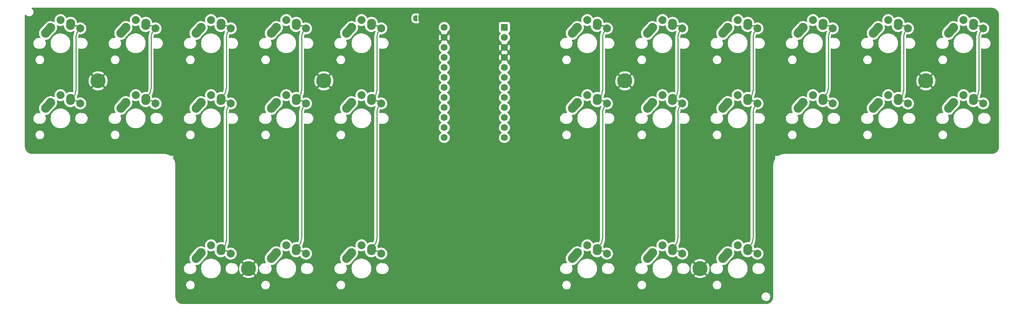
<source format=gtl>
G04 #@! TF.GenerationSoftware,KiCad,Pcbnew,(5.99.0-10034-g38c849bde7)*
G04 #@! TF.CreationDate,2021-04-09T15:09:09-07:00*
G04 #@! TF.ProjectId,unisplit_orthosteno,756e6973-706c-4697-945f-6f7274686f73,rev?*
G04 #@! TF.SameCoordinates,Original*
G04 #@! TF.FileFunction,Copper,L1,Top*
G04 #@! TF.FilePolarity,Positive*
%FSLAX46Y46*%
G04 Gerber Fmt 4.6, Leading zero omitted, Abs format (unit mm)*
G04 Created by KiCad (PCBNEW (5.99.0-10034-g38c849bde7)) date 2021-04-09 15:09:09*
%MOMM*%
%LPD*%
G01*
G04 APERTURE LIST*
G04 Aperture macros list*
%AMHorizOval*
0 Thick line with rounded ends*
0 $1 width*
0 $2 $3 position (X,Y) of the first rounded end (center of the circle)*
0 $4 $5 position (X,Y) of the second rounded end (center of the circle)*
0 Add line between two ends*
20,1,$1,$2,$3,$4,$5,0*
0 Add two circle primitives to create the rounded ends*
1,1,$1,$2,$3*
1,1,$1,$4,$5*%
%AMFreePoly0*
4,1,22,0.500000,-0.750000,0.000000,-0.750000,0.000000,-0.745033,-0.079941,-0.743568,-0.215256,-0.701293,-0.333266,-0.622738,-0.424486,-0.514219,-0.481581,-0.384460,-0.499164,-0.250000,-0.500000,-0.250000,-0.500000,0.250000,-0.499164,0.250000,-0.499963,0.256109,-0.478152,0.396186,-0.417904,0.524511,-0.324060,0.630769,-0.204165,0.706417,-0.067858,0.745374,0.000000,0.744959,0.000000,0.750000,
0.500000,0.750000,0.500000,-0.750000,0.500000,-0.750000,$1*%
%AMFreePoly1*
4,1,20,0.000000,0.744959,0.073905,0.744508,0.209726,0.703889,0.328688,0.626782,0.421226,0.519385,0.479903,0.390333,0.500000,0.250000,0.500000,-0.250000,0.499851,-0.262216,0.476331,-0.402017,0.414519,-0.529596,0.319384,-0.634700,0.198574,-0.708877,0.061801,-0.746166,0.000000,-0.745033,0.000000,-0.750000,-0.500000,-0.750000,-0.500000,0.750000,0.000000,0.750000,0.000000,0.744959,
0.000000,0.744959,$1*%
G04 Aperture macros list end*
G04 #@! TA.AperFunction,ComponentPad*
%ADD10HorizOval,2.250000X0.019771X0.290016X-0.019771X-0.290016X0*%
G04 #@! TD*
G04 #@! TA.AperFunction,ComponentPad*
%ADD11C,2.000000*%
G04 #@! TD*
G04 #@! TA.AperFunction,ComponentPad*
%ADD12C,2.250000*%
G04 #@! TD*
G04 #@! TA.AperFunction,ComponentPad*
%ADD13HorizOval,2.250000X0.654995X0.730004X-0.654995X-0.730004X0*%
G04 #@! TD*
G04 #@! TA.AperFunction,ComponentPad*
%ADD14C,3.800000*%
G04 #@! TD*
G04 #@! TA.AperFunction,ComponentPad*
%ADD15FreePoly0,0.000000*%
G04 #@! TD*
G04 #@! TA.AperFunction,ComponentPad*
%ADD16FreePoly1,0.000000*%
G04 #@! TD*
G04 #@! TA.AperFunction,ComponentPad*
%ADD17R,1.752600X1.752600*%
G04 #@! TD*
G04 #@! TA.AperFunction,ComponentPad*
%ADD18C,1.752600*%
G04 #@! TD*
G04 #@! TA.AperFunction,ViaPad*
%ADD19C,0.800000*%
G04 #@! TD*
G04 #@! TA.AperFunction,Conductor*
%ADD20C,0.250000*%
G04 #@! TD*
G04 APERTURE END LIST*
D10*
X39826021Y-65059984D03*
D11*
X42306250Y-66050000D03*
D12*
X39846250Y-64770000D03*
X34806250Y-65850000D03*
D13*
X34151245Y-66579996D03*
D11*
X37306250Y-63950000D03*
D10*
X58876021Y-65059984D03*
D12*
X58896250Y-64770000D03*
D11*
X61356250Y-66050000D03*
D12*
X53856250Y-65850000D03*
D13*
X53201245Y-66579996D03*
D11*
X56356250Y-63950000D03*
D10*
X77926021Y-65059984D03*
D12*
X77946250Y-64770000D03*
D11*
X80406250Y-66050000D03*
X75406250Y-63950000D03*
D13*
X72251245Y-66579996D03*
D12*
X72906250Y-65850000D03*
D11*
X99456250Y-66050000D03*
D10*
X96976021Y-65059984D03*
D12*
X96996250Y-64770000D03*
D11*
X94456250Y-63950000D03*
D12*
X91956250Y-65850000D03*
D13*
X91301245Y-66579996D03*
D10*
X116026021Y-65059984D03*
D12*
X116046250Y-64770000D03*
D11*
X118506250Y-66050000D03*
D13*
X110351245Y-66579996D03*
D12*
X111006250Y-65850000D03*
D11*
X113506250Y-63950000D03*
D12*
X173196250Y-64770000D03*
D11*
X175656250Y-66050000D03*
D10*
X173176021Y-65059984D03*
D12*
X168156250Y-65850000D03*
D11*
X170656250Y-63950000D03*
D13*
X167501245Y-66579996D03*
D12*
X192246250Y-64770000D03*
D11*
X194706250Y-66050000D03*
D10*
X192226021Y-65059984D03*
D13*
X186551245Y-66579996D03*
D11*
X189706250Y-63950000D03*
D12*
X187206250Y-65850000D03*
D11*
X213756250Y-66050000D03*
D12*
X211296250Y-64770000D03*
D10*
X211276021Y-65059984D03*
D13*
X205601245Y-66579996D03*
D11*
X208756250Y-63950000D03*
D12*
X206256250Y-65850000D03*
D11*
X232806250Y-66050000D03*
D10*
X230326021Y-65059984D03*
D12*
X230346250Y-64770000D03*
X225306250Y-65850000D03*
D13*
X224651245Y-66579996D03*
D11*
X227806250Y-63950000D03*
X251856250Y-66050000D03*
D10*
X249376021Y-65059984D03*
D12*
X249396250Y-64770000D03*
X244356250Y-65850000D03*
D11*
X246856250Y-63950000D03*
D13*
X243701245Y-66579996D03*
D12*
X268446250Y-64770000D03*
D11*
X270906250Y-66050000D03*
D10*
X268426021Y-65059984D03*
D12*
X263406250Y-65850000D03*
D11*
X265906250Y-63950000D03*
D13*
X262751245Y-66579996D03*
D10*
X39826021Y-84109984D03*
D12*
X39846250Y-83820000D03*
D11*
X42306250Y-85100000D03*
D13*
X34151245Y-85629996D03*
D11*
X37306250Y-83000000D03*
D12*
X34806250Y-84900000D03*
D10*
X58876021Y-84109984D03*
D12*
X58896250Y-83820000D03*
D11*
X61356250Y-85100000D03*
X56356250Y-83000000D03*
D13*
X53201245Y-85629996D03*
D12*
X53856250Y-84900000D03*
X77946250Y-83820000D03*
D11*
X80406250Y-85100000D03*
D10*
X77926021Y-84109984D03*
D11*
X75406250Y-83000000D03*
D12*
X72906250Y-84900000D03*
D13*
X72251245Y-85629996D03*
D11*
X99456250Y-85100000D03*
D10*
X96976021Y-84109984D03*
D12*
X96996250Y-83820000D03*
D13*
X91301245Y-85629996D03*
D12*
X91956250Y-84900000D03*
D11*
X94456250Y-83000000D03*
D12*
X116046250Y-83820000D03*
D10*
X116026021Y-84109984D03*
D11*
X118506250Y-85100000D03*
D13*
X110351245Y-85629996D03*
D12*
X111006250Y-84900000D03*
D11*
X113506250Y-83000000D03*
D12*
X173196250Y-83820000D03*
D10*
X173176021Y-84109984D03*
D11*
X175656250Y-85100000D03*
D13*
X167501245Y-85629996D03*
D12*
X168156250Y-84900000D03*
D11*
X170656250Y-83000000D03*
D12*
X192246250Y-83820000D03*
D11*
X194706250Y-85100000D03*
D10*
X192226021Y-84109984D03*
D13*
X186551245Y-85629996D03*
D11*
X189706250Y-83000000D03*
D12*
X187206250Y-84900000D03*
D10*
X211276021Y-84109984D03*
D12*
X211296250Y-83820000D03*
D11*
X213756250Y-85100000D03*
X208756250Y-83000000D03*
D12*
X206256250Y-84900000D03*
D13*
X205601245Y-85629996D03*
D10*
X230326021Y-84109984D03*
D11*
X232806250Y-85100000D03*
D12*
X230346250Y-83820000D03*
D11*
X227806250Y-83000000D03*
D12*
X225306250Y-84900000D03*
D13*
X224651245Y-85629996D03*
D12*
X249396250Y-83820000D03*
D11*
X251856250Y-85100000D03*
D10*
X249376021Y-84109984D03*
D12*
X244356250Y-84900000D03*
D13*
X243701245Y-85629996D03*
D11*
X246856250Y-83000000D03*
X270906250Y-85100000D03*
D12*
X268446250Y-83820000D03*
D10*
X268426021Y-84109984D03*
D13*
X262751245Y-85629996D03*
D12*
X263406250Y-84900000D03*
D11*
X265906250Y-83000000D03*
X80406250Y-123200000D03*
D10*
X77926021Y-122209984D03*
D12*
X77946250Y-121920000D03*
X72906250Y-123000000D03*
D11*
X75406250Y-121100000D03*
D13*
X72251245Y-123729996D03*
D11*
X99456250Y-123200000D03*
D12*
X96996250Y-121920000D03*
D10*
X96976021Y-122209984D03*
D13*
X91301245Y-123729996D03*
D12*
X91956250Y-123000000D03*
D11*
X94456250Y-121100000D03*
D12*
X173196250Y-121920000D03*
D10*
X173176021Y-122209984D03*
D11*
X175656250Y-123200000D03*
D13*
X167501245Y-123729996D03*
D12*
X168156250Y-123000000D03*
D11*
X170656250Y-121100000D03*
X194706250Y-123200000D03*
D10*
X192226021Y-122209984D03*
D12*
X192246250Y-121920000D03*
D11*
X189706250Y-121100000D03*
D12*
X187206250Y-123000000D03*
D13*
X186551245Y-123729996D03*
D10*
X116026021Y-122209984D03*
D12*
X116046250Y-121920000D03*
D11*
X118506250Y-123200000D03*
X113506250Y-121100000D03*
D13*
X110351245Y-123729996D03*
D12*
X111006250Y-123000000D03*
X211296250Y-121920000D03*
D11*
X213756250Y-123200000D03*
D10*
X211276021Y-122209984D03*
D11*
X208756250Y-121100000D03*
D12*
X206256250Y-123000000D03*
D13*
X205601245Y-123729996D03*
D14*
X84931250Y-127000000D03*
X103981250Y-79375000D03*
X180181250Y-79375000D03*
X256381250Y-79375000D03*
X46831250Y-79375000D03*
D15*
X127143750Y-63500000D03*
D16*
X128443750Y-63500000D03*
D14*
X199231250Y-127000000D03*
D17*
X149701250Y-65804250D03*
D18*
X149701250Y-68344250D03*
X149701250Y-70884250D03*
X149701250Y-73424250D03*
X149701250Y-75964250D03*
X149701250Y-78504250D03*
X149701250Y-81044250D03*
X149701250Y-83584250D03*
X149701250Y-86124250D03*
X149701250Y-88664250D03*
X149701250Y-91204250D03*
X149701250Y-93744250D03*
X134461250Y-93744250D03*
X134461250Y-91204250D03*
X134461250Y-88664250D03*
X134461250Y-86124250D03*
X134461250Y-83584250D03*
X134461250Y-81044250D03*
X134461250Y-78504250D03*
X134461250Y-75964250D03*
X134461250Y-73424250D03*
X134461250Y-70884250D03*
X134461250Y-68344250D03*
X134461250Y-65804250D03*
D19*
X208788000Y-85344000D03*
X165354000Y-91059000D03*
X56388000Y-85344000D03*
X170688000Y-85344000D03*
X141986000Y-92202000D03*
X113538000Y-85471000D03*
X94488000Y-85471000D03*
X246888000Y-85471000D03*
X80518000Y-82931000D03*
X118872000Y-82931000D03*
X227838000Y-85471000D03*
X99695000Y-82804000D03*
X75438000Y-85471000D03*
X189738000Y-85344000D03*
D20*
X41899143Y-84692893D02*
X42306250Y-85100000D01*
X41186249Y-68412642D02*
X41186249Y-81777360D01*
X40307569Y-83898681D02*
X39806250Y-84400000D01*
X42306250Y-66050000D02*
X42064928Y-66291322D01*
X41899143Y-65642893D02*
X42306250Y-66050000D01*
X39806250Y-84400000D02*
X41192036Y-84400000D01*
X39806250Y-65350000D02*
X41192036Y-65350000D01*
X42064928Y-66291322D02*
G75*
G03*
X41186249Y-68412642I2121319J-2121319D01*
G01*
X40307569Y-83898681D02*
G75*
G03*
X41186249Y-81777360I-2121325J2121323D01*
G01*
X41192036Y-84400001D02*
G75*
G02*
X41899142Y-84692894I3J-999993D01*
G01*
X41192036Y-65350001D02*
G75*
G02*
X41899142Y-65642894I3J-999993D01*
G01*
X60949143Y-84692893D02*
X61356250Y-85100000D01*
X61356250Y-66050000D02*
X61114928Y-66291322D01*
X60236249Y-68412642D02*
X60236249Y-81237360D01*
X59357569Y-83358681D02*
X58896250Y-83820000D01*
X60949143Y-65642893D02*
X61356250Y-66050000D01*
X58856250Y-65350000D02*
X60242036Y-65350000D01*
X58856250Y-84400000D02*
X60242036Y-84400000D01*
X61114928Y-66291322D02*
G75*
G03*
X60236249Y-68412642I2121319J-2121319D01*
G01*
X60242036Y-65350001D02*
G75*
G02*
X60949142Y-65642894I3J-999993D01*
G01*
X59357569Y-83358681D02*
G75*
G03*
X60236249Y-81237360I-2121325J2121323D01*
G01*
X60242036Y-84400001D02*
G75*
G02*
X60949142Y-84692894I3J-999993D01*
G01*
X78407569Y-83358681D02*
X77946250Y-83820000D01*
X79286249Y-87462642D02*
X79286249Y-119877360D01*
X80406250Y-85100000D02*
X80164928Y-85341322D01*
X79999143Y-84692893D02*
X80406250Y-85100000D01*
X78407569Y-121998681D02*
X77906250Y-122500000D01*
X77906250Y-122500000D02*
X79292036Y-122500000D01*
X77906250Y-84400000D02*
X79292036Y-84400000D01*
X79999143Y-122792893D02*
X80406250Y-123200000D01*
X80406250Y-66050000D02*
X80164928Y-66291322D01*
X79286249Y-68412642D02*
X79286249Y-81237360D01*
X79999143Y-65642893D02*
X80406250Y-66050000D01*
X77906250Y-65350000D02*
X79292036Y-65350000D01*
X80164928Y-85341322D02*
G75*
G03*
X79286249Y-87462642I2121319J-2121319D01*
G01*
X79999143Y-84692893D02*
G75*
G03*
X79292036Y-84400000I-707106J-707106D01*
G01*
X79292036Y-65350001D02*
G75*
G02*
X79999142Y-65642894I3J-999993D01*
G01*
X78407569Y-83358681D02*
G75*
G03*
X79286249Y-81237360I-2121325J2121323D01*
G01*
X80164928Y-66291322D02*
G75*
G03*
X79286249Y-68412642I2121319J-2121319D01*
G01*
X78407569Y-121998681D02*
G75*
G03*
X79286249Y-119877360I-2121325J2121323D01*
G01*
X79999143Y-122792893D02*
G75*
G03*
X79292036Y-122500000I-707106J-707106D01*
G01*
X97457569Y-121458681D02*
X96996250Y-121920000D01*
X98336249Y-87462642D02*
X98336249Y-119337360D01*
X96956250Y-122500000D02*
X98342036Y-122500000D01*
X98336249Y-68412642D02*
X98336249Y-81777360D01*
X99456250Y-66050000D02*
X99214928Y-66291322D01*
X99049143Y-84692893D02*
X99456250Y-85100000D01*
X99456250Y-85100000D02*
X99214928Y-85341322D01*
X97457569Y-83898681D02*
X96956250Y-84400000D01*
X96956250Y-65350000D02*
X98342036Y-65350000D01*
X99049143Y-65642893D02*
X99456250Y-66050000D01*
X96956250Y-84400000D02*
X98342036Y-84400000D01*
X99049143Y-122792893D02*
X99456250Y-123200000D01*
X99049143Y-122792893D02*
G75*
G03*
X98342036Y-122500000I-707106J-707106D01*
G01*
X99214928Y-66291322D02*
G75*
G03*
X98336249Y-68412642I2121319J-2121319D01*
G01*
X99049143Y-84692893D02*
G75*
G03*
X98342036Y-84400000I-707106J-707106D01*
G01*
X98342036Y-65350001D02*
G75*
G02*
X99049142Y-65642894I3J-999993D01*
G01*
X98336248Y-119337360D02*
G75*
G02*
X97457568Y-121458680I-2999993J-3D01*
G01*
X99214928Y-85341322D02*
G75*
G03*
X98336249Y-87462642I2121319J-2121319D01*
G01*
X98336248Y-81777360D02*
G75*
G02*
X97457568Y-83898680I-2999993J-3D01*
G01*
X117386249Y-87462642D02*
X117386249Y-119337360D01*
X116507569Y-83898681D02*
X116006250Y-84400000D01*
X116006250Y-65350000D02*
X117392036Y-65350000D01*
X116006250Y-84400000D02*
X117392036Y-84400000D01*
X116006250Y-122500000D02*
X117392036Y-122500000D01*
X118099143Y-65642893D02*
X118506250Y-66050000D01*
X116507569Y-121458681D02*
X116046250Y-121920000D01*
X118506250Y-66050000D02*
X118264928Y-66291322D01*
X118506250Y-85100000D02*
X118264928Y-85341322D01*
X118099143Y-122792893D02*
X118506250Y-123200000D01*
X118099143Y-84692893D02*
X118506250Y-85100000D01*
X117386249Y-68412642D02*
X117386249Y-81777360D01*
X118264928Y-85341322D02*
G75*
G03*
X117386249Y-87462642I2121319J-2121319D01*
G01*
X116507569Y-83898681D02*
G75*
G03*
X117386249Y-81777360I-2121325J2121323D01*
G01*
X116507569Y-121458681D02*
G75*
G03*
X117386249Y-119337360I-2121325J2121323D01*
G01*
X118099143Y-65642893D02*
G75*
G03*
X117392036Y-65350000I-707106J-707106D01*
G01*
X118099143Y-84692893D02*
G75*
G03*
X117392036Y-84400000I-707106J-707106D01*
G01*
X118264928Y-66291322D02*
G75*
G03*
X117386249Y-68412642I2121319J-2121319D01*
G01*
X118099143Y-122792893D02*
G75*
G03*
X117392036Y-122500000I-707106J-707106D01*
G01*
X174536249Y-68412642D02*
X174536249Y-81777360D01*
X175249143Y-65642893D02*
X175656250Y-66050000D01*
X175249143Y-122792893D02*
X175656250Y-123200000D01*
X173156250Y-84400000D02*
X174542036Y-84400000D01*
X175656250Y-85100000D02*
X175414928Y-85341322D01*
X174536249Y-87462642D02*
X174536249Y-119337360D01*
X173657569Y-121458681D02*
X173196250Y-121920000D01*
X175249143Y-84692893D02*
X175656250Y-85100000D01*
X173156250Y-122500000D02*
X174542036Y-122500000D01*
X173156250Y-65350000D02*
X174542036Y-65350000D01*
X175656250Y-66050000D02*
X175414928Y-66291322D01*
X173657569Y-83898681D02*
X173156250Y-84400000D01*
X174536248Y-81777360D02*
G75*
G02*
X173657568Y-83898680I-2999993J-3D01*
G01*
X174542036Y-65350001D02*
G75*
G02*
X175249142Y-65642894I3J-999993D01*
G01*
X174542036Y-122500001D02*
G75*
G02*
X175249142Y-122792894I3J-999993D01*
G01*
X174536249Y-68412642D02*
G75*
G02*
X175414928Y-66291322I2999998J1D01*
G01*
X173657569Y-121458681D02*
G75*
G03*
X174536249Y-119337360I-2121325J2121323D01*
G01*
X175414928Y-85341322D02*
G75*
G03*
X174536249Y-87462642I2121319J-2121319D01*
G01*
X174542036Y-84400001D02*
G75*
G02*
X175249142Y-84692894I3J-999993D01*
G01*
X193586249Y-68412642D02*
X193586249Y-81777360D01*
X192206250Y-84400000D02*
X193592036Y-84400000D01*
X194299143Y-84692893D02*
X194706250Y-85100000D01*
X194299143Y-65642893D02*
X194706250Y-66050000D01*
X192206250Y-65350000D02*
X193592036Y-65350000D01*
X194706250Y-85100000D02*
X194464928Y-85341322D01*
X192206250Y-122500000D02*
X193592036Y-122500000D01*
X192707569Y-121458681D02*
X192246250Y-121920000D01*
X194299143Y-122792893D02*
X194706250Y-123200000D01*
X194706250Y-66050000D02*
X194464928Y-66291322D01*
X192707569Y-83898681D02*
X192206250Y-84400000D01*
X193586249Y-87462642D02*
X193586249Y-119337360D01*
X193586249Y-68412642D02*
G75*
G02*
X194464928Y-66291322I2999998J1D01*
G01*
X194299143Y-84692893D02*
G75*
G03*
X193592036Y-84400000I-707106J-707106D01*
G01*
X193586248Y-81777360D02*
G75*
G02*
X192707568Y-83898680I-2999993J-3D01*
G01*
X194299143Y-65642893D02*
G75*
G03*
X193592036Y-65350000I-707106J-707106D01*
G01*
X193586249Y-87462642D02*
G75*
G02*
X194464928Y-85341322I2999998J1D01*
G01*
X193592036Y-122500001D02*
G75*
G02*
X194299142Y-122792894I3J-999993D01*
G01*
X193586248Y-119337360D02*
G75*
G02*
X192707568Y-121458680I-2999993J-3D01*
G01*
X211757569Y-83898681D02*
X211256250Y-84400000D01*
X211256250Y-84400000D02*
X212642036Y-84400000D01*
X213756250Y-85100000D02*
X213514928Y-85341322D01*
X212636249Y-87462642D02*
X212636249Y-119337360D01*
X211757569Y-121458681D02*
X211296250Y-121920000D01*
X211256250Y-122500000D02*
X212642036Y-122500000D01*
X213349143Y-122792893D02*
X213756250Y-123200000D01*
X213349143Y-84692893D02*
X213756250Y-85100000D01*
X213349143Y-65642893D02*
X213756250Y-66050000D01*
X212636249Y-68412642D02*
X212636249Y-81777360D01*
X213756250Y-66050000D02*
X213514928Y-66291322D01*
X211256250Y-65350000D02*
X212642036Y-65350000D01*
X212636249Y-68412642D02*
G75*
G02*
X213514928Y-66291322I2999998J1D01*
G01*
X212642036Y-122500001D02*
G75*
G02*
X213349142Y-122792894I3J-999993D01*
G01*
X212636248Y-119337360D02*
G75*
G02*
X211757568Y-121458680I-2999993J-3D01*
G01*
X212636248Y-81777360D02*
G75*
G02*
X211757568Y-83898680I-2999993J-3D01*
G01*
X212642036Y-65350001D02*
G75*
G02*
X213349142Y-65642894I3J-999993D01*
G01*
X212636249Y-87462642D02*
G75*
G02*
X213514928Y-85341322I2999998J1D01*
G01*
X213349143Y-84692893D02*
G75*
G03*
X212642036Y-84400000I-707106J-707106D01*
G01*
X232399143Y-84692893D02*
X232806250Y-85100000D01*
X232399143Y-65642893D02*
X232806250Y-66050000D01*
X230807569Y-83358681D02*
X230346250Y-83820000D01*
X230306250Y-65350000D02*
X231692036Y-65350000D01*
X231686249Y-68412642D02*
X231686249Y-81237360D01*
X230306250Y-84400000D02*
X231692036Y-84400000D01*
X232806250Y-66050000D02*
X232564928Y-66291322D01*
X231692036Y-84400001D02*
G75*
G02*
X232399142Y-84692894I3J-999993D01*
G01*
X231686248Y-81237360D02*
G75*
G02*
X230807568Y-83358680I-2999993J-3D01*
G01*
X232564928Y-66291322D02*
G75*
G03*
X231686249Y-68412642I2121319J-2121319D01*
G01*
X232399143Y-65642893D02*
G75*
G03*
X231692036Y-65350000I-707106J-707106D01*
G01*
X249356250Y-84400000D02*
X250742036Y-84400000D01*
X251449143Y-65642893D02*
X251856250Y-66050000D01*
X249857569Y-83898681D02*
X249356250Y-84400000D01*
X250736249Y-68412642D02*
X250736249Y-81777360D01*
X249356250Y-65350000D02*
X250742036Y-65350000D01*
X251856250Y-66050000D02*
X251614928Y-66291322D01*
X251449143Y-84692893D02*
X251856250Y-85100000D01*
X251614928Y-66291322D02*
G75*
G03*
X250736249Y-68412642I2121319J-2121319D01*
G01*
X250736248Y-81777360D02*
G75*
G02*
X249857568Y-83898680I-2999993J-3D01*
G01*
X251449143Y-84692893D02*
G75*
G03*
X250742036Y-84400000I-707106J-707106D01*
G01*
X250742036Y-65350001D02*
G75*
G02*
X251449142Y-65642894I3J-999993D01*
G01*
X268907569Y-83898681D02*
X268406250Y-84400000D01*
X270499143Y-84692893D02*
X270906250Y-85100000D01*
X268406250Y-84400000D02*
X269792036Y-84400000D01*
X268406250Y-65350000D02*
X269792036Y-65350000D01*
X270499143Y-65642893D02*
X270906250Y-66050000D01*
X269786249Y-68412642D02*
X269786249Y-81777360D01*
X270906250Y-66050000D02*
X270664928Y-66291322D01*
X269786249Y-68412642D02*
G75*
G02*
X270664928Y-66291322I2999998J1D01*
G01*
X269792036Y-84400001D02*
G75*
G02*
X270499142Y-84692894I3J-999993D01*
G01*
X269792036Y-65350001D02*
G75*
G02*
X270499142Y-65642894I3J-999993D01*
G01*
X269786248Y-81777360D02*
G75*
G02*
X268907568Y-83898680I-2999993J-3D01*
G01*
G04 #@! TA.AperFunction,Conductor*
G36*
X272989073Y-60834841D02*
G01*
X272998448Y-60836462D01*
X272998454Y-60836463D01*
X273003247Y-60837291D01*
X273048299Y-60838043D01*
X273128461Y-60839383D01*
X273134595Y-60839635D01*
X273177288Y-60842432D01*
X273190870Y-60843323D01*
X273199063Y-60844129D01*
X273249282Y-60850741D01*
X273387955Y-60868998D01*
X273396087Y-60870341D01*
X273432821Y-60877647D01*
X273440853Y-60879519D01*
X273624887Y-60928831D01*
X273632752Y-60931217D01*
X273668222Y-60943257D01*
X273675937Y-60946161D01*
X273851969Y-61019076D01*
X273859473Y-61022476D01*
X273893060Y-61039039D01*
X273900331Y-61042926D01*
X274065314Y-61138179D01*
X274072316Y-61142532D01*
X274103471Y-61163349D01*
X274110138Y-61168127D01*
X274261341Y-61284149D01*
X274267667Y-61289341D01*
X274290770Y-61309602D01*
X274295839Y-61314048D01*
X274301854Y-61319682D01*
X274436562Y-61454389D01*
X274442197Y-61460406D01*
X274466897Y-61488570D01*
X274472116Y-61494928D01*
X274587869Y-61645780D01*
X274588107Y-61646090D01*
X274592910Y-61652793D01*
X274613720Y-61683938D01*
X274618073Y-61690939D01*
X274713329Y-61855928D01*
X274717213Y-61863194D01*
X274733776Y-61896781D01*
X274737172Y-61904275D01*
X274810090Y-62080313D01*
X274812994Y-62088030D01*
X274825023Y-62123467D01*
X274827417Y-62131357D01*
X274876733Y-62315409D01*
X274878605Y-62323438D01*
X274885909Y-62360156D01*
X274887251Y-62368284D01*
X274912062Y-62556734D01*
X274912120Y-62557178D01*
X274912927Y-62565374D01*
X274915349Y-62602324D01*
X274916617Y-62621675D01*
X274916869Y-62627810D01*
X274918905Y-62749726D01*
X274919615Y-62754155D01*
X274921662Y-62766926D01*
X274923250Y-62786868D01*
X274923250Y-95961362D01*
X274921409Y-95982823D01*
X274919788Y-95992198D01*
X274919787Y-95992204D01*
X274918959Y-95996997D01*
X274918673Y-96014132D01*
X274916867Y-96122211D01*
X274916615Y-96128345D01*
X274912928Y-96184613D01*
X274912121Y-96192813D01*
X274909949Y-96209312D01*
X274887251Y-96381712D01*
X274885909Y-96389842D01*
X274878599Y-96426594D01*
X274876733Y-96434594D01*
X274827418Y-96618636D01*
X274825025Y-96626526D01*
X274812994Y-96661968D01*
X274810090Y-96669684D01*
X274737174Y-96845720D01*
X274733780Y-96853212D01*
X274717203Y-96886825D01*
X274713324Y-96894082D01*
X274618077Y-97059055D01*
X274613723Y-97066057D01*
X274592898Y-97097224D01*
X274588096Y-97103925D01*
X274472116Y-97255072D01*
X274466916Y-97261408D01*
X274444913Y-97286498D01*
X274442202Y-97289589D01*
X274436568Y-97295603D01*
X274301848Y-97430323D01*
X274295830Y-97435960D01*
X274267676Y-97460650D01*
X274261303Y-97465880D01*
X274110175Y-97581845D01*
X274103475Y-97586647D01*
X274072314Y-97607469D01*
X274065318Y-97611819D01*
X274017006Y-97639712D01*
X273900334Y-97707072D01*
X273893063Y-97710959D01*
X273859475Y-97727523D01*
X273851964Y-97730926D01*
X273675938Y-97803839D01*
X273668226Y-97806742D01*
X273632752Y-97818784D01*
X273624904Y-97821164D01*
X273445088Y-97869345D01*
X273440838Y-97870484D01*
X273432807Y-97872356D01*
X273396094Y-97879658D01*
X273387962Y-97881001D01*
X273297615Y-97892896D01*
X273199060Y-97905871D01*
X273190876Y-97906677D01*
X273141246Y-97909930D01*
X273134575Y-97910367D01*
X273128440Y-97910619D01*
X273092039Y-97911227D01*
X273011014Y-97912580D01*
X273006525Y-97912655D01*
X272990280Y-97915259D01*
X272989325Y-97915412D01*
X272969383Y-97917000D01*
X220740957Y-97917000D01*
X220723657Y-97915806D01*
X220692119Y-97911434D01*
X220687254Y-97911515D01*
X220687250Y-97911515D01*
X220615774Y-97912709D01*
X220505124Y-97914557D01*
X220500102Y-97914540D01*
X220477500Y-97914008D01*
X220472667Y-97914644D01*
X220472452Y-97914656D01*
X220467801Y-97915167D01*
X220467604Y-97915184D01*
X220463120Y-97915259D01*
X220458696Y-97915968D01*
X220458686Y-97915969D01*
X220442429Y-97918575D01*
X220438934Y-97919085D01*
X220267241Y-97941689D01*
X220128219Y-97959991D01*
X220125303Y-97960341D01*
X220118590Y-97961064D01*
X220106411Y-97962376D01*
X220106408Y-97962377D01*
X220101569Y-97962898D01*
X220097153Y-97964081D01*
X220095879Y-97964249D01*
X220082320Y-97968047D01*
X220081049Y-97968396D01*
X219761229Y-98054092D01*
X219758374Y-98054821D01*
X219739966Y-98059291D01*
X219739964Y-98059292D01*
X219735235Y-98060440D01*
X219731017Y-98062187D01*
X219729771Y-98062521D01*
X219716738Y-98068093D01*
X219715469Y-98068627D01*
X219409745Y-98195263D01*
X219406990Y-98196366D01*
X219389315Y-98203204D01*
X219389311Y-98203206D01*
X219384769Y-98204963D01*
X219380811Y-98207248D01*
X219379621Y-98207741D01*
X219367409Y-98214978D01*
X219366333Y-98215607D01*
X219090347Y-98374947D01*
X219079638Y-98381130D01*
X219077052Y-98382582D01*
X219066512Y-98388341D01*
X219056163Y-98393995D01*
X219052542Y-98396774D01*
X219051424Y-98397419D01*
X219050582Y-98398080D01*
X219050577Y-98398082D01*
X219048213Y-98399622D01*
X219048178Y-98399569D01*
X219046399Y-98401204D01*
X219044161Y-98402717D01*
X219043060Y-98401088D01*
X218984660Y-98424435D01*
X218972743Y-98425000D01*
X218281250Y-98425000D01*
X218281250Y-99116115D01*
X218259181Y-99187349D01*
X218258360Y-99188547D01*
X218255308Y-99192336D01*
X218253028Y-99196285D01*
X218252240Y-99197312D01*
X218248369Y-99204196D01*
X218245296Y-99209661D01*
X218244593Y-99210894D01*
X218079119Y-99497506D01*
X218077700Y-99499899D01*
X218065245Y-99520343D01*
X218063496Y-99524566D01*
X218062852Y-99525681D01*
X218062465Y-99526646D01*
X218057615Y-99538742D01*
X218057076Y-99540064D01*
X217930415Y-99845851D01*
X217929254Y-99848563D01*
X217919620Y-99870355D01*
X217918439Y-99874761D01*
X217917944Y-99875957D01*
X217917686Y-99876964D01*
X217917685Y-99876968D01*
X217914434Y-99889677D01*
X217914078Y-99891040D01*
X217829881Y-100205266D01*
X217828430Y-100210680D01*
X217827640Y-100213495D01*
X217820927Y-100236379D01*
X217820331Y-100240905D01*
X217819997Y-100242152D01*
X217819873Y-100243182D01*
X217819871Y-100243193D01*
X217818306Y-100256221D01*
X217818128Y-100257638D01*
X217776174Y-100576316D01*
X217775413Y-100581319D01*
X217771563Y-100603592D01*
X217771482Y-100608458D01*
X217771463Y-100608658D01*
X217771284Y-100613341D01*
X217771271Y-100613557D01*
X217770686Y-100618000D01*
X217770737Y-100622483D01*
X217770923Y-100638942D01*
X217770913Y-100642472D01*
X217770848Y-100646354D01*
X217767738Y-100832591D01*
X217768299Y-100837036D01*
X217772258Y-100868405D01*
X217773250Y-100884182D01*
X217773250Y-134061362D01*
X217771409Y-134082823D01*
X217769788Y-134092198D01*
X217769787Y-134092204D01*
X217768959Y-134096997D01*
X217768207Y-134142049D01*
X217766867Y-134222211D01*
X217766615Y-134228345D01*
X217762928Y-134284613D01*
X217762121Y-134292813D01*
X217759949Y-134309312D01*
X217737251Y-134481712D01*
X217735909Y-134489842D01*
X217728599Y-134526594D01*
X217726733Y-134534594D01*
X217677418Y-134718636D01*
X217675025Y-134726526D01*
X217662994Y-134761968D01*
X217660090Y-134769684D01*
X217606439Y-134899211D01*
X217587174Y-134945720D01*
X217583780Y-134953212D01*
X217567203Y-134986825D01*
X217563324Y-134994082D01*
X217468077Y-135159055D01*
X217463723Y-135166057D01*
X217442898Y-135197224D01*
X217438095Y-135203926D01*
X217417026Y-135231384D01*
X217322116Y-135355072D01*
X217316916Y-135361408D01*
X217294913Y-135386498D01*
X217292202Y-135389589D01*
X217286568Y-135395603D01*
X217151848Y-135530323D01*
X217145830Y-135535960D01*
X217117676Y-135560650D01*
X217111303Y-135565880D01*
X216960175Y-135681845D01*
X216953475Y-135686647D01*
X216922314Y-135707469D01*
X216915318Y-135711819D01*
X216867006Y-135739712D01*
X216750334Y-135807072D01*
X216743063Y-135810959D01*
X216709475Y-135827523D01*
X216701964Y-135830926D01*
X216525938Y-135903839D01*
X216518226Y-135906742D01*
X216482752Y-135918784D01*
X216474904Y-135921164D01*
X216295088Y-135969345D01*
X216290838Y-135970484D01*
X216282807Y-135972356D01*
X216246094Y-135979658D01*
X216237962Y-135981001D01*
X216147615Y-135992896D01*
X216049060Y-136005871D01*
X216040876Y-136006677D01*
X215991246Y-136009930D01*
X215984575Y-136010367D01*
X215978440Y-136010619D01*
X215942039Y-136011227D01*
X215861014Y-136012580D01*
X215856525Y-136012655D01*
X215840903Y-136015159D01*
X215839325Y-136015412D01*
X215819383Y-136017000D01*
X68344888Y-136017000D01*
X68323427Y-136015159D01*
X68314052Y-136013538D01*
X68314046Y-136013537D01*
X68309253Y-136012709D01*
X68264201Y-136011957D01*
X68184039Y-136010617D01*
X68177905Y-136010365D01*
X68135212Y-136007568D01*
X68121630Y-136006677D01*
X68113437Y-136005871D01*
X68066796Y-135999730D01*
X67924538Y-135981001D01*
X67916408Y-135979659D01*
X67911284Y-135978640D01*
X67879656Y-135972349D01*
X67871656Y-135970483D01*
X67687614Y-135921168D01*
X67679724Y-135918775D01*
X67644282Y-135906744D01*
X67636566Y-135903840D01*
X67460535Y-135830926D01*
X67460523Y-135830921D01*
X67453038Y-135827530D01*
X67419425Y-135810953D01*
X67412168Y-135807074D01*
X67247195Y-135711827D01*
X67240193Y-135707473D01*
X67209026Y-135686648D01*
X67202324Y-135681845D01*
X67155664Y-135646041D01*
X67051178Y-135565866D01*
X67044842Y-135560666D01*
X67016661Y-135535952D01*
X67010647Y-135530318D01*
X66875927Y-135395598D01*
X66870290Y-135389580D01*
X66845600Y-135361426D01*
X66840370Y-135355053D01*
X66724405Y-135203925D01*
X66719603Y-135197225D01*
X66703720Y-135173456D01*
X66698777Y-135166057D01*
X66694426Y-135159060D01*
X66681531Y-135136724D01*
X66629408Y-135046444D01*
X66599178Y-134994084D01*
X66595291Y-134986813D01*
X66578727Y-134953225D01*
X66575324Y-134945714D01*
X66502411Y-134769688D01*
X66499508Y-134761975D01*
X66499506Y-134761968D01*
X66487466Y-134726502D01*
X66485086Y-134718654D01*
X66435766Y-134534588D01*
X66433894Y-134526557D01*
X66426592Y-134489844D01*
X66425249Y-134481712D01*
X66402551Y-134309312D01*
X66400379Y-134292810D01*
X66399572Y-134284615D01*
X66396936Y-134244388D01*
X214815158Y-134244388D01*
X214853760Y-134447711D01*
X214930113Y-134640066D01*
X214933337Y-134645117D01*
X214933338Y-134645119D01*
X214973377Y-134707847D01*
X215041462Y-134814513D01*
X215045585Y-134818865D01*
X215172866Y-134953225D01*
X215183790Y-134964757D01*
X215188655Y-134968247D01*
X215188658Y-134968249D01*
X215297679Y-135046444D01*
X215351960Y-135085377D01*
X215389686Y-135102769D01*
X215511780Y-135159055D01*
X215539905Y-135172021D01*
X215545721Y-135173455D01*
X215545724Y-135173456D01*
X215735018Y-135220126D01*
X215735019Y-135220126D01*
X215740843Y-135221562D01*
X215746834Y-135221871D01*
X215746836Y-135221871D01*
X215805768Y-135224908D01*
X215947523Y-135232213D01*
X215953458Y-135231384D01*
X215953462Y-135231384D01*
X216102647Y-135210550D01*
X216152489Y-135203589D01*
X216348345Y-135136724D01*
X216407754Y-135102769D01*
X216522819Y-135037004D01*
X216522824Y-135037001D01*
X216528023Y-135034029D01*
X216685040Y-134899211D01*
X216813732Y-134737134D01*
X216819279Y-134726502D01*
X216906680Y-134558961D01*
X216909453Y-134553646D01*
X216917544Y-134526594D01*
X216967033Y-134361113D01*
X216967033Y-134361112D01*
X216968751Y-134355368D01*
X216989485Y-134149455D01*
X216989500Y-134143750D01*
X216985781Y-134104764D01*
X216970414Y-133943705D01*
X216969844Y-133937731D01*
X216911585Y-133739145D01*
X216908838Y-133733811D01*
X216819572Y-133560489D01*
X216819570Y-133560486D01*
X216816826Y-133555158D01*
X216688985Y-133392410D01*
X216684454Y-133388478D01*
X216537207Y-133260702D01*
X216537202Y-133260698D01*
X216532676Y-133256771D01*
X216353538Y-133153137D01*
X216158035Y-133085247D01*
X216152102Y-133084387D01*
X216152099Y-133084386D01*
X215959162Y-133056412D01*
X215959159Y-133056412D01*
X215953222Y-133055551D01*
X215746488Y-133065119D01*
X215740664Y-133066523D01*
X215740661Y-133066523D01*
X215654809Y-133087214D01*
X215545293Y-133113608D01*
X215539835Y-133116090D01*
X215539831Y-133116091D01*
X215462682Y-133151169D01*
X215356898Y-133199266D01*
X215188098Y-133319004D01*
X215044986Y-133468501D01*
X214932725Y-133642362D01*
X214855366Y-133834315D01*
X214815700Y-134037433D01*
X214815684Y-134043419D01*
X214815684Y-134043422D01*
X214815430Y-134140677D01*
X214815158Y-134244388D01*
X66396936Y-134244388D01*
X66395883Y-134228325D01*
X66395631Y-134222189D01*
X66393670Y-134104764D01*
X66393595Y-134100275D01*
X66390838Y-134083075D01*
X66389250Y-134063133D01*
X66389250Y-131302855D01*
X69077511Y-131302855D01*
X69116963Y-131510657D01*
X69194998Y-131707249D01*
X69308800Y-131885539D01*
X69454263Y-132039093D01*
X69459128Y-132042583D01*
X69459131Y-132042585D01*
X69547526Y-132105986D01*
X69626137Y-132162370D01*
X69818222Y-132250922D01*
X69824038Y-132252356D01*
X69824041Y-132252357D01*
X69918847Y-132275731D01*
X70023587Y-132301555D01*
X70029577Y-132301864D01*
X70029579Y-132301864D01*
X70103948Y-132305696D01*
X70234820Y-132312440D01*
X70240755Y-132311611D01*
X70240759Y-132311611D01*
X70396793Y-132289820D01*
X70444301Y-132283186D01*
X70644471Y-132214848D01*
X70828107Y-132109891D01*
X70832651Y-132105990D01*
X70832656Y-132105986D01*
X70984036Y-131976008D01*
X70988584Y-131972103D01*
X71120110Y-131806456D01*
X71217940Y-131618926D01*
X71278544Y-131416280D01*
X71289965Y-131302855D01*
X88127511Y-131302855D01*
X88166963Y-131510657D01*
X88244998Y-131707249D01*
X88358800Y-131885539D01*
X88504263Y-132039093D01*
X88509128Y-132042583D01*
X88509131Y-132042585D01*
X88597526Y-132105986D01*
X88676137Y-132162370D01*
X88868222Y-132250922D01*
X88874038Y-132252356D01*
X88874041Y-132252357D01*
X88968847Y-132275731D01*
X89073587Y-132301555D01*
X89079577Y-132301864D01*
X89079579Y-132301864D01*
X89153948Y-132305696D01*
X89284820Y-132312440D01*
X89290755Y-132311611D01*
X89290759Y-132311611D01*
X89446793Y-132289820D01*
X89494301Y-132283186D01*
X89694471Y-132214848D01*
X89878107Y-132109891D01*
X89882651Y-132105990D01*
X89882656Y-132105986D01*
X90034036Y-131976008D01*
X90038584Y-131972103D01*
X90170110Y-131806456D01*
X90267940Y-131618926D01*
X90328544Y-131416280D01*
X90339965Y-131302855D01*
X107177511Y-131302855D01*
X107216963Y-131510657D01*
X107294998Y-131707249D01*
X107408800Y-131885539D01*
X107554263Y-132039093D01*
X107559128Y-132042583D01*
X107559131Y-132042585D01*
X107647526Y-132105986D01*
X107726137Y-132162370D01*
X107918222Y-132250922D01*
X107924038Y-132252356D01*
X107924041Y-132252357D01*
X108018847Y-132275731D01*
X108123587Y-132301555D01*
X108129577Y-132301864D01*
X108129579Y-132301864D01*
X108203948Y-132305696D01*
X108334820Y-132312440D01*
X108340755Y-132311611D01*
X108340759Y-132311611D01*
X108496793Y-132289820D01*
X108544301Y-132283186D01*
X108744471Y-132214848D01*
X108928107Y-132109891D01*
X108932651Y-132105990D01*
X108932656Y-132105986D01*
X109084036Y-131976008D01*
X109088584Y-131972103D01*
X109220110Y-131806456D01*
X109317940Y-131618926D01*
X109378544Y-131416280D01*
X109389965Y-131302855D01*
X164327511Y-131302855D01*
X164366963Y-131510657D01*
X164444998Y-131707249D01*
X164558800Y-131885539D01*
X164704263Y-132039093D01*
X164709128Y-132042583D01*
X164709131Y-132042585D01*
X164797526Y-132105986D01*
X164876137Y-132162370D01*
X165068222Y-132250922D01*
X165074038Y-132252356D01*
X165074041Y-132252357D01*
X165168847Y-132275731D01*
X165273587Y-132301555D01*
X165279577Y-132301864D01*
X165279579Y-132301864D01*
X165353948Y-132305696D01*
X165484820Y-132312440D01*
X165490755Y-132311611D01*
X165490759Y-132311611D01*
X165646793Y-132289820D01*
X165694301Y-132283186D01*
X165894471Y-132214848D01*
X166078107Y-132109891D01*
X166082651Y-132105990D01*
X166082656Y-132105986D01*
X166234036Y-131976008D01*
X166238584Y-131972103D01*
X166370110Y-131806456D01*
X166467940Y-131618926D01*
X166528544Y-131416280D01*
X166539965Y-131302855D01*
X183377511Y-131302855D01*
X183416963Y-131510657D01*
X183494998Y-131707249D01*
X183608800Y-131885539D01*
X183754263Y-132039093D01*
X183759128Y-132042583D01*
X183759131Y-132042585D01*
X183847526Y-132105986D01*
X183926137Y-132162370D01*
X184118222Y-132250922D01*
X184124038Y-132252356D01*
X184124041Y-132252357D01*
X184218847Y-132275731D01*
X184323587Y-132301555D01*
X184329577Y-132301864D01*
X184329579Y-132301864D01*
X184403948Y-132305696D01*
X184534820Y-132312440D01*
X184540755Y-132311611D01*
X184540759Y-132311611D01*
X184696793Y-132289820D01*
X184744301Y-132283186D01*
X184944471Y-132214848D01*
X185128107Y-132109891D01*
X185132651Y-132105990D01*
X185132656Y-132105986D01*
X185284036Y-131976008D01*
X185288584Y-131972103D01*
X185420110Y-131806456D01*
X185517940Y-131618926D01*
X185578544Y-131416280D01*
X185589965Y-131302855D01*
X202427511Y-131302855D01*
X202466963Y-131510657D01*
X202544998Y-131707249D01*
X202658800Y-131885539D01*
X202804263Y-132039093D01*
X202809128Y-132042583D01*
X202809131Y-132042585D01*
X202897526Y-132105986D01*
X202976137Y-132162370D01*
X203168222Y-132250922D01*
X203174038Y-132252356D01*
X203174041Y-132252357D01*
X203268847Y-132275731D01*
X203373587Y-132301555D01*
X203379577Y-132301864D01*
X203379579Y-132301864D01*
X203453948Y-132305696D01*
X203584820Y-132312440D01*
X203590755Y-132311611D01*
X203590759Y-132311611D01*
X203746793Y-132289820D01*
X203794301Y-132283186D01*
X203994471Y-132214848D01*
X204178107Y-132109891D01*
X204182651Y-132105990D01*
X204182656Y-132105986D01*
X204334036Y-131976008D01*
X204338584Y-131972103D01*
X204470110Y-131806456D01*
X204567940Y-131618926D01*
X204628544Y-131416280D01*
X204649735Y-131205830D01*
X204649750Y-131200000D01*
X204639955Y-131097330D01*
X204630231Y-130995416D01*
X204629661Y-130989442D01*
X204570119Y-130786482D01*
X204473272Y-130598442D01*
X204342615Y-130432109D01*
X204338084Y-130428177D01*
X204187394Y-130297413D01*
X204187389Y-130297409D01*
X204182863Y-130293482D01*
X203999779Y-130187566D01*
X203971867Y-130177873D01*
X203805643Y-130120150D01*
X203805640Y-130120149D01*
X203799969Y-130118180D01*
X203658095Y-130097609D01*
X203596584Y-130088690D01*
X203596581Y-130088690D01*
X203590644Y-130087829D01*
X203379356Y-130097609D01*
X203247790Y-130129317D01*
X203179563Y-130145759D01*
X203179561Y-130145760D01*
X203173730Y-130147165D01*
X203168272Y-130149647D01*
X203168268Y-130149648D01*
X203089207Y-130185595D01*
X202981184Y-130234710D01*
X202808666Y-130357086D01*
X202804517Y-130361420D01*
X202804516Y-130361421D01*
X202666552Y-130505540D01*
X202666548Y-130505545D01*
X202662402Y-130509876D01*
X202659150Y-130514912D01*
X202659148Y-130514915D01*
X202550920Y-130682531D01*
X202547668Y-130687568D01*
X202468604Y-130883749D01*
X202467456Y-130889630D01*
X202467454Y-130889635D01*
X202429212Y-131085461D01*
X202428064Y-131091341D01*
X202427511Y-131302855D01*
X185589965Y-131302855D01*
X185599735Y-131205830D01*
X185599750Y-131200000D01*
X185589955Y-131097330D01*
X185580231Y-130995416D01*
X185579661Y-130989442D01*
X185520119Y-130786482D01*
X185423272Y-130598442D01*
X185292615Y-130432109D01*
X185288084Y-130428177D01*
X185137394Y-130297413D01*
X185137389Y-130297409D01*
X185132863Y-130293482D01*
X184949779Y-130187566D01*
X184921867Y-130177873D01*
X184755643Y-130120150D01*
X184755640Y-130120149D01*
X184749969Y-130118180D01*
X184608095Y-130097609D01*
X184546584Y-130088690D01*
X184546581Y-130088690D01*
X184540644Y-130087829D01*
X184329356Y-130097609D01*
X184197790Y-130129317D01*
X184129563Y-130145759D01*
X184129561Y-130145760D01*
X184123730Y-130147165D01*
X184118272Y-130149647D01*
X184118268Y-130149648D01*
X184039207Y-130185595D01*
X183931184Y-130234710D01*
X183758666Y-130357086D01*
X183754517Y-130361420D01*
X183754516Y-130361421D01*
X183616552Y-130505540D01*
X183616548Y-130505545D01*
X183612402Y-130509876D01*
X183609150Y-130514912D01*
X183609148Y-130514915D01*
X183500920Y-130682531D01*
X183497668Y-130687568D01*
X183418604Y-130883749D01*
X183417456Y-130889630D01*
X183417454Y-130889635D01*
X183379212Y-131085461D01*
X183378064Y-131091341D01*
X183377511Y-131302855D01*
X166539965Y-131302855D01*
X166549735Y-131205830D01*
X166549750Y-131200000D01*
X166539955Y-131097330D01*
X166530231Y-130995416D01*
X166529661Y-130989442D01*
X166470119Y-130786482D01*
X166373272Y-130598442D01*
X166242615Y-130432109D01*
X166238084Y-130428177D01*
X166087394Y-130297413D01*
X166087389Y-130297409D01*
X166082863Y-130293482D01*
X165899779Y-130187566D01*
X165871867Y-130177873D01*
X165705643Y-130120150D01*
X165705640Y-130120149D01*
X165699969Y-130118180D01*
X165558095Y-130097609D01*
X165496584Y-130088690D01*
X165496581Y-130088690D01*
X165490644Y-130087829D01*
X165279356Y-130097609D01*
X165147790Y-130129317D01*
X165079563Y-130145759D01*
X165079561Y-130145760D01*
X165073730Y-130147165D01*
X165068272Y-130149647D01*
X165068268Y-130149648D01*
X164989207Y-130185595D01*
X164881184Y-130234710D01*
X164708666Y-130357086D01*
X164704517Y-130361420D01*
X164704516Y-130361421D01*
X164566552Y-130505540D01*
X164566548Y-130505545D01*
X164562402Y-130509876D01*
X164559150Y-130514912D01*
X164559148Y-130514915D01*
X164450920Y-130682531D01*
X164447668Y-130687568D01*
X164368604Y-130883749D01*
X164367456Y-130889630D01*
X164367454Y-130889635D01*
X164329212Y-131085461D01*
X164328064Y-131091341D01*
X164327511Y-131302855D01*
X109389965Y-131302855D01*
X109399735Y-131205830D01*
X109399750Y-131200000D01*
X109389955Y-131097330D01*
X109380231Y-130995416D01*
X109379661Y-130989442D01*
X109320119Y-130786482D01*
X109223272Y-130598442D01*
X109092615Y-130432109D01*
X109088084Y-130428177D01*
X108937394Y-130297413D01*
X108937389Y-130297409D01*
X108932863Y-130293482D01*
X108749779Y-130187566D01*
X108721867Y-130177873D01*
X108555643Y-130120150D01*
X108555640Y-130120149D01*
X108549969Y-130118180D01*
X108408095Y-130097609D01*
X108346584Y-130088690D01*
X108346581Y-130088690D01*
X108340644Y-130087829D01*
X108129356Y-130097609D01*
X107997790Y-130129317D01*
X107929563Y-130145759D01*
X107929561Y-130145760D01*
X107923730Y-130147165D01*
X107918272Y-130149647D01*
X107918268Y-130149648D01*
X107839207Y-130185595D01*
X107731184Y-130234710D01*
X107558666Y-130357086D01*
X107554517Y-130361420D01*
X107554516Y-130361421D01*
X107416552Y-130505540D01*
X107416548Y-130505545D01*
X107412402Y-130509876D01*
X107409150Y-130514912D01*
X107409148Y-130514915D01*
X107300920Y-130682531D01*
X107297668Y-130687568D01*
X107218604Y-130883749D01*
X107217456Y-130889630D01*
X107217454Y-130889635D01*
X107179212Y-131085461D01*
X107178064Y-131091341D01*
X107177511Y-131302855D01*
X90339965Y-131302855D01*
X90349735Y-131205830D01*
X90349750Y-131200000D01*
X90339955Y-131097330D01*
X90330231Y-130995416D01*
X90329661Y-130989442D01*
X90270119Y-130786482D01*
X90173272Y-130598442D01*
X90042615Y-130432109D01*
X90038084Y-130428177D01*
X89887394Y-130297413D01*
X89887389Y-130297409D01*
X89882863Y-130293482D01*
X89699779Y-130187566D01*
X89671867Y-130177873D01*
X89505643Y-130120150D01*
X89505640Y-130120149D01*
X89499969Y-130118180D01*
X89358095Y-130097609D01*
X89296584Y-130088690D01*
X89296581Y-130088690D01*
X89290644Y-130087829D01*
X89079356Y-130097609D01*
X88947790Y-130129317D01*
X88879563Y-130145759D01*
X88879561Y-130145760D01*
X88873730Y-130147165D01*
X88868272Y-130149647D01*
X88868268Y-130149648D01*
X88789207Y-130185595D01*
X88681184Y-130234710D01*
X88508666Y-130357086D01*
X88504517Y-130361420D01*
X88504516Y-130361421D01*
X88366552Y-130505540D01*
X88366548Y-130505545D01*
X88362402Y-130509876D01*
X88359150Y-130514912D01*
X88359148Y-130514915D01*
X88250920Y-130682531D01*
X88247668Y-130687568D01*
X88168604Y-130883749D01*
X88167456Y-130889630D01*
X88167454Y-130889635D01*
X88129212Y-131085461D01*
X88128064Y-131091341D01*
X88127511Y-131302855D01*
X71289965Y-131302855D01*
X71299735Y-131205830D01*
X71299750Y-131200000D01*
X71289955Y-131097330D01*
X71280231Y-130995416D01*
X71279661Y-130989442D01*
X71220119Y-130786482D01*
X71123272Y-130598442D01*
X70992615Y-130432109D01*
X70988084Y-130428177D01*
X70837394Y-130297413D01*
X70837389Y-130297409D01*
X70832863Y-130293482D01*
X70649779Y-130187566D01*
X70621867Y-130177873D01*
X70455643Y-130120150D01*
X70455640Y-130120149D01*
X70449969Y-130118180D01*
X70308095Y-130097609D01*
X70246584Y-130088690D01*
X70246581Y-130088690D01*
X70240644Y-130087829D01*
X70029356Y-130097609D01*
X69897790Y-130129317D01*
X69829563Y-130145759D01*
X69829561Y-130145760D01*
X69823730Y-130147165D01*
X69818272Y-130149647D01*
X69818268Y-130149648D01*
X69739207Y-130185595D01*
X69631184Y-130234710D01*
X69458666Y-130357086D01*
X69454517Y-130361420D01*
X69454516Y-130361421D01*
X69316552Y-130505540D01*
X69316548Y-130505545D01*
X69312402Y-130509876D01*
X69309150Y-130514912D01*
X69309148Y-130514915D01*
X69200920Y-130682531D01*
X69197668Y-130687568D01*
X69118604Y-130883749D01*
X69117456Y-130889630D01*
X69117454Y-130889635D01*
X69079212Y-131085461D01*
X69078064Y-131091341D01*
X69077511Y-131302855D01*
X66389250Y-131302855D01*
X66389250Y-100884707D01*
X66390444Y-100867404D01*
X66394816Y-100835869D01*
X66394687Y-100828110D01*
X66391693Y-100648897D01*
X66391710Y-100643852D01*
X66392242Y-100621250D01*
X66391606Y-100616417D01*
X66391594Y-100616202D01*
X66391083Y-100611551D01*
X66391066Y-100611354D01*
X66390991Y-100606870D01*
X66390282Y-100602446D01*
X66390281Y-100602436D01*
X66387675Y-100586179D01*
X66387165Y-100582684D01*
X66346261Y-100271989D01*
X66345908Y-100269041D01*
X66343874Y-100250161D01*
X66343873Y-100250158D01*
X66343352Y-100245319D01*
X66342169Y-100240903D01*
X66342001Y-100239629D01*
X66338203Y-100226070D01*
X66337836Y-100224734D01*
X66334071Y-100210680D01*
X66252158Y-99904979D01*
X66251429Y-99902124D01*
X66246959Y-99883716D01*
X66246958Y-99883714D01*
X66245810Y-99878985D01*
X66244063Y-99874767D01*
X66243729Y-99873521D01*
X66238157Y-99860488D01*
X66237623Y-99859219D01*
X66110987Y-99553495D01*
X66109884Y-99550740D01*
X66103046Y-99533065D01*
X66103044Y-99533061D01*
X66101287Y-99528519D01*
X66099002Y-99524561D01*
X66098509Y-99523371D01*
X66091272Y-99511159D01*
X66090643Y-99510083D01*
X65925120Y-99223388D01*
X65923668Y-99220802D01*
X65914595Y-99204196D01*
X65912255Y-99199913D01*
X65909476Y-99196292D01*
X65908831Y-99195174D01*
X65908170Y-99194332D01*
X65908168Y-99194327D01*
X65906628Y-99191963D01*
X65906681Y-99191928D01*
X65905046Y-99190149D01*
X65903533Y-99187911D01*
X65905162Y-99186810D01*
X65881815Y-99128410D01*
X65881250Y-99116493D01*
X65881250Y-98425000D01*
X65190135Y-98425000D01*
X65118901Y-98402931D01*
X65117703Y-98402110D01*
X65113914Y-98399058D01*
X65109965Y-98396778D01*
X65108938Y-98395990D01*
X65096551Y-98389024D01*
X65095352Y-98388341D01*
X65082862Y-98381130D01*
X64808744Y-98222869D01*
X64806351Y-98221450D01*
X64785907Y-98208995D01*
X64781684Y-98207246D01*
X64780569Y-98206602D01*
X64767459Y-98201345D01*
X64766186Y-98200826D01*
X64716649Y-98180307D01*
X64460371Y-98074153D01*
X64457687Y-98073004D01*
X64435895Y-98063370D01*
X64431489Y-98062189D01*
X64430293Y-98061694D01*
X64429286Y-98061436D01*
X64429282Y-98061435D01*
X64416573Y-98058184D01*
X64415210Y-98057828D01*
X64095551Y-97972175D01*
X64092755Y-97971390D01*
X64069871Y-97964677D01*
X64065345Y-97964081D01*
X64064098Y-97963747D01*
X64063068Y-97963623D01*
X64063057Y-97963621D01*
X64050029Y-97962056D01*
X64048612Y-97961878D01*
X63810634Y-97930548D01*
X63729929Y-97919923D01*
X63724931Y-97919163D01*
X63702658Y-97915313D01*
X63697792Y-97915232D01*
X63697592Y-97915213D01*
X63692909Y-97915034D01*
X63692693Y-97915021D01*
X63688250Y-97914436D01*
X63675604Y-97914579D01*
X63667308Y-97914673D01*
X63663778Y-97914663D01*
X63560096Y-97912932D01*
X63473659Y-97911488D01*
X63458787Y-97913365D01*
X63437845Y-97916008D01*
X63422068Y-97917000D01*
X30244888Y-97917000D01*
X30223427Y-97915159D01*
X30214052Y-97913538D01*
X30214046Y-97913537D01*
X30209253Y-97912709D01*
X30164201Y-97911957D01*
X30084039Y-97910617D01*
X30077905Y-97910365D01*
X30035212Y-97907568D01*
X30021630Y-97906677D01*
X30013437Y-97905871D01*
X29966796Y-97899730D01*
X29824538Y-97881001D01*
X29816408Y-97879659D01*
X29811284Y-97878640D01*
X29779656Y-97872349D01*
X29771656Y-97870483D01*
X29587614Y-97821168D01*
X29579724Y-97818775D01*
X29544282Y-97806744D01*
X29536566Y-97803840D01*
X29360535Y-97730926D01*
X29360523Y-97730921D01*
X29353038Y-97727530D01*
X29319425Y-97710953D01*
X29312168Y-97707074D01*
X29147195Y-97611827D01*
X29140193Y-97607473D01*
X29109026Y-97586648D01*
X29102324Y-97581845D01*
X29055664Y-97546041D01*
X28951178Y-97465866D01*
X28944842Y-97460666D01*
X28916661Y-97435952D01*
X28910647Y-97430318D01*
X28775927Y-97295598D01*
X28770290Y-97289580D01*
X28745600Y-97261426D01*
X28740370Y-97255053D01*
X28624405Y-97103925D01*
X28619603Y-97097225D01*
X28598781Y-97066064D01*
X28594426Y-97059060D01*
X28499178Y-96894084D01*
X28495291Y-96886813D01*
X28478727Y-96853225D01*
X28475324Y-96845714D01*
X28402411Y-96669688D01*
X28399508Y-96661975D01*
X28399506Y-96661968D01*
X28387466Y-96626502D01*
X28385086Y-96618654D01*
X28335766Y-96434588D01*
X28333894Y-96426557D01*
X28326592Y-96389844D01*
X28325249Y-96381712D01*
X28302551Y-96209312D01*
X28300379Y-96192810D01*
X28299572Y-96184615D01*
X28295883Y-96128325D01*
X28295631Y-96122189D01*
X28293670Y-96004764D01*
X28293595Y-96000275D01*
X28290838Y-95983075D01*
X28289250Y-95963133D01*
X28289250Y-93202855D01*
X30977511Y-93202855D01*
X30978629Y-93208742D01*
X31012558Y-93387453D01*
X31016963Y-93410657D01*
X31094998Y-93607249D01*
X31208800Y-93785539D01*
X31354263Y-93939093D01*
X31359128Y-93942583D01*
X31359131Y-93942585D01*
X31438286Y-93999359D01*
X31526137Y-94062370D01*
X31718222Y-94150922D01*
X31724038Y-94152356D01*
X31724041Y-94152357D01*
X31818847Y-94175731D01*
X31923587Y-94201555D01*
X31929577Y-94201864D01*
X31929579Y-94201864D01*
X32003948Y-94205696D01*
X32134820Y-94212440D01*
X32140755Y-94211611D01*
X32140759Y-94211611D01*
X32296793Y-94189820D01*
X32344301Y-94183186D01*
X32544471Y-94114848D01*
X32728107Y-94009891D01*
X32732651Y-94005990D01*
X32732656Y-94005986D01*
X32884036Y-93876008D01*
X32888584Y-93872103D01*
X32911603Y-93843113D01*
X32957317Y-93785539D01*
X33020110Y-93706456D01*
X33117940Y-93518926D01*
X33178544Y-93316280D01*
X33181414Y-93287783D01*
X33189965Y-93202855D01*
X50027511Y-93202855D01*
X50028629Y-93208742D01*
X50062558Y-93387453D01*
X50066963Y-93410657D01*
X50144998Y-93607249D01*
X50258800Y-93785539D01*
X50404263Y-93939093D01*
X50409128Y-93942583D01*
X50409131Y-93942585D01*
X50488286Y-93999359D01*
X50576137Y-94062370D01*
X50768222Y-94150922D01*
X50774038Y-94152356D01*
X50774041Y-94152357D01*
X50868847Y-94175731D01*
X50973587Y-94201555D01*
X50979577Y-94201864D01*
X50979579Y-94201864D01*
X51053948Y-94205696D01*
X51184820Y-94212440D01*
X51190755Y-94211611D01*
X51190759Y-94211611D01*
X51346793Y-94189820D01*
X51394301Y-94183186D01*
X51594471Y-94114848D01*
X51778107Y-94009891D01*
X51782651Y-94005990D01*
X51782656Y-94005986D01*
X51934036Y-93876008D01*
X51938584Y-93872103D01*
X51961603Y-93843113D01*
X52007317Y-93785539D01*
X52070110Y-93706456D01*
X52167940Y-93518926D01*
X52228544Y-93316280D01*
X52231414Y-93287783D01*
X52239965Y-93202855D01*
X69077511Y-93202855D01*
X69078629Y-93208742D01*
X69112558Y-93387453D01*
X69116963Y-93410657D01*
X69194998Y-93607249D01*
X69308800Y-93785539D01*
X69454263Y-93939093D01*
X69459128Y-93942583D01*
X69459131Y-93942585D01*
X69538286Y-93999359D01*
X69626137Y-94062370D01*
X69818222Y-94150922D01*
X69824038Y-94152356D01*
X69824041Y-94152357D01*
X69918847Y-94175731D01*
X70023587Y-94201555D01*
X70029577Y-94201864D01*
X70029579Y-94201864D01*
X70103948Y-94205696D01*
X70234820Y-94212440D01*
X70240755Y-94211611D01*
X70240759Y-94211611D01*
X70396793Y-94189820D01*
X70444301Y-94183186D01*
X70644471Y-94114848D01*
X70828107Y-94009891D01*
X70832651Y-94005990D01*
X70832656Y-94005986D01*
X70984036Y-93876008D01*
X70988584Y-93872103D01*
X71011603Y-93843113D01*
X71057317Y-93785539D01*
X71120110Y-93706456D01*
X71217940Y-93518926D01*
X71278544Y-93316280D01*
X71281414Y-93287783D01*
X71294150Y-93161295D01*
X71299735Y-93105830D01*
X71299750Y-93100000D01*
X71297194Y-93073202D01*
X71280231Y-92895416D01*
X71279661Y-92889442D01*
X71246184Y-92775330D01*
X71221807Y-92692235D01*
X71221806Y-92692233D01*
X71220119Y-92686482D01*
X71186551Y-92621306D01*
X71126018Y-92503773D01*
X71126016Y-92503770D01*
X71123272Y-92498442D01*
X70992615Y-92332109D01*
X70916135Y-92265742D01*
X70837394Y-92197413D01*
X70837389Y-92197409D01*
X70832863Y-92193482D01*
X70649779Y-92087566D01*
X70621867Y-92077873D01*
X70455643Y-92020150D01*
X70455640Y-92020149D01*
X70449969Y-92018180D01*
X70308095Y-91997609D01*
X70246584Y-91988690D01*
X70246581Y-91988690D01*
X70240644Y-91987829D01*
X70029356Y-91997609D01*
X69897790Y-92029317D01*
X69829563Y-92045759D01*
X69829561Y-92045760D01*
X69823730Y-92047165D01*
X69818272Y-92049647D01*
X69818268Y-92049648D01*
X69739207Y-92085595D01*
X69631184Y-92134710D01*
X69458666Y-92257086D01*
X69454517Y-92261420D01*
X69454516Y-92261421D01*
X69316552Y-92405540D01*
X69316548Y-92405545D01*
X69312402Y-92409876D01*
X69309150Y-92414912D01*
X69309148Y-92414915D01*
X69201478Y-92581667D01*
X69197668Y-92587568D01*
X69118604Y-92783749D01*
X69117456Y-92789630D01*
X69117454Y-92789635D01*
X69085565Y-92952931D01*
X69078064Y-92991341D01*
X69077511Y-93202855D01*
X52239965Y-93202855D01*
X52244150Y-93161295D01*
X52249735Y-93105830D01*
X52249750Y-93100000D01*
X52247194Y-93073202D01*
X52230231Y-92895416D01*
X52229661Y-92889442D01*
X52196184Y-92775330D01*
X52171807Y-92692235D01*
X52171806Y-92692233D01*
X52170119Y-92686482D01*
X52136551Y-92621306D01*
X52076018Y-92503773D01*
X52076016Y-92503770D01*
X52073272Y-92498442D01*
X51942615Y-92332109D01*
X51866135Y-92265742D01*
X51787394Y-92197413D01*
X51787389Y-92197409D01*
X51782863Y-92193482D01*
X51599779Y-92087566D01*
X51571867Y-92077873D01*
X51405643Y-92020150D01*
X51405640Y-92020149D01*
X51399969Y-92018180D01*
X51258095Y-91997609D01*
X51196584Y-91988690D01*
X51196581Y-91988690D01*
X51190644Y-91987829D01*
X50979356Y-91997609D01*
X50847790Y-92029317D01*
X50779563Y-92045759D01*
X50779561Y-92045760D01*
X50773730Y-92047165D01*
X50768272Y-92049647D01*
X50768268Y-92049648D01*
X50689207Y-92085595D01*
X50581184Y-92134710D01*
X50408666Y-92257086D01*
X50404517Y-92261420D01*
X50404516Y-92261421D01*
X50266552Y-92405540D01*
X50266548Y-92405545D01*
X50262402Y-92409876D01*
X50259150Y-92414912D01*
X50259148Y-92414915D01*
X50151478Y-92581667D01*
X50147668Y-92587568D01*
X50068604Y-92783749D01*
X50067456Y-92789630D01*
X50067454Y-92789635D01*
X50035565Y-92952931D01*
X50028064Y-92991341D01*
X50027511Y-93202855D01*
X33189965Y-93202855D01*
X33194150Y-93161295D01*
X33199735Y-93105830D01*
X33199750Y-93100000D01*
X33197194Y-93073202D01*
X33180231Y-92895416D01*
X33179661Y-92889442D01*
X33146184Y-92775330D01*
X33121807Y-92692235D01*
X33121806Y-92692233D01*
X33120119Y-92686482D01*
X33086551Y-92621306D01*
X33026018Y-92503773D01*
X33026016Y-92503770D01*
X33023272Y-92498442D01*
X32892615Y-92332109D01*
X32816135Y-92265742D01*
X32737394Y-92197413D01*
X32737389Y-92197409D01*
X32732863Y-92193482D01*
X32549779Y-92087566D01*
X32521867Y-92077873D01*
X32355643Y-92020150D01*
X32355640Y-92020149D01*
X32349969Y-92018180D01*
X32208095Y-91997609D01*
X32146584Y-91988690D01*
X32146581Y-91988690D01*
X32140644Y-91987829D01*
X31929356Y-91997609D01*
X31797790Y-92029317D01*
X31729563Y-92045759D01*
X31729561Y-92045760D01*
X31723730Y-92047165D01*
X31718272Y-92049647D01*
X31718268Y-92049648D01*
X31639207Y-92085595D01*
X31531184Y-92134710D01*
X31358666Y-92257086D01*
X31354517Y-92261420D01*
X31354516Y-92261421D01*
X31216552Y-92405540D01*
X31216548Y-92405545D01*
X31212402Y-92409876D01*
X31209150Y-92414912D01*
X31209148Y-92414915D01*
X31101478Y-92581667D01*
X31097668Y-92587568D01*
X31018604Y-92783749D01*
X31017456Y-92789630D01*
X31017454Y-92789635D01*
X30985565Y-92952931D01*
X30978064Y-92991341D01*
X30977511Y-93202855D01*
X28289250Y-93202855D01*
X28289250Y-74152855D01*
X30977511Y-74152855D01*
X30985862Y-74196841D01*
X31009154Y-74319523D01*
X31016963Y-74360657D01*
X31094998Y-74557249D01*
X31098222Y-74562300D01*
X31098223Y-74562302D01*
X31154933Y-74651147D01*
X31208800Y-74735539D01*
X31354263Y-74889093D01*
X31359128Y-74892583D01*
X31359131Y-74892585D01*
X31407403Y-74927208D01*
X31526137Y-75012370D01*
X31531582Y-75014880D01*
X31711500Y-75097823D01*
X31718222Y-75100922D01*
X31724038Y-75102356D01*
X31724041Y-75102357D01*
X31818847Y-75125731D01*
X31923587Y-75151555D01*
X31929577Y-75151864D01*
X31929579Y-75151864D01*
X32003948Y-75155696D01*
X32134820Y-75162440D01*
X32140755Y-75161611D01*
X32140759Y-75161611D01*
X32296793Y-75139820D01*
X32344301Y-75133186D01*
X32544471Y-75064848D01*
X32728107Y-74959891D01*
X32732651Y-74955990D01*
X32732656Y-74955986D01*
X32884036Y-74826008D01*
X32888584Y-74822103D01*
X32904811Y-74801667D01*
X32957317Y-74735539D01*
X33020110Y-74656456D01*
X33028251Y-74640852D01*
X33110788Y-74482636D01*
X33117940Y-74468926D01*
X33178544Y-74266280D01*
X33199735Y-74055830D01*
X33199750Y-74050000D01*
X33189955Y-73947330D01*
X33180231Y-73845416D01*
X33179661Y-73839442D01*
X33156494Y-73760473D01*
X33121807Y-73642235D01*
X33121806Y-73642233D01*
X33120119Y-73636482D01*
X33066581Y-73532531D01*
X33026018Y-73453773D01*
X33026016Y-73453770D01*
X33023272Y-73448442D01*
X32892615Y-73282109D01*
X32888084Y-73278177D01*
X32737394Y-73147413D01*
X32737389Y-73147409D01*
X32732863Y-73143482D01*
X32549779Y-73037566D01*
X32521867Y-73027873D01*
X32355643Y-72970150D01*
X32355640Y-72970149D01*
X32349969Y-72968180D01*
X32208095Y-72947609D01*
X32146584Y-72938690D01*
X32146581Y-72938690D01*
X32140644Y-72937829D01*
X31929356Y-72947609D01*
X31797790Y-72979317D01*
X31729563Y-72995759D01*
X31729561Y-72995760D01*
X31723730Y-72997165D01*
X31718272Y-72999647D01*
X31718268Y-72999648D01*
X31639207Y-73035595D01*
X31531184Y-73084710D01*
X31358666Y-73207086D01*
X31354517Y-73211420D01*
X31354516Y-73211421D01*
X31216552Y-73355540D01*
X31216548Y-73355545D01*
X31212402Y-73359876D01*
X31209150Y-73364912D01*
X31209148Y-73364915D01*
X31151710Y-73453871D01*
X31097668Y-73537568D01*
X31018604Y-73733749D01*
X31017456Y-73739630D01*
X31017454Y-73739635D01*
X30979212Y-73935461D01*
X30978064Y-73941341D01*
X30978048Y-73947326D01*
X30978048Y-73947330D01*
X30977943Y-73987558D01*
X30977511Y-74152855D01*
X28289250Y-74152855D01*
X28289250Y-69952233D01*
X30446588Y-69952233D01*
X30483252Y-70179861D01*
X30557744Y-70398056D01*
X30560294Y-70402743D01*
X30560295Y-70402745D01*
X30596705Y-70469664D01*
X30667935Y-70600580D01*
X30810674Y-70781644D01*
X30814639Y-70785220D01*
X30977909Y-70932489D01*
X30977915Y-70932494D01*
X30981879Y-70936069D01*
X31176656Y-71059439D01*
X31389434Y-71148228D01*
X31394637Y-71149425D01*
X31394642Y-71149426D01*
X31608928Y-71198701D01*
X31608933Y-71198702D01*
X31614131Y-71199897D01*
X31619459Y-71200200D01*
X31619462Y-71200200D01*
X31775375Y-71209053D01*
X31844321Y-71212968D01*
X31913758Y-71205118D01*
X31956144Y-71207525D01*
X31979815Y-71212968D01*
X32025406Y-71223452D01*
X32025411Y-71223453D01*
X32030609Y-71224648D01*
X32035937Y-71224951D01*
X32035940Y-71224951D01*
X32176462Y-71232930D01*
X32265019Y-71237959D01*
X32270326Y-71237359D01*
X32270328Y-71237359D01*
X32493018Y-71212183D01*
X32493023Y-71212182D01*
X32498321Y-71211583D01*
X32503438Y-71210101D01*
X32503444Y-71210100D01*
X32634901Y-71172032D01*
X32723844Y-71146276D01*
X32935139Y-71043905D01*
X33091050Y-70932489D01*
X33121818Y-70910502D01*
X33121820Y-70910500D01*
X33126164Y-70907396D01*
X33259357Y-70773036D01*
X33287706Y-70744439D01*
X33287707Y-70744438D01*
X33291459Y-70740653D01*
X33294519Y-70736291D01*
X33423235Y-70552807D01*
X33423237Y-70552804D01*
X33426296Y-70548443D01*
X33430185Y-70540236D01*
X33524537Y-70341080D01*
X33524537Y-70341079D01*
X33526819Y-70336263D01*
X33590156Y-70110179D01*
X33591524Y-70097059D01*
X33607174Y-69946892D01*
X33614494Y-69876656D01*
X33614750Y-69850000D01*
X34798850Y-69850000D01*
X34818622Y-70164261D01*
X34877625Y-70473565D01*
X34878851Y-70477339D01*
X34878852Y-70477342D01*
X34895134Y-70527453D01*
X34974928Y-70773036D01*
X35108999Y-71057949D01*
X35111117Y-71061287D01*
X35111119Y-71061290D01*
X35207377Y-71212968D01*
X35277721Y-71323813D01*
X35280240Y-71326858D01*
X35280243Y-71326862D01*
X35312481Y-71365831D01*
X35478434Y-71566433D01*
X35707973Y-71781985D01*
X35962718Y-71967068D01*
X35966187Y-71968975D01*
X35966190Y-71968977D01*
X36206085Y-72100860D01*
X36238651Y-72118763D01*
X36326483Y-72153538D01*
X36527738Y-72233221D01*
X36527741Y-72233222D01*
X36531421Y-72234679D01*
X36535255Y-72235663D01*
X36535263Y-72235666D01*
X36672040Y-72270784D01*
X36836410Y-72312987D01*
X36840338Y-72313483D01*
X36840342Y-72313484D01*
X36964172Y-72329127D01*
X37148809Y-72352452D01*
X37463691Y-72352452D01*
X37648328Y-72329127D01*
X37772158Y-72313484D01*
X37772162Y-72313483D01*
X37776090Y-72312987D01*
X37940460Y-72270784D01*
X38077237Y-72235666D01*
X38077245Y-72235663D01*
X38081079Y-72234679D01*
X38084759Y-72233222D01*
X38084762Y-72233221D01*
X38286017Y-72153538D01*
X38373849Y-72118763D01*
X38406415Y-72100860D01*
X38646310Y-71968977D01*
X38646313Y-71968975D01*
X38649782Y-71967068D01*
X38904527Y-71781985D01*
X39134066Y-71566433D01*
X39300019Y-71365831D01*
X39332257Y-71326862D01*
X39332260Y-71326858D01*
X39334779Y-71323813D01*
X39405123Y-71212968D01*
X39501381Y-71061290D01*
X39501383Y-71061287D01*
X39503501Y-71057949D01*
X39637572Y-70773036D01*
X39717366Y-70527453D01*
X39733648Y-70477342D01*
X39733649Y-70477339D01*
X39734875Y-70473565D01*
X39793878Y-70164261D01*
X39813650Y-69850000D01*
X39793878Y-69535739D01*
X39734875Y-69226435D01*
X39637572Y-68926964D01*
X39503501Y-68642051D01*
X39495027Y-68628697D01*
X39395488Y-68471850D01*
X39334779Y-68376187D01*
X39318958Y-68357062D01*
X39202326Y-68216079D01*
X39134066Y-68133567D01*
X38904527Y-67918015D01*
X38649782Y-67732932D01*
X38541585Y-67673450D01*
X38377311Y-67583140D01*
X38377308Y-67583139D01*
X38373849Y-67581237D01*
X38190988Y-67508837D01*
X38084762Y-67466779D01*
X38084759Y-67466778D01*
X38081079Y-67465321D01*
X38077245Y-67464337D01*
X38077237Y-67464334D01*
X37857513Y-67407919D01*
X37776090Y-67387013D01*
X37772162Y-67386517D01*
X37772158Y-67386516D01*
X37599297Y-67364679D01*
X37463691Y-67347548D01*
X37148809Y-67347548D01*
X37013203Y-67364679D01*
X36840342Y-67386516D01*
X36840338Y-67386517D01*
X36836410Y-67387013D01*
X36754987Y-67407919D01*
X36535263Y-67464334D01*
X36535255Y-67464337D01*
X36531421Y-67465321D01*
X36527741Y-67466778D01*
X36527738Y-67466779D01*
X36421512Y-67508837D01*
X36238651Y-67581237D01*
X36235192Y-67583139D01*
X36235189Y-67583140D01*
X36070916Y-67673450D01*
X35962718Y-67732932D01*
X35707973Y-67918015D01*
X35478434Y-68133567D01*
X35410174Y-68216079D01*
X35293543Y-68357062D01*
X35277721Y-68376187D01*
X35217012Y-68471850D01*
X35117474Y-68628697D01*
X35108999Y-68642051D01*
X34974928Y-68926964D01*
X34877625Y-69226435D01*
X34818622Y-69535739D01*
X34798850Y-69850000D01*
X33614750Y-69850000D01*
X33607224Y-69761306D01*
X33595350Y-69621363D01*
X33595349Y-69621359D01*
X33594899Y-69616052D01*
X33593561Y-69610897D01*
X33593560Y-69610891D01*
X33537257Y-69393965D01*
X33535915Y-69388794D01*
X33439483Y-69174723D01*
X33416747Y-69140952D01*
X33395296Y-69073274D01*
X33413840Y-69004742D01*
X33466491Y-68957114D01*
X33524346Y-68944623D01*
X33540124Y-68945009D01*
X33579901Y-68945981D01*
X33579903Y-68945981D01*
X33584858Y-68946102D01*
X33782570Y-68919721D01*
X33834802Y-68912752D01*
X33834804Y-68912752D01*
X33839710Y-68912097D01*
X33844451Y-68910684D01*
X33844454Y-68910683D01*
X34081366Y-68840057D01*
X34081369Y-68840056D01*
X34086105Y-68838644D01*
X34090560Y-68836510D01*
X34090564Y-68836508D01*
X34313518Y-68729686D01*
X34313519Y-68729686D01*
X34317976Y-68727550D01*
X34345362Y-68708658D01*
X34394031Y-68675083D01*
X34529612Y-68581552D01*
X34570188Y-68542912D01*
X34667869Y-68449892D01*
X34667872Y-68449889D01*
X34669656Y-68448190D01*
X34811059Y-68290594D01*
X35944224Y-67027662D01*
X35956171Y-67016002D01*
X35958199Y-67014270D01*
X35964844Y-67008594D01*
X35968057Y-67004832D01*
X35968062Y-67004827D01*
X36024211Y-66939084D01*
X36033337Y-66928399D01*
X36035315Y-66926138D01*
X36064501Y-66893610D01*
X36074823Y-66880108D01*
X36079106Y-66874811D01*
X36128608Y-66816853D01*
X36128616Y-66816842D01*
X36131824Y-66813086D01*
X36134406Y-66808872D01*
X36134410Y-66808867D01*
X36151687Y-66780673D01*
X36159016Y-66769989D01*
X36181957Y-66739983D01*
X36215312Y-66678293D01*
X36220349Y-66668978D01*
X36223753Y-66663071D01*
X36263576Y-66598086D01*
X36266164Y-66593863D01*
X36269955Y-66584712D01*
X36280708Y-66558751D01*
X36286281Y-66547041D01*
X36301891Y-66518171D01*
X36301894Y-66518163D01*
X36304245Y-66513816D01*
X36331056Y-66437683D01*
X36333492Y-66431320D01*
X36359903Y-66367558D01*
X36364556Y-66356324D01*
X36373431Y-66319358D01*
X36377098Y-66306941D01*
X36388003Y-66275974D01*
X36388005Y-66275968D01*
X36389647Y-66271304D01*
X36404220Y-66191904D01*
X36405631Y-66185237D01*
X36423421Y-66111134D01*
X36423421Y-66111132D01*
X36424577Y-66106318D01*
X36427559Y-66068430D01*
X36429241Y-66055572D01*
X36435166Y-66023290D01*
X36435166Y-66023286D01*
X36436060Y-66018417D01*
X36438033Y-65937702D01*
X36438382Y-65930905D01*
X36440570Y-65903113D01*
X36444750Y-65850000D01*
X36444362Y-65845069D01*
X36441769Y-65812120D01*
X36441419Y-65799157D01*
X36442221Y-65766341D01*
X36442221Y-65766339D01*
X36442342Y-65761384D01*
X36441687Y-65756478D01*
X36441687Y-65756471D01*
X36431660Y-65681328D01*
X36430941Y-65674548D01*
X36424965Y-65598618D01*
X36424577Y-65593682D01*
X36415712Y-65556755D01*
X36413339Y-65544012D01*
X36408993Y-65511440D01*
X36408993Y-65511439D01*
X36408338Y-65506532D01*
X36385249Y-65429082D01*
X36383485Y-65422517D01*
X36379381Y-65405421D01*
X36382929Y-65334514D01*
X36424250Y-65276781D01*
X36490224Y-65250552D01*
X36557530Y-65262956D01*
X36749093Y-65357217D01*
X36753928Y-65358695D01*
X36753930Y-65358696D01*
X36832545Y-65382730D01*
X36981248Y-65428193D01*
X36986267Y-65428880D01*
X36986269Y-65428881D01*
X37161490Y-65452883D01*
X37221764Y-65461140D01*
X37291108Y-65459445D01*
X37459393Y-65455333D01*
X37459397Y-65455333D01*
X37464454Y-65455209D01*
X37703073Y-65410552D01*
X37713337Y-65406857D01*
X37851218Y-65357217D01*
X37931484Y-65328320D01*
X37935913Y-65325865D01*
X37986228Y-65297975D01*
X38055505Y-65282444D01*
X38122181Y-65306832D01*
X38165088Y-65363396D01*
X38173307Y-65406857D01*
X38174185Y-65490699D01*
X38174237Y-65495655D01*
X38217115Y-65749165D01*
X38218691Y-65753848D01*
X38279417Y-65934290D01*
X38299123Y-65992846D01*
X38418242Y-66220698D01*
X38421185Y-66224661D01*
X38421189Y-66224667D01*
X38568586Y-66423136D01*
X38568590Y-66423141D01*
X38571538Y-66427110D01*
X38575075Y-66430574D01*
X38575077Y-66430576D01*
X38644463Y-66498524D01*
X38755236Y-66607001D01*
X38759273Y-66609870D01*
X38759279Y-66609875D01*
X38952080Y-66746890D01*
X38964815Y-66755940D01*
X39195111Y-66870260D01*
X39199840Y-66871742D01*
X39435726Y-66945664D01*
X39435729Y-66945665D01*
X39440456Y-66947146D01*
X39445359Y-66947870D01*
X39689910Y-66983983D01*
X39689915Y-66983983D01*
X39694809Y-66984706D01*
X39799124Y-66983613D01*
X39946962Y-66982065D01*
X39946965Y-66982065D01*
X39951905Y-66982013D01*
X40092879Y-66958169D01*
X40200545Y-66939959D01*
X40200549Y-66939958D01*
X40205415Y-66939135D01*
X40244177Y-66926090D01*
X40444405Y-66858706D01*
X40444408Y-66858705D01*
X40449096Y-66857127D01*
X40639784Y-66757437D01*
X40672564Y-66740300D01*
X40672565Y-66740299D01*
X40676948Y-66738008D01*
X40702029Y-66719381D01*
X40768643Y-66694823D01*
X40837960Y-66710177D01*
X40887971Y-66760570D01*
X40902799Y-66830001D01*
X40890677Y-66875204D01*
X40859914Y-66939084D01*
X40851236Y-66954299D01*
X40844116Y-66964981D01*
X40836338Y-66976650D01*
X40835880Y-66977736D01*
X40834930Y-66980451D01*
X40822401Y-67016256D01*
X40821128Y-67019624D01*
X40819859Y-67022260D01*
X40818603Y-67026011D01*
X40810283Y-67050855D01*
X40809741Y-67052435D01*
X40715841Y-67320786D01*
X40708926Y-67336867D01*
X40696621Y-67360751D01*
X40696287Y-67361882D01*
X40695649Y-67364676D01*
X40695648Y-67364679D01*
X40687206Y-67401668D01*
X40686320Y-67405151D01*
X40685352Y-67407919D01*
X40684523Y-67411790D01*
X40684519Y-67411805D01*
X40679048Y-67437358D01*
X40678682Y-67439015D01*
X40615413Y-67716216D01*
X40610338Y-67732980D01*
X40602895Y-67752545D01*
X40600790Y-67758079D01*
X40600584Y-67759239D01*
X40600267Y-67762055D01*
X40596012Y-67799813D01*
X40595523Y-67803361D01*
X40594872Y-67806213D01*
X40594483Y-67810142D01*
X40594482Y-67810147D01*
X40591913Y-67836085D01*
X40591735Y-67837772D01*
X40560463Y-68115318D01*
X40556872Y-68134152D01*
X40552718Y-68149489D01*
X40551167Y-68155216D01*
X40551077Y-68156391D01*
X40551039Y-68159236D01*
X40551039Y-68159238D01*
X40550527Y-68197996D01*
X40550135Y-68204247D01*
X40550193Y-68204250D01*
X40549998Y-68208201D01*
X40549555Y-68212131D01*
X40549608Y-68216076D01*
X40549608Y-68216079D01*
X40549930Y-68239932D01*
X40549930Y-68243264D01*
X40548557Y-68347213D01*
X40547616Y-68418532D01*
X40547282Y-68443787D01*
X40549479Y-68463241D01*
X40551953Y-68485147D01*
X40552749Y-68499287D01*
X40552749Y-81658705D01*
X40550931Y-81680031D01*
X40550501Y-81682532D01*
X40548944Y-81688282D01*
X40548855Y-81689457D01*
X40548817Y-81692341D01*
X40546081Y-81899403D01*
X40545300Y-81911845D01*
X40517712Y-82156699D01*
X40490208Y-82222152D01*
X40431685Y-82262345D01*
X40360721Y-82264518D01*
X40356197Y-82263195D01*
X40352574Y-82261694D01*
X40284283Y-82245299D01*
X40276021Y-82243014D01*
X40216320Y-82224305D01*
X40216314Y-82224304D01*
X40211586Y-82222822D01*
X40162773Y-82215614D01*
X40151770Y-82213485D01*
X40107391Y-82202830D01*
X40107380Y-82202828D01*
X40102568Y-82201673D01*
X40097640Y-82201285D01*
X40097633Y-82201284D01*
X40059347Y-82198271D01*
X40033590Y-82196244D01*
X40025097Y-82195283D01*
X39970229Y-82187181D01*
X39962130Y-82185985D01*
X39962129Y-82185985D01*
X39957233Y-82185262D01*
X39932102Y-82185525D01*
X39907087Y-82185787D01*
X39895882Y-82185406D01*
X39851180Y-82181888D01*
X39846250Y-82181500D01*
X39841320Y-82181888D01*
X39778342Y-82186845D01*
X39769774Y-82187226D01*
X39705081Y-82187903D01*
X39705078Y-82187903D01*
X39700137Y-82187955D01*
X39695265Y-82188779D01*
X39649880Y-82196455D01*
X39638754Y-82197830D01*
X39589932Y-82201673D01*
X39569882Y-82206487D01*
X39524702Y-82217333D01*
X39516302Y-82219049D01*
X39451516Y-82230007D01*
X39451515Y-82230007D01*
X39446627Y-82230834D01*
X39402761Y-82245597D01*
X39397594Y-82247336D01*
X39386820Y-82250436D01*
X39339926Y-82261694D01*
X39302930Y-82277018D01*
X39278889Y-82286976D01*
X39270869Y-82289983D01*
X39202946Y-82312842D01*
X39198563Y-82315133D01*
X39198559Y-82315135D01*
X39156418Y-82337166D01*
X39146282Y-82341904D01*
X39102387Y-82360086D01*
X39070125Y-82379856D01*
X39046863Y-82394111D01*
X39039403Y-82398340D01*
X38994783Y-82421667D01*
X38975094Y-82431960D01*
X38932378Y-82463684D01*
X38923099Y-82469954D01*
X38886740Y-82492234D01*
X38818209Y-82510773D01*
X38750532Y-82489317D01*
X38704922Y-82434034D01*
X38649495Y-82303456D01*
X38649495Y-82303455D01*
X38647519Y-82298801D01*
X38518157Y-82093378D01*
X38357615Y-81911279D01*
X38170025Y-81757191D01*
X37960212Y-81635076D01*
X37955485Y-81633262D01*
X37955482Y-81633260D01*
X37738298Y-81549891D01*
X37738294Y-81549890D01*
X37733574Y-81548078D01*
X37728624Y-81547044D01*
X37728621Y-81547043D01*
X37500893Y-81499468D01*
X37500889Y-81499468D01*
X37495942Y-81498434D01*
X37253430Y-81487422D01*
X37248410Y-81488003D01*
X37248406Y-81488003D01*
X37017306Y-81514742D01*
X37012276Y-81515324D01*
X37007405Y-81516702D01*
X37007402Y-81516703D01*
X36943849Y-81534687D01*
X36778686Y-81581424D01*
X36716214Y-81610555D01*
X36563251Y-81681882D01*
X36563247Y-81681884D01*
X36558669Y-81684019D01*
X36554488Y-81686861D01*
X36554487Y-81686861D01*
X36538381Y-81697807D01*
X36357885Y-81820472D01*
X36181500Y-81987271D01*
X36178422Y-81991297D01*
X36178421Y-81991298D01*
X36037125Y-82176105D01*
X36037122Y-82176109D01*
X36034052Y-82180125D01*
X36031662Y-82184583D01*
X36031661Y-82184584D01*
X35958554Y-82320928D01*
X35919335Y-82394072D01*
X35917689Y-82398853D01*
X35917687Y-82398857D01*
X35897659Y-82457022D01*
X35840299Y-82623608D01*
X35798979Y-82862828D01*
X35796437Y-83105576D01*
X35797194Y-83110579D01*
X35797194Y-83110584D01*
X35831981Y-83340604D01*
X35832738Y-83345609D01*
X35835010Y-83352686D01*
X35835034Y-83353619D01*
X35835441Y-83355356D01*
X35835079Y-83355441D01*
X35836794Y-83423656D01*
X35799924Y-83484328D01*
X35736105Y-83515435D01*
X35665599Y-83507101D01*
X35655125Y-83502049D01*
X35624975Y-83485747D01*
X35619104Y-83482363D01*
X35554343Y-83442677D01*
X35554332Y-83442671D01*
X35550113Y-83440086D01*
X35545541Y-83438192D01*
X35515133Y-83425597D01*
X35503424Y-83420024D01*
X35480975Y-83407886D01*
X35470065Y-83401987D01*
X35465404Y-83400345D01*
X35465398Y-83400343D01*
X35393653Y-83375078D01*
X35387287Y-83372641D01*
X35345762Y-83355441D01*
X35312574Y-83341694D01*
X35275773Y-83332859D01*
X35263337Y-83329187D01*
X35232220Y-83318229D01*
X35232221Y-83318229D01*
X35227552Y-83316585D01*
X35147836Y-83301955D01*
X35141195Y-83300550D01*
X35062568Y-83281673D01*
X35024830Y-83278703D01*
X35012011Y-83277026D01*
X34974665Y-83270172D01*
X34893622Y-83268191D01*
X34886840Y-83267843D01*
X34806250Y-83261500D01*
X34801320Y-83261888D01*
X34801318Y-83261888D01*
X34768544Y-83264467D01*
X34755583Y-83264817D01*
X34722590Y-83264011D01*
X34722588Y-83264011D01*
X34717632Y-83263890D01*
X34637227Y-83274618D01*
X34630481Y-83275334D01*
X34596914Y-83277975D01*
X34554869Y-83281284D01*
X34554863Y-83281285D01*
X34549932Y-83281673D01*
X34513176Y-83290497D01*
X34500431Y-83292870D01*
X34462780Y-83297894D01*
X34458043Y-83299306D01*
X34458039Y-83299307D01*
X34385022Y-83321074D01*
X34378441Y-83322843D01*
X34304739Y-83340538D01*
X34304733Y-83340540D01*
X34299926Y-83341694D01*
X34295360Y-83343585D01*
X34295358Y-83343586D01*
X34265018Y-83356153D01*
X34252797Y-83360493D01*
X34240691Y-83364102D01*
X34216385Y-83371348D01*
X34201919Y-83378279D01*
X34143199Y-83406413D01*
X34136974Y-83409191D01*
X34066959Y-83438192D01*
X34066957Y-83438193D01*
X34062387Y-83440086D01*
X34030168Y-83459830D01*
X34018791Y-83466020D01*
X33984515Y-83482442D01*
X33980442Y-83485252D01*
X33980433Y-83485257D01*
X33917688Y-83528541D01*
X33911977Y-83532257D01*
X33843164Y-83574426D01*
X33839398Y-83577643D01*
X33839396Y-83577644D01*
X33814446Y-83598954D01*
X33804162Y-83606859D01*
X33772878Y-83628440D01*
X33752475Y-83647870D01*
X33714086Y-83684427D01*
X33709024Y-83688992D01*
X33651417Y-83738193D01*
X33651412Y-83738198D01*
X33647656Y-83741406D01*
X33606563Y-83789520D01*
X33579822Y-83820829D01*
X33577799Y-83823140D01*
X33547246Y-83857191D01*
X32239644Y-85314538D01*
X32239638Y-85314546D01*
X32237990Y-85316382D01*
X32120533Y-85470009D01*
X31998245Y-85696175D01*
X31912843Y-85938688D01*
X31866430Y-86191575D01*
X31865891Y-86213629D01*
X31860444Y-86436516D01*
X31860148Y-86448608D01*
X31894153Y-86703460D01*
X31895566Y-86708201D01*
X31895567Y-86708204D01*
X31929893Y-86823347D01*
X31967606Y-86949855D01*
X31969740Y-86954310D01*
X31969742Y-86954314D01*
X32025014Y-87069675D01*
X32078700Y-87181726D01*
X32081509Y-87185797D01*
X32081509Y-87185798D01*
X32176585Y-87323619D01*
X32198803Y-87391050D01*
X32181037Y-87459788D01*
X32128930Y-87508009D01*
X32077597Y-87521078D01*
X32057034Y-87521850D01*
X32051816Y-87522945D01*
X32051815Y-87522945D01*
X31958678Y-87542487D01*
X31916249Y-87544080D01*
X31875765Y-87538714D01*
X31875759Y-87538714D01*
X31870480Y-87538014D01*
X31865150Y-87538214D01*
X31865149Y-87538214D01*
X31759103Y-87542195D01*
X31640081Y-87546663D01*
X31621599Y-87550541D01*
X31419661Y-87592912D01*
X31419658Y-87592913D01*
X31414434Y-87594009D01*
X31199990Y-87678697D01*
X31002881Y-87798306D01*
X30998851Y-87801803D01*
X30844068Y-87936116D01*
X30828742Y-87949415D01*
X30825359Y-87953541D01*
X30825355Y-87953545D01*
X30753018Y-88041767D01*
X30682554Y-88127705D01*
X30679915Y-88132341D01*
X30679913Y-88132344D01*
X30597891Y-88276435D01*
X30568495Y-88328077D01*
X30489828Y-88544802D01*
X30488879Y-88550051D01*
X30488878Y-88550054D01*
X30467902Y-88666052D01*
X30448801Y-88771683D01*
X30448750Y-88777023D01*
X30447347Y-88923210D01*
X30446588Y-89002233D01*
X30483252Y-89229861D01*
X30557744Y-89448056D01*
X30667935Y-89650580D01*
X30810674Y-89831644D01*
X30841305Y-89859273D01*
X30977909Y-89982489D01*
X30977915Y-89982494D01*
X30981879Y-89986069D01*
X30986392Y-89988928D01*
X30986394Y-89988929D01*
X31017830Y-90008840D01*
X31176656Y-90109439D01*
X31389434Y-90198228D01*
X31394637Y-90199425D01*
X31394642Y-90199426D01*
X31608928Y-90248701D01*
X31608933Y-90248702D01*
X31614131Y-90249897D01*
X31619459Y-90250200D01*
X31619462Y-90250200D01*
X31775375Y-90259053D01*
X31844321Y-90262968D01*
X31913758Y-90255118D01*
X31956144Y-90257525D01*
X31979815Y-90262968D01*
X32025406Y-90273452D01*
X32025411Y-90273453D01*
X32030609Y-90274648D01*
X32035937Y-90274951D01*
X32035940Y-90274951D01*
X32176462Y-90282930D01*
X32265019Y-90287959D01*
X32270326Y-90287359D01*
X32270328Y-90287359D01*
X32493018Y-90262183D01*
X32493023Y-90262182D01*
X32498321Y-90261583D01*
X32503438Y-90260101D01*
X32503444Y-90260100D01*
X32642008Y-90219974D01*
X32723844Y-90196276D01*
X32935139Y-90093905D01*
X33044391Y-90015832D01*
X33121818Y-89960502D01*
X33121820Y-89960500D01*
X33126164Y-89957396D01*
X33259357Y-89823036D01*
X33287706Y-89794439D01*
X33287707Y-89794438D01*
X33291459Y-89790653D01*
X33294519Y-89786291D01*
X33423235Y-89602807D01*
X33423237Y-89602804D01*
X33426296Y-89598443D01*
X33430185Y-89590236D01*
X33524537Y-89391080D01*
X33524537Y-89391079D01*
X33526819Y-89386263D01*
X33590156Y-89160179D01*
X33591652Y-89145831D01*
X33597201Y-89092582D01*
X33614494Y-88926656D01*
X33614750Y-88900000D01*
X34798850Y-88900000D01*
X34818622Y-89214261D01*
X34877625Y-89523565D01*
X34878851Y-89527339D01*
X34878852Y-89527342D01*
X34917371Y-89645891D01*
X34974928Y-89823036D01*
X35108999Y-90107949D01*
X35111117Y-90111287D01*
X35111119Y-90111290D01*
X35207377Y-90262968D01*
X35277721Y-90373813D01*
X35478434Y-90616433D01*
X35707973Y-90831985D01*
X35711175Y-90834312D01*
X35711177Y-90834313D01*
X35722034Y-90842201D01*
X35962718Y-91017068D01*
X36238651Y-91168763D01*
X36388178Y-91227965D01*
X36527738Y-91283221D01*
X36527741Y-91283222D01*
X36531421Y-91284679D01*
X36535255Y-91285663D01*
X36535263Y-91285666D01*
X36644551Y-91313726D01*
X36836410Y-91362987D01*
X36840338Y-91363483D01*
X36840342Y-91363484D01*
X36964172Y-91379127D01*
X37148809Y-91402452D01*
X37463691Y-91402452D01*
X37648328Y-91379127D01*
X37772158Y-91363484D01*
X37772162Y-91363483D01*
X37776090Y-91362987D01*
X37967949Y-91313726D01*
X38077237Y-91285666D01*
X38077245Y-91285663D01*
X38081079Y-91284679D01*
X38084759Y-91283222D01*
X38084762Y-91283221D01*
X38224322Y-91227965D01*
X38373849Y-91168763D01*
X38649782Y-91017068D01*
X38890466Y-90842201D01*
X38901323Y-90834313D01*
X38901325Y-90834312D01*
X38904527Y-90831985D01*
X39134066Y-90616433D01*
X39334779Y-90373813D01*
X39405123Y-90262968D01*
X39501381Y-90111290D01*
X39501383Y-90111287D01*
X39503501Y-90107949D01*
X39637572Y-89823036D01*
X39695129Y-89645891D01*
X39733648Y-89527342D01*
X39733649Y-89527339D01*
X39734875Y-89523565D01*
X39793878Y-89214261D01*
X39807100Y-89004108D01*
X41001658Y-89004108D01*
X41002507Y-89009379D01*
X41036082Y-89217828D01*
X41038994Y-89235909D01*
X41040719Y-89240961D01*
X41040719Y-89240962D01*
X41111422Y-89448056D01*
X41114852Y-89458104D01*
X41117401Y-89462790D01*
X41117402Y-89462791D01*
X41157898Y-89537219D01*
X41227064Y-89664343D01*
X41230368Y-89668534D01*
X41369117Y-89844537D01*
X41369121Y-89844541D01*
X41372420Y-89848726D01*
X41546764Y-90005982D01*
X41745112Y-90131615D01*
X41961792Y-90222032D01*
X41966995Y-90223228D01*
X41967000Y-90223230D01*
X42185406Y-90273452D01*
X42185411Y-90273453D01*
X42190609Y-90274648D01*
X42195937Y-90274951D01*
X42195940Y-90274951D01*
X42336462Y-90282930D01*
X42425019Y-90287959D01*
X42430326Y-90287359D01*
X42430328Y-90287359D01*
X42553337Y-90273452D01*
X42658321Y-90261583D01*
X42664135Y-90259900D01*
X42664840Y-90259820D01*
X42668678Y-90259053D01*
X42668743Y-90259379D01*
X42706318Y-90255132D01*
X42748463Y-90257525D01*
X42844321Y-90262968D01*
X42849628Y-90262368D01*
X42849630Y-90262368D01*
X42970522Y-90248701D01*
X43073423Y-90237068D01*
X43078538Y-90235587D01*
X43078542Y-90235586D01*
X43207548Y-90198228D01*
X43294885Y-90172937D01*
X43502375Y-90072409D01*
X43506713Y-90069309D01*
X43506718Y-90069306D01*
X43685620Y-89941459D01*
X43689961Y-89938357D01*
X43804281Y-89823036D01*
X43848527Y-89778403D01*
X43848528Y-89778402D01*
X43852280Y-89774617D01*
X43939293Y-89650580D01*
X43981625Y-89590236D01*
X43981626Y-89590234D01*
X43984689Y-89585868D01*
X44083403Y-89377508D01*
X44145599Y-89155494D01*
X44169499Y-88926176D01*
X44169750Y-88900000D01*
X44169414Y-88896042D01*
X44150708Y-88675576D01*
X44150707Y-88675572D01*
X44150257Y-88670265D01*
X44147931Y-88661301D01*
X44093676Y-88452269D01*
X44092334Y-88447098D01*
X44088594Y-88438794D01*
X43999828Y-88241743D01*
X43999827Y-88241741D01*
X43997638Y-88236882D01*
X43868877Y-88045626D01*
X43853934Y-88029961D01*
X43757131Y-87928486D01*
X43709732Y-87878799D01*
X43524754Y-87741171D01*
X43520003Y-87738755D01*
X43519999Y-87738753D01*
X43323990Y-87639097D01*
X43323989Y-87639097D01*
X43319232Y-87636678D01*
X43178283Y-87592912D01*
X43104145Y-87569891D01*
X43104139Y-87569890D01*
X43099042Y-87568307D01*
X42964997Y-87550541D01*
X42875764Y-87538714D01*
X42875760Y-87538714D01*
X42870480Y-87538014D01*
X42865151Y-87538214D01*
X42865150Y-87538214D01*
X42802979Y-87540548D01*
X42701608Y-87544353D01*
X42680329Y-87543350D01*
X42583120Y-87530466D01*
X42456940Y-87513741D01*
X42456937Y-87513741D01*
X42451657Y-87513041D01*
X42446328Y-87513241D01*
X42446327Y-87513241D01*
X42361612Y-87516422D01*
X42217034Y-87521850D01*
X41987250Y-87570063D01*
X41982294Y-87572020D01*
X41982288Y-87572022D01*
X41773839Y-87654343D01*
X41773837Y-87654344D01*
X41768874Y-87656304D01*
X41764315Y-87659071D01*
X41764312Y-87659072D01*
X41633003Y-87738753D01*
X41568151Y-87778106D01*
X41564121Y-87781603D01*
X41443229Y-87886508D01*
X41390820Y-87931986D01*
X41387437Y-87936112D01*
X41387433Y-87936116D01*
X41245335Y-88109417D01*
X41245331Y-88109423D01*
X41241951Y-88113545D01*
X41239312Y-88118181D01*
X41239310Y-88118184D01*
X41174262Y-88232457D01*
X41125801Y-88317591D01*
X41123980Y-88322607D01*
X41123978Y-88322612D01*
X41047511Y-88533274D01*
X41045691Y-88538289D01*
X41044742Y-88543538D01*
X41044741Y-88543541D01*
X41005036Y-88763113D01*
X41003912Y-88769331D01*
X41003861Y-88774670D01*
X41002402Y-88926656D01*
X41001658Y-89004108D01*
X39807100Y-89004108D01*
X39813650Y-88900000D01*
X39793878Y-88585739D01*
X39734875Y-88276435D01*
X39637572Y-87976964D01*
X39503501Y-87692051D01*
X39495027Y-87678697D01*
X39395488Y-87521850D01*
X39334779Y-87426187D01*
X39307770Y-87393538D01*
X39246332Y-87319273D01*
X39134066Y-87183567D01*
X38904527Y-86968015D01*
X38649782Y-86782932D01*
X38467783Y-86682877D01*
X38377311Y-86633140D01*
X38377308Y-86633139D01*
X38373849Y-86631237D01*
X38190988Y-86558837D01*
X38084762Y-86516779D01*
X38084759Y-86516778D01*
X38081079Y-86515321D01*
X38077245Y-86514337D01*
X38077237Y-86514334D01*
X37872648Y-86461805D01*
X37776090Y-86437013D01*
X37772162Y-86436517D01*
X37772158Y-86436516D01*
X37599297Y-86414679D01*
X37463691Y-86397548D01*
X37148809Y-86397548D01*
X37013203Y-86414679D01*
X36840342Y-86436516D01*
X36840338Y-86436517D01*
X36836410Y-86437013D01*
X36739852Y-86461805D01*
X36535263Y-86514334D01*
X36535255Y-86514337D01*
X36531421Y-86515321D01*
X36527741Y-86516778D01*
X36527738Y-86516779D01*
X36421512Y-86558837D01*
X36238651Y-86631237D01*
X36235192Y-86633139D01*
X36235189Y-86633140D01*
X36144718Y-86682877D01*
X35962718Y-86782932D01*
X35707973Y-86968015D01*
X35478434Y-87183567D01*
X35366168Y-87319273D01*
X35304731Y-87393538D01*
X35277721Y-87426187D01*
X35217012Y-87521850D01*
X35117474Y-87678697D01*
X35108999Y-87692051D01*
X34974928Y-87976964D01*
X34877625Y-88276435D01*
X34818622Y-88585739D01*
X34798850Y-88900000D01*
X33614750Y-88900000D01*
X33604315Y-88777023D01*
X33595350Y-88671363D01*
X33595349Y-88671359D01*
X33594899Y-88666052D01*
X33593561Y-88660897D01*
X33593560Y-88660891D01*
X33537257Y-88443965D01*
X33535915Y-88438794D01*
X33439483Y-88224723D01*
X33416747Y-88190952D01*
X33395296Y-88123274D01*
X33413840Y-88054742D01*
X33466491Y-88007114D01*
X33524346Y-87994623D01*
X33540124Y-87995009D01*
X33579901Y-87995981D01*
X33579903Y-87995981D01*
X33584858Y-87996102D01*
X33782570Y-87969721D01*
X33834802Y-87962752D01*
X33834804Y-87962752D01*
X33839710Y-87962097D01*
X33844451Y-87960684D01*
X33844454Y-87960683D01*
X34081366Y-87890057D01*
X34081369Y-87890056D01*
X34086105Y-87888644D01*
X34090560Y-87886510D01*
X34090564Y-87886508D01*
X34313518Y-87779686D01*
X34313519Y-87779686D01*
X34317976Y-87777550D01*
X34529612Y-87631552D01*
X34538224Y-87623351D01*
X34667869Y-87499892D01*
X34667872Y-87499889D01*
X34669656Y-87498190D01*
X34811059Y-87340594D01*
X35944224Y-86077662D01*
X35956171Y-86066002D01*
X35958199Y-86064270D01*
X35964844Y-86058594D01*
X35968057Y-86054832D01*
X35968062Y-86054827D01*
X36024963Y-85988204D01*
X36033337Y-85978399D01*
X36035315Y-85976138D01*
X36064501Y-85943610D01*
X36074823Y-85930108D01*
X36079106Y-85924811D01*
X36128608Y-85866853D01*
X36128616Y-85866842D01*
X36131824Y-85863086D01*
X36134406Y-85858872D01*
X36134410Y-85858867D01*
X36151687Y-85830673D01*
X36159016Y-85819989D01*
X36181957Y-85789983D01*
X36209032Y-85739908D01*
X36220349Y-85718978D01*
X36223753Y-85713071D01*
X36263576Y-85648086D01*
X36266164Y-85643863D01*
X36269955Y-85634712D01*
X36280708Y-85608751D01*
X36286281Y-85597041D01*
X36301891Y-85568171D01*
X36301894Y-85568163D01*
X36304245Y-85563816D01*
X36331056Y-85487683D01*
X36333492Y-85481320D01*
X36362662Y-85410896D01*
X36364556Y-85406324D01*
X36373431Y-85369358D01*
X36377098Y-85356941D01*
X36388003Y-85325974D01*
X36388005Y-85325968D01*
X36389647Y-85321304D01*
X36404220Y-85241904D01*
X36405631Y-85235237D01*
X36423421Y-85161134D01*
X36423421Y-85161132D01*
X36424577Y-85156318D01*
X36427559Y-85118430D01*
X36429241Y-85105572D01*
X36435166Y-85073290D01*
X36435166Y-85073286D01*
X36436060Y-85068417D01*
X36438033Y-84987702D01*
X36438382Y-84980905D01*
X36439897Y-84961667D01*
X36444750Y-84900000D01*
X36441769Y-84862120D01*
X36441419Y-84849157D01*
X36442221Y-84816341D01*
X36442221Y-84816339D01*
X36442342Y-84811384D01*
X36441687Y-84806478D01*
X36441687Y-84806471D01*
X36431660Y-84731328D01*
X36430941Y-84724548D01*
X36424577Y-84643682D01*
X36415712Y-84606755D01*
X36413339Y-84594012D01*
X36408993Y-84561440D01*
X36408993Y-84561439D01*
X36408338Y-84556532D01*
X36385249Y-84479082D01*
X36383485Y-84472517D01*
X36379381Y-84455421D01*
X36382929Y-84384514D01*
X36424250Y-84326781D01*
X36490224Y-84300552D01*
X36557530Y-84312956D01*
X36749093Y-84407217D01*
X36753928Y-84408695D01*
X36753930Y-84408696D01*
X36832545Y-84432730D01*
X36981248Y-84478193D01*
X36986267Y-84478880D01*
X36986269Y-84478881D01*
X37161490Y-84502883D01*
X37221764Y-84511140D01*
X37291108Y-84509445D01*
X37459393Y-84505333D01*
X37459397Y-84505333D01*
X37464454Y-84505209D01*
X37703073Y-84460552D01*
X37713337Y-84456857D01*
X37851218Y-84407217D01*
X37931484Y-84378320D01*
X37935913Y-84375865D01*
X37986228Y-84347975D01*
X38055505Y-84332444D01*
X38122181Y-84356832D01*
X38165088Y-84413396D01*
X38173307Y-84456857D01*
X38174151Y-84537437D01*
X38174237Y-84545655D01*
X38175063Y-84550538D01*
X38213751Y-84779273D01*
X38217115Y-84799165D01*
X38218691Y-84803848D01*
X38279417Y-84984290D01*
X38299123Y-85042846D01*
X38418242Y-85270698D01*
X38421185Y-85274661D01*
X38421189Y-85274667D01*
X38568586Y-85473136D01*
X38568590Y-85473141D01*
X38571538Y-85477110D01*
X38575075Y-85480574D01*
X38575077Y-85480576D01*
X38632340Y-85536652D01*
X38755236Y-85657001D01*
X38759273Y-85659870D01*
X38759279Y-85659875D01*
X38960782Y-85803074D01*
X38964815Y-85805940D01*
X39195111Y-85920260D01*
X39199840Y-85921742D01*
X39435726Y-85995664D01*
X39435729Y-85995665D01*
X39440456Y-85997146D01*
X39445359Y-85997870D01*
X39689910Y-86033983D01*
X39689915Y-86033983D01*
X39694809Y-86034706D01*
X39799124Y-86033613D01*
X39946962Y-86032065D01*
X39946965Y-86032065D01*
X39951905Y-86032013D01*
X40078660Y-86010574D01*
X40200545Y-85989959D01*
X40200549Y-85989958D01*
X40205415Y-85989135D01*
X40335234Y-85945446D01*
X40444405Y-85908706D01*
X40444408Y-85908705D01*
X40449096Y-85907127D01*
X40639411Y-85807632D01*
X40672564Y-85790300D01*
X40672565Y-85790299D01*
X40676948Y-85788008D01*
X40686310Y-85781055D01*
X40765235Y-85722441D01*
X40831849Y-85697884D01*
X40901165Y-85713239D01*
X40952625Y-85766393D01*
X41017161Y-85893053D01*
X41040692Y-85925204D01*
X41151067Y-86076011D01*
X41160538Y-86088952D01*
X41333391Y-86259408D01*
X41337516Y-86262340D01*
X41337519Y-86262342D01*
X41527148Y-86397105D01*
X41527152Y-86397108D01*
X41531273Y-86400036D01*
X41535811Y-86402269D01*
X41535816Y-86402272D01*
X41693852Y-86480035D01*
X41749093Y-86507217D01*
X41753928Y-86508695D01*
X41753930Y-86508696D01*
X41775600Y-86515321D01*
X41981248Y-86578193D01*
X41986267Y-86578880D01*
X41986269Y-86578881D01*
X42161490Y-86602883D01*
X42221764Y-86611140D01*
X42291108Y-86609445D01*
X42459393Y-86605333D01*
X42459397Y-86605333D01*
X42464454Y-86605209D01*
X42703073Y-86560552D01*
X42931484Y-86478320D01*
X43143808Y-86360626D01*
X43147786Y-86357496D01*
X43147790Y-86357493D01*
X43330608Y-86213629D01*
X43330609Y-86213628D01*
X43334584Y-86210500D01*
X43338006Y-86206779D01*
X43495481Y-86035527D01*
X43495484Y-86035523D01*
X43498904Y-86031804D01*
X43502303Y-86026650D01*
X43629754Y-85833359D01*
X43632540Y-85829134D01*
X43682046Y-85718978D01*
X43729980Y-85612322D01*
X43729982Y-85612316D01*
X43732054Y-85607706D01*
X43773453Y-85453202D01*
X43793577Y-85378098D01*
X43793577Y-85378097D01*
X43794885Y-85373216D01*
X43819418Y-85131696D01*
X43819750Y-85100000D01*
X43818721Y-85087208D01*
X43800687Y-84863061D01*
X43800686Y-84863056D01*
X43800281Y-84858020D01*
X43792622Y-84826836D01*
X43743581Y-84627179D01*
X43742374Y-84622265D01*
X43730382Y-84594012D01*
X43649495Y-84403456D01*
X43649495Y-84403455D01*
X43647519Y-84398801D01*
X43518157Y-84193378D01*
X43357615Y-84011279D01*
X43170025Y-83857191D01*
X42960212Y-83735076D01*
X42955485Y-83733262D01*
X42955482Y-83733260D01*
X42738298Y-83649891D01*
X42738294Y-83649890D01*
X42733574Y-83648078D01*
X42728624Y-83647044D01*
X42728621Y-83647043D01*
X42500893Y-83599468D01*
X42500889Y-83599468D01*
X42495942Y-83598434D01*
X42253430Y-83587422D01*
X42248410Y-83588003D01*
X42248406Y-83588003D01*
X42017306Y-83614742D01*
X42012276Y-83615324D01*
X42007405Y-83616702D01*
X42007402Y-83616703D01*
X41900205Y-83647037D01*
X41778686Y-83681424D01*
X41667523Y-83733260D01*
X41650817Y-83741050D01*
X41580625Y-83751711D01*
X41515812Y-83722731D01*
X41476956Y-83663311D01*
X41473332Y-83647870D01*
X41473192Y-83647043D01*
X41470285Y-83629854D01*
X41468909Y-83618732D01*
X41467975Y-83606859D01*
X41464577Y-83563682D01*
X41447018Y-83490545D01*
X41445303Y-83482151D01*
X41440535Y-83453960D01*
X41451249Y-83378279D01*
X41478797Y-83321074D01*
X41512583Y-83250916D01*
X41521261Y-83235702D01*
X41532863Y-83218297D01*
X41532864Y-83218295D01*
X41536159Y-83213352D01*
X41536617Y-83212267D01*
X41550097Y-83173742D01*
X41551368Y-83170378D01*
X41552638Y-83167742D01*
X41562206Y-83139171D01*
X41562756Y-83137566D01*
X41569693Y-83117742D01*
X41656657Y-82869214D01*
X41663576Y-82853126D01*
X41673156Y-82834533D01*
X41673161Y-82834522D01*
X41675876Y-82829251D01*
X41676210Y-82828121D01*
X41685294Y-82788322D01*
X41686177Y-82784852D01*
X41687145Y-82782084D01*
X41693444Y-82752666D01*
X41693810Y-82751011D01*
X41741933Y-82540168D01*
X41757084Y-82473784D01*
X41762159Y-82457022D01*
X41769602Y-82437459D01*
X41769604Y-82437452D01*
X41771707Y-82431924D01*
X41771913Y-82430764D01*
X41775508Y-82398857D01*
X41776485Y-82390190D01*
X41776974Y-82386642D01*
X41777625Y-82383790D01*
X41780161Y-82358193D01*
X41780584Y-82353918D01*
X41780762Y-82352231D01*
X41812034Y-82074687D01*
X41815625Y-82055853D01*
X41819772Y-82040542D01*
X41819772Y-82040541D01*
X41821330Y-82034790D01*
X41821419Y-82033615D01*
X41821897Y-81997437D01*
X41821969Y-81992021D01*
X41822361Y-81985763D01*
X41822304Y-81985760D01*
X41822500Y-81981795D01*
X41822942Y-81977872D01*
X41822567Y-81950025D01*
X41822567Y-81946693D01*
X41822770Y-81931375D01*
X41824327Y-81813494D01*
X41825164Y-81750180D01*
X41825164Y-81750175D01*
X41825216Y-81746218D01*
X41820545Y-81704855D01*
X41819749Y-81690717D01*
X41819749Y-81248800D01*
X45322744Y-81248800D01*
X45329732Y-81258706D01*
X45396257Y-81314625D01*
X45402703Y-81319379D01*
X45654354Y-81481245D01*
X45661342Y-81485134D01*
X45931516Y-81613712D01*
X45938949Y-81616685D01*
X46223277Y-81709892D01*
X46231015Y-81711894D01*
X46524884Y-81768218D01*
X46532827Y-81769222D01*
X46831447Y-81787747D01*
X46839474Y-81787733D01*
X47138022Y-81768166D01*
X47145977Y-81767133D01*
X47439633Y-81709786D01*
X47447375Y-81707754D01*
X47731361Y-81613560D01*
X47738800Y-81610555D01*
X48008510Y-81481041D01*
X48015501Y-81477118D01*
X48266571Y-81314383D01*
X48273007Y-81309603D01*
X48331550Y-81260043D01*
X48339988Y-81247240D01*
X48333925Y-81236886D01*
X46844060Y-79747020D01*
X46830119Y-79739408D01*
X46828284Y-79739539D01*
X46821670Y-79743790D01*
X45330061Y-81235400D01*
X45322744Y-81248800D01*
X41819749Y-81248800D01*
X41819749Y-79476245D01*
X44420627Y-79476245D01*
X44420977Y-79484242D01*
X44453031Y-79781722D01*
X44454396Y-79789626D01*
X44523985Y-80080605D01*
X44526346Y-80088280D01*
X44632349Y-80368071D01*
X44635654Y-80375357D01*
X44776360Y-80639429D01*
X44780561Y-80646230D01*
X44944475Y-80877308D01*
X44955108Y-80885701D01*
X44968351Y-80878688D01*
X46459230Y-79387810D01*
X46465607Y-79376131D01*
X47195658Y-79376131D01*
X47195789Y-79377966D01*
X47200040Y-79384580D01*
X48694520Y-80879059D01*
X48708464Y-80886673D01*
X48708807Y-80886649D01*
X48714958Y-80882500D01*
X48886367Y-80639062D01*
X48890542Y-80632247D01*
X49030322Y-80367691D01*
X49033605Y-80360386D01*
X49138630Y-80080228D01*
X49140962Y-80072553D01*
X49209538Y-79781320D01*
X49210874Y-79773417D01*
X49242032Y-79474470D01*
X49242359Y-79469200D01*
X49244197Y-79377639D01*
X49244081Y-79372356D01*
X49224947Y-79072401D01*
X49223929Y-79064454D01*
X49167095Y-78770703D01*
X49165073Y-78762938D01*
X49071380Y-78478803D01*
X49068383Y-78471349D01*
X48939342Y-78201417D01*
X48935436Y-78194426D01*
X48773131Y-77943059D01*
X48768372Y-77936628D01*
X48716204Y-77874787D01*
X48703443Y-77866345D01*
X48693030Y-77872431D01*
X47203270Y-79362190D01*
X47195658Y-79376131D01*
X46465607Y-79376131D01*
X46466842Y-79373869D01*
X46466711Y-79372034D01*
X46462460Y-79365420D01*
X44970729Y-77873690D01*
X44958079Y-77866782D01*
X44947138Y-77874850D01*
X44833235Y-78022488D01*
X44828750Y-78029138D01*
X44677573Y-78287329D01*
X44673975Y-78294482D01*
X44556824Y-78569806D01*
X44554165Y-78577357D01*
X44472951Y-78865318D01*
X44471268Y-78873170D01*
X44427304Y-79169108D01*
X44426632Y-79177100D01*
X44420627Y-79476245D01*
X41819749Y-79476245D01*
X41819749Y-77502344D01*
X45323049Y-77502344D01*
X45329634Y-77514173D01*
X46818440Y-79002980D01*
X46832381Y-79010592D01*
X46834216Y-79010461D01*
X46840830Y-79006210D01*
X48335494Y-77511545D01*
X48343108Y-77497601D01*
X48343081Y-77497210D01*
X48339809Y-77492353D01*
X48098903Y-77322098D01*
X48092084Y-77317903D01*
X47827783Y-77177667D01*
X47820477Y-77174368D01*
X47540504Y-77068855D01*
X47532828Y-77066508D01*
X47241731Y-76997427D01*
X47233813Y-76996074D01*
X46936285Y-76964540D01*
X46928287Y-76964204D01*
X46629157Y-76970731D01*
X46621166Y-76971416D01*
X46325289Y-77015899D01*
X46317460Y-77017592D01*
X46029648Y-77099306D01*
X46022071Y-77101989D01*
X45746985Y-77219607D01*
X45739814Y-77223229D01*
X45481888Y-77374856D01*
X45475257Y-77379345D01*
X45331515Y-77490642D01*
X45323049Y-77502344D01*
X41819749Y-77502344D01*
X41819749Y-74152855D01*
X50027511Y-74152855D01*
X50035862Y-74196841D01*
X50059154Y-74319523D01*
X50066963Y-74360657D01*
X50144998Y-74557249D01*
X50148222Y-74562300D01*
X50148223Y-74562302D01*
X50204933Y-74651147D01*
X50258800Y-74735539D01*
X50404263Y-74889093D01*
X50409128Y-74892583D01*
X50409131Y-74892585D01*
X50457403Y-74927208D01*
X50576137Y-75012370D01*
X50581582Y-75014880D01*
X50761500Y-75097823D01*
X50768222Y-75100922D01*
X50774038Y-75102356D01*
X50774041Y-75102357D01*
X50868847Y-75125731D01*
X50973587Y-75151555D01*
X50979577Y-75151864D01*
X50979579Y-75151864D01*
X51053948Y-75155696D01*
X51184820Y-75162440D01*
X51190755Y-75161611D01*
X51190759Y-75161611D01*
X51346793Y-75139820D01*
X51394301Y-75133186D01*
X51594471Y-75064848D01*
X51778107Y-74959891D01*
X51782651Y-74955990D01*
X51782656Y-74955986D01*
X51934036Y-74826008D01*
X51938584Y-74822103D01*
X51954811Y-74801667D01*
X52007317Y-74735539D01*
X52070110Y-74656456D01*
X52078251Y-74640852D01*
X52160788Y-74482636D01*
X52167940Y-74468926D01*
X52228544Y-74266280D01*
X52249735Y-74055830D01*
X52249750Y-74050000D01*
X52239955Y-73947330D01*
X52230231Y-73845416D01*
X52229661Y-73839442D01*
X52206494Y-73760473D01*
X52171807Y-73642235D01*
X52171806Y-73642233D01*
X52170119Y-73636482D01*
X52116581Y-73532531D01*
X52076018Y-73453773D01*
X52076016Y-73453770D01*
X52073272Y-73448442D01*
X51942615Y-73282109D01*
X51938084Y-73278177D01*
X51787394Y-73147413D01*
X51787389Y-73147409D01*
X51782863Y-73143482D01*
X51599779Y-73037566D01*
X51571867Y-73027873D01*
X51405643Y-72970150D01*
X51405640Y-72970149D01*
X51399969Y-72968180D01*
X51258095Y-72947609D01*
X51196584Y-72938690D01*
X51196581Y-72938690D01*
X51190644Y-72937829D01*
X50979356Y-72947609D01*
X50847790Y-72979317D01*
X50779563Y-72995759D01*
X50779561Y-72995760D01*
X50773730Y-72997165D01*
X50768272Y-72999647D01*
X50768268Y-72999648D01*
X50689207Y-73035595D01*
X50581184Y-73084710D01*
X50408666Y-73207086D01*
X50404517Y-73211420D01*
X50404516Y-73211421D01*
X50266552Y-73355540D01*
X50266548Y-73355545D01*
X50262402Y-73359876D01*
X50259150Y-73364912D01*
X50259148Y-73364915D01*
X50201710Y-73453871D01*
X50147668Y-73537568D01*
X50068604Y-73733749D01*
X50067456Y-73739630D01*
X50067454Y-73739635D01*
X50029212Y-73935461D01*
X50028064Y-73941341D01*
X50028048Y-73947326D01*
X50028048Y-73947330D01*
X50027943Y-73987558D01*
X50027511Y-74152855D01*
X41819749Y-74152855D01*
X41819749Y-71297631D01*
X41839751Y-71229510D01*
X41893407Y-71183017D01*
X41963681Y-71172913D01*
X41973986Y-71174836D01*
X42185406Y-71223452D01*
X42185411Y-71223453D01*
X42190609Y-71224648D01*
X42195937Y-71224951D01*
X42195940Y-71224951D01*
X42336462Y-71232930D01*
X42425019Y-71237959D01*
X42430326Y-71237359D01*
X42430328Y-71237359D01*
X42553337Y-71223452D01*
X42658321Y-71211583D01*
X42664135Y-71209900D01*
X42664840Y-71209820D01*
X42668678Y-71209053D01*
X42668743Y-71209379D01*
X42706318Y-71205132D01*
X42748463Y-71207525D01*
X42844321Y-71212968D01*
X42849628Y-71212368D01*
X42849630Y-71212368D01*
X42970522Y-71198701D01*
X43073423Y-71187068D01*
X43078538Y-71185587D01*
X43078542Y-71185586D01*
X43165150Y-71160506D01*
X43294885Y-71122937D01*
X43502375Y-71022409D01*
X43506713Y-71019309D01*
X43506718Y-71019306D01*
X43668629Y-70903601D01*
X43689961Y-70888357D01*
X43804281Y-70773036D01*
X43848527Y-70728403D01*
X43848528Y-70728402D01*
X43852280Y-70724617D01*
X43939293Y-70600580D01*
X43981625Y-70540236D01*
X43981626Y-70540234D01*
X43984689Y-70535868D01*
X44083403Y-70327508D01*
X44145599Y-70105494D01*
X44161572Y-69952233D01*
X49496588Y-69952233D01*
X49533252Y-70179861D01*
X49607744Y-70398056D01*
X49610294Y-70402743D01*
X49610295Y-70402745D01*
X49646705Y-70469664D01*
X49717935Y-70600580D01*
X49860674Y-70781644D01*
X49864639Y-70785220D01*
X50027909Y-70932489D01*
X50027915Y-70932494D01*
X50031879Y-70936069D01*
X50226656Y-71059439D01*
X50439434Y-71148228D01*
X50444637Y-71149425D01*
X50444642Y-71149426D01*
X50658928Y-71198701D01*
X50658933Y-71198702D01*
X50664131Y-71199897D01*
X50669459Y-71200200D01*
X50669462Y-71200200D01*
X50825375Y-71209053D01*
X50894321Y-71212968D01*
X50963758Y-71205118D01*
X51006144Y-71207525D01*
X51029815Y-71212968D01*
X51075406Y-71223452D01*
X51075411Y-71223453D01*
X51080609Y-71224648D01*
X51085937Y-71224951D01*
X51085940Y-71224951D01*
X51226462Y-71232930D01*
X51315019Y-71237959D01*
X51320326Y-71237359D01*
X51320328Y-71237359D01*
X51543018Y-71212183D01*
X51543023Y-71212182D01*
X51548321Y-71211583D01*
X51553438Y-71210101D01*
X51553444Y-71210100D01*
X51684901Y-71172032D01*
X51773844Y-71146276D01*
X51985139Y-71043905D01*
X52141050Y-70932489D01*
X52171818Y-70910502D01*
X52171820Y-70910500D01*
X52176164Y-70907396D01*
X52309357Y-70773036D01*
X52337706Y-70744439D01*
X52337707Y-70744438D01*
X52341459Y-70740653D01*
X52344519Y-70736291D01*
X52473235Y-70552807D01*
X52473237Y-70552804D01*
X52476296Y-70548443D01*
X52480185Y-70540236D01*
X52574537Y-70341080D01*
X52574537Y-70341079D01*
X52576819Y-70336263D01*
X52640156Y-70110179D01*
X52641524Y-70097059D01*
X52657174Y-69946892D01*
X52664494Y-69876656D01*
X52664750Y-69850000D01*
X53848850Y-69850000D01*
X53868622Y-70164261D01*
X53927625Y-70473565D01*
X53928851Y-70477339D01*
X53928852Y-70477342D01*
X53945134Y-70527453D01*
X54024928Y-70773036D01*
X54158999Y-71057949D01*
X54161117Y-71061287D01*
X54161119Y-71061290D01*
X54257377Y-71212968D01*
X54327721Y-71323813D01*
X54330240Y-71326858D01*
X54330243Y-71326862D01*
X54362481Y-71365831D01*
X54528434Y-71566433D01*
X54757973Y-71781985D01*
X55012718Y-71967068D01*
X55016187Y-71968975D01*
X55016190Y-71968977D01*
X55256085Y-72100860D01*
X55288651Y-72118763D01*
X55376483Y-72153538D01*
X55577738Y-72233221D01*
X55577741Y-72233222D01*
X55581421Y-72234679D01*
X55585255Y-72235663D01*
X55585263Y-72235666D01*
X55722040Y-72270784D01*
X55886410Y-72312987D01*
X55890338Y-72313483D01*
X55890342Y-72313484D01*
X56014172Y-72329127D01*
X56198809Y-72352452D01*
X56513691Y-72352452D01*
X56698328Y-72329127D01*
X56822158Y-72313484D01*
X56822162Y-72313483D01*
X56826090Y-72312987D01*
X56990460Y-72270784D01*
X57127237Y-72235666D01*
X57127245Y-72235663D01*
X57131079Y-72234679D01*
X57134759Y-72233222D01*
X57134762Y-72233221D01*
X57336017Y-72153538D01*
X57423849Y-72118763D01*
X57456415Y-72100860D01*
X57696310Y-71968977D01*
X57696313Y-71968975D01*
X57699782Y-71967068D01*
X57954527Y-71781985D01*
X58184066Y-71566433D01*
X58350019Y-71365831D01*
X58382257Y-71326862D01*
X58382260Y-71326858D01*
X58384779Y-71323813D01*
X58455123Y-71212968D01*
X58551381Y-71061290D01*
X58551383Y-71061287D01*
X58553501Y-71057949D01*
X58687572Y-70773036D01*
X58767366Y-70527453D01*
X58783648Y-70477342D01*
X58783649Y-70477339D01*
X58784875Y-70473565D01*
X58843878Y-70164261D01*
X58863650Y-69850000D01*
X58843878Y-69535739D01*
X58784875Y-69226435D01*
X58687572Y-68926964D01*
X58553501Y-68642051D01*
X58545027Y-68628697D01*
X58445488Y-68471850D01*
X58384779Y-68376187D01*
X58368958Y-68357062D01*
X58252326Y-68216079D01*
X58184066Y-68133567D01*
X57954527Y-67918015D01*
X57699782Y-67732932D01*
X57591585Y-67673450D01*
X57427311Y-67583140D01*
X57427308Y-67583139D01*
X57423849Y-67581237D01*
X57240988Y-67508837D01*
X57134762Y-67466779D01*
X57134759Y-67466778D01*
X57131079Y-67465321D01*
X57127245Y-67464337D01*
X57127237Y-67464334D01*
X56907513Y-67407919D01*
X56826090Y-67387013D01*
X56822162Y-67386517D01*
X56822158Y-67386516D01*
X56649297Y-67364679D01*
X56513691Y-67347548D01*
X56198809Y-67347548D01*
X56063203Y-67364679D01*
X55890342Y-67386516D01*
X55890338Y-67386517D01*
X55886410Y-67387013D01*
X55804987Y-67407919D01*
X55585263Y-67464334D01*
X55585255Y-67464337D01*
X55581421Y-67465321D01*
X55577741Y-67466778D01*
X55577738Y-67466779D01*
X55471512Y-67508837D01*
X55288651Y-67581237D01*
X55285192Y-67583139D01*
X55285189Y-67583140D01*
X55120916Y-67673450D01*
X55012718Y-67732932D01*
X54757973Y-67918015D01*
X54528434Y-68133567D01*
X54460174Y-68216079D01*
X54343543Y-68357062D01*
X54327721Y-68376187D01*
X54267012Y-68471850D01*
X54167474Y-68628697D01*
X54158999Y-68642051D01*
X54024928Y-68926964D01*
X53927625Y-69226435D01*
X53868622Y-69535739D01*
X53848850Y-69850000D01*
X52664750Y-69850000D01*
X52657224Y-69761306D01*
X52645350Y-69621363D01*
X52645349Y-69621359D01*
X52644899Y-69616052D01*
X52643561Y-69610897D01*
X52643560Y-69610891D01*
X52587257Y-69393965D01*
X52585915Y-69388794D01*
X52489483Y-69174723D01*
X52466747Y-69140952D01*
X52445296Y-69073274D01*
X52463840Y-69004742D01*
X52516491Y-68957114D01*
X52574346Y-68944623D01*
X52590124Y-68945009D01*
X52629901Y-68945981D01*
X52629903Y-68945981D01*
X52634858Y-68946102D01*
X52832570Y-68919721D01*
X52884802Y-68912752D01*
X52884804Y-68912752D01*
X52889710Y-68912097D01*
X52894451Y-68910684D01*
X52894454Y-68910683D01*
X53131366Y-68840057D01*
X53131369Y-68840056D01*
X53136105Y-68838644D01*
X53140560Y-68836510D01*
X53140564Y-68836508D01*
X53363518Y-68729686D01*
X53363519Y-68729686D01*
X53367976Y-68727550D01*
X53395362Y-68708658D01*
X53444031Y-68675083D01*
X53579612Y-68581552D01*
X53620188Y-68542912D01*
X53717869Y-68449892D01*
X53717872Y-68449889D01*
X53719656Y-68448190D01*
X53861059Y-68290594D01*
X54994224Y-67027662D01*
X55006171Y-67016002D01*
X55008199Y-67014270D01*
X55014844Y-67008594D01*
X55018057Y-67004832D01*
X55018062Y-67004827D01*
X55074211Y-66939084D01*
X55083337Y-66928399D01*
X55085315Y-66926138D01*
X55114501Y-66893610D01*
X55124823Y-66880108D01*
X55129106Y-66874811D01*
X55178608Y-66816853D01*
X55178616Y-66816842D01*
X55181824Y-66813086D01*
X55184406Y-66808872D01*
X55184410Y-66808867D01*
X55201687Y-66780673D01*
X55209016Y-66769989D01*
X55231957Y-66739983D01*
X55265312Y-66678293D01*
X55270349Y-66668978D01*
X55273753Y-66663071D01*
X55313576Y-66598086D01*
X55316164Y-66593863D01*
X55319955Y-66584712D01*
X55330708Y-66558751D01*
X55336281Y-66547041D01*
X55351891Y-66518171D01*
X55351894Y-66518163D01*
X55354245Y-66513816D01*
X55381056Y-66437683D01*
X55383492Y-66431320D01*
X55409903Y-66367558D01*
X55414556Y-66356324D01*
X55423431Y-66319358D01*
X55427098Y-66306941D01*
X55438003Y-66275974D01*
X55438005Y-66275968D01*
X55439647Y-66271304D01*
X55454220Y-66191904D01*
X55455631Y-66185237D01*
X55473421Y-66111134D01*
X55473421Y-66111132D01*
X55474577Y-66106318D01*
X55477559Y-66068430D01*
X55479241Y-66055572D01*
X55485166Y-66023290D01*
X55485166Y-66023286D01*
X55486060Y-66018417D01*
X55488033Y-65937702D01*
X55488382Y-65930905D01*
X55490570Y-65903113D01*
X55494750Y-65850000D01*
X55494362Y-65845069D01*
X55491769Y-65812120D01*
X55491419Y-65799157D01*
X55492221Y-65766341D01*
X55492221Y-65766339D01*
X55492342Y-65761384D01*
X55491687Y-65756478D01*
X55491687Y-65756471D01*
X55481660Y-65681328D01*
X55480941Y-65674548D01*
X55474965Y-65598618D01*
X55474577Y-65593682D01*
X55465712Y-65556755D01*
X55463339Y-65544012D01*
X55458993Y-65511440D01*
X55458993Y-65511439D01*
X55458338Y-65506532D01*
X55435249Y-65429082D01*
X55433485Y-65422517D01*
X55429381Y-65405421D01*
X55432929Y-65334514D01*
X55474250Y-65276781D01*
X55540224Y-65250552D01*
X55607530Y-65262956D01*
X55799093Y-65357217D01*
X55803928Y-65358695D01*
X55803930Y-65358696D01*
X55882545Y-65382730D01*
X56031248Y-65428193D01*
X56036267Y-65428880D01*
X56036269Y-65428881D01*
X56211490Y-65452883D01*
X56271764Y-65461140D01*
X56341108Y-65459445D01*
X56509393Y-65455333D01*
X56509397Y-65455333D01*
X56514454Y-65455209D01*
X56753073Y-65410552D01*
X56763337Y-65406857D01*
X56901218Y-65357217D01*
X56981484Y-65328320D01*
X56985913Y-65325865D01*
X57036228Y-65297975D01*
X57105505Y-65282444D01*
X57172181Y-65306832D01*
X57215088Y-65363396D01*
X57223307Y-65406857D01*
X57224185Y-65490699D01*
X57224237Y-65495655D01*
X57267115Y-65749165D01*
X57268691Y-65753848D01*
X57329417Y-65934290D01*
X57349123Y-65992846D01*
X57468242Y-66220698D01*
X57471185Y-66224661D01*
X57471189Y-66224667D01*
X57618586Y-66423136D01*
X57618590Y-66423141D01*
X57621538Y-66427110D01*
X57625075Y-66430574D01*
X57625077Y-66430576D01*
X57694463Y-66498524D01*
X57805236Y-66607001D01*
X57809273Y-66609870D01*
X57809279Y-66609875D01*
X58002080Y-66746890D01*
X58014815Y-66755940D01*
X58245111Y-66870260D01*
X58249840Y-66871742D01*
X58485726Y-66945664D01*
X58485729Y-66945665D01*
X58490456Y-66947146D01*
X58495359Y-66947870D01*
X58739910Y-66983983D01*
X58739915Y-66983983D01*
X58744809Y-66984706D01*
X58849124Y-66983613D01*
X58996962Y-66982065D01*
X58996965Y-66982065D01*
X59001905Y-66982013D01*
X59142879Y-66958169D01*
X59250545Y-66939959D01*
X59250549Y-66939958D01*
X59255415Y-66939135D01*
X59294177Y-66926090D01*
X59494405Y-66858706D01*
X59494408Y-66858705D01*
X59499096Y-66857127D01*
X59689784Y-66757437D01*
X59722564Y-66740300D01*
X59722565Y-66740299D01*
X59726948Y-66738008D01*
X59752029Y-66719381D01*
X59818643Y-66694823D01*
X59887960Y-66710177D01*
X59937971Y-66760570D01*
X59952799Y-66830001D01*
X59940677Y-66875204D01*
X59909914Y-66939084D01*
X59901236Y-66954299D01*
X59894116Y-66964981D01*
X59886338Y-66976650D01*
X59885880Y-66977736D01*
X59884930Y-66980451D01*
X59872401Y-67016256D01*
X59871128Y-67019624D01*
X59869859Y-67022260D01*
X59868603Y-67026011D01*
X59860283Y-67050855D01*
X59859741Y-67052435D01*
X59765841Y-67320786D01*
X59758926Y-67336867D01*
X59746621Y-67360751D01*
X59746287Y-67361882D01*
X59745649Y-67364676D01*
X59745648Y-67364679D01*
X59737206Y-67401668D01*
X59736320Y-67405151D01*
X59735352Y-67407919D01*
X59734523Y-67411790D01*
X59734519Y-67411805D01*
X59729048Y-67437358D01*
X59728682Y-67439015D01*
X59665413Y-67716216D01*
X59660338Y-67732980D01*
X59652895Y-67752545D01*
X59650790Y-67758079D01*
X59650584Y-67759239D01*
X59650267Y-67762055D01*
X59646012Y-67799813D01*
X59645523Y-67803361D01*
X59644872Y-67806213D01*
X59644483Y-67810142D01*
X59644482Y-67810147D01*
X59641913Y-67836085D01*
X59641735Y-67837772D01*
X59610463Y-68115318D01*
X59606872Y-68134152D01*
X59602718Y-68149489D01*
X59601167Y-68155216D01*
X59601077Y-68156391D01*
X59601039Y-68159236D01*
X59601039Y-68159238D01*
X59600527Y-68197996D01*
X59600135Y-68204247D01*
X59600193Y-68204250D01*
X59599998Y-68208201D01*
X59599555Y-68212131D01*
X59599608Y-68216076D01*
X59599608Y-68216079D01*
X59599930Y-68239932D01*
X59599930Y-68243264D01*
X59598557Y-68347213D01*
X59597616Y-68418532D01*
X59597282Y-68443787D01*
X59599479Y-68463241D01*
X59601953Y-68485147D01*
X59602749Y-68499287D01*
X59602749Y-81118705D01*
X59600931Y-81140031D01*
X59600501Y-81142532D01*
X59598944Y-81148282D01*
X59598855Y-81149457D01*
X59598817Y-81152341D01*
X59596081Y-81359403D01*
X59595300Y-81371846D01*
X59566647Y-81626148D01*
X59564280Y-81640078D01*
X59508463Y-81884627D01*
X59504551Y-81898204D01*
X59421707Y-82134961D01*
X59416299Y-82148018D01*
X59411941Y-82157067D01*
X59364362Y-82209762D01*
X59295847Y-82228369D01*
X59270286Y-82225214D01*
X59266321Y-82224306D01*
X59261586Y-82222822D01*
X59212773Y-82215614D01*
X59201770Y-82213485D01*
X59157391Y-82202830D01*
X59157380Y-82202828D01*
X59152568Y-82201673D01*
X59147640Y-82201285D01*
X59147633Y-82201284D01*
X59109347Y-82198271D01*
X59083590Y-82196244D01*
X59075097Y-82195283D01*
X59020229Y-82187181D01*
X59012130Y-82185985D01*
X59012129Y-82185985D01*
X59007233Y-82185262D01*
X58982102Y-82185525D01*
X58957087Y-82185787D01*
X58945882Y-82185406D01*
X58901180Y-82181888D01*
X58896250Y-82181500D01*
X58891320Y-82181888D01*
X58828342Y-82186845D01*
X58819774Y-82187226D01*
X58755081Y-82187903D01*
X58755078Y-82187903D01*
X58750137Y-82187955D01*
X58745265Y-82188779D01*
X58699880Y-82196455D01*
X58688754Y-82197830D01*
X58639932Y-82201673D01*
X58619882Y-82206487D01*
X58574702Y-82217333D01*
X58566302Y-82219049D01*
X58501516Y-82230007D01*
X58501515Y-82230007D01*
X58496627Y-82230834D01*
X58452761Y-82245597D01*
X58447594Y-82247336D01*
X58436820Y-82250436D01*
X58389926Y-82261694D01*
X58352930Y-82277018D01*
X58328889Y-82286976D01*
X58320869Y-82289983D01*
X58252946Y-82312842D01*
X58248563Y-82315133D01*
X58248559Y-82315135D01*
X58206418Y-82337166D01*
X58196282Y-82341904D01*
X58152387Y-82360086D01*
X58120125Y-82379856D01*
X58096863Y-82394111D01*
X58089403Y-82398340D01*
X58044783Y-82421667D01*
X58025094Y-82431960D01*
X57982378Y-82463684D01*
X57973099Y-82469954D01*
X57936740Y-82492234D01*
X57868209Y-82510773D01*
X57800532Y-82489317D01*
X57754922Y-82434034D01*
X57699495Y-82303456D01*
X57699495Y-82303455D01*
X57697519Y-82298801D01*
X57568157Y-82093378D01*
X57407615Y-81911279D01*
X57220025Y-81757191D01*
X57010212Y-81635076D01*
X57005485Y-81633262D01*
X57005482Y-81633260D01*
X56788298Y-81549891D01*
X56788294Y-81549890D01*
X56783574Y-81548078D01*
X56778624Y-81547044D01*
X56778621Y-81547043D01*
X56550893Y-81499468D01*
X56550889Y-81499468D01*
X56545942Y-81498434D01*
X56303430Y-81487422D01*
X56298410Y-81488003D01*
X56298406Y-81488003D01*
X56067306Y-81514742D01*
X56062276Y-81515324D01*
X56057405Y-81516702D01*
X56057402Y-81516703D01*
X55993849Y-81534687D01*
X55828686Y-81581424D01*
X55766214Y-81610555D01*
X55613251Y-81681882D01*
X55613247Y-81681884D01*
X55608669Y-81684019D01*
X55604488Y-81686861D01*
X55604487Y-81686861D01*
X55588381Y-81697807D01*
X55407885Y-81820472D01*
X55231500Y-81987271D01*
X55228422Y-81991297D01*
X55228421Y-81991298D01*
X55087125Y-82176105D01*
X55087122Y-82176109D01*
X55084052Y-82180125D01*
X55081662Y-82184583D01*
X55081661Y-82184584D01*
X55008554Y-82320928D01*
X54969335Y-82394072D01*
X54967689Y-82398853D01*
X54967687Y-82398857D01*
X54947659Y-82457022D01*
X54890299Y-82623608D01*
X54848979Y-82862828D01*
X54846437Y-83105576D01*
X54847194Y-83110579D01*
X54847194Y-83110584D01*
X54881981Y-83340604D01*
X54882738Y-83345609D01*
X54885010Y-83352686D01*
X54885034Y-83353619D01*
X54885441Y-83355356D01*
X54885079Y-83355441D01*
X54886794Y-83423656D01*
X54849924Y-83484328D01*
X54786105Y-83515435D01*
X54715599Y-83507101D01*
X54705125Y-83502049D01*
X54674975Y-83485747D01*
X54669104Y-83482363D01*
X54604343Y-83442677D01*
X54604332Y-83442671D01*
X54600113Y-83440086D01*
X54595541Y-83438192D01*
X54565133Y-83425597D01*
X54553424Y-83420024D01*
X54530975Y-83407886D01*
X54520065Y-83401987D01*
X54515404Y-83400345D01*
X54515398Y-83400343D01*
X54443653Y-83375078D01*
X54437287Y-83372641D01*
X54395762Y-83355441D01*
X54362574Y-83341694D01*
X54325773Y-83332859D01*
X54313337Y-83329187D01*
X54282220Y-83318229D01*
X54282221Y-83318229D01*
X54277552Y-83316585D01*
X54197836Y-83301955D01*
X54191195Y-83300550D01*
X54112568Y-83281673D01*
X54074830Y-83278703D01*
X54062011Y-83277026D01*
X54024665Y-83270172D01*
X53943622Y-83268191D01*
X53936840Y-83267843D01*
X53856250Y-83261500D01*
X53851320Y-83261888D01*
X53851318Y-83261888D01*
X53818544Y-83264467D01*
X53805583Y-83264817D01*
X53772590Y-83264011D01*
X53772588Y-83264011D01*
X53767632Y-83263890D01*
X53687227Y-83274618D01*
X53680481Y-83275334D01*
X53646914Y-83277975D01*
X53604869Y-83281284D01*
X53604863Y-83281285D01*
X53599932Y-83281673D01*
X53563176Y-83290497D01*
X53550431Y-83292870D01*
X53512780Y-83297894D01*
X53508043Y-83299306D01*
X53508039Y-83299307D01*
X53435022Y-83321074D01*
X53428441Y-83322843D01*
X53354739Y-83340538D01*
X53354733Y-83340540D01*
X53349926Y-83341694D01*
X53345360Y-83343585D01*
X53345358Y-83343586D01*
X53315018Y-83356153D01*
X53302797Y-83360493D01*
X53290691Y-83364102D01*
X53266385Y-83371348D01*
X53251919Y-83378279D01*
X53193199Y-83406413D01*
X53186974Y-83409191D01*
X53116959Y-83438192D01*
X53116957Y-83438193D01*
X53112387Y-83440086D01*
X53080168Y-83459830D01*
X53068791Y-83466020D01*
X53034515Y-83482442D01*
X53030442Y-83485252D01*
X53030433Y-83485257D01*
X52967688Y-83528541D01*
X52961977Y-83532257D01*
X52893164Y-83574426D01*
X52889398Y-83577643D01*
X52889396Y-83577644D01*
X52864446Y-83598954D01*
X52854162Y-83606859D01*
X52822878Y-83628440D01*
X52802475Y-83647870D01*
X52764086Y-83684427D01*
X52759024Y-83688992D01*
X52701417Y-83738193D01*
X52701412Y-83738198D01*
X52697656Y-83741406D01*
X52656563Y-83789520D01*
X52629822Y-83820829D01*
X52627799Y-83823140D01*
X52597246Y-83857191D01*
X51289644Y-85314538D01*
X51289638Y-85314546D01*
X51287990Y-85316382D01*
X51170533Y-85470009D01*
X51048245Y-85696175D01*
X50962843Y-85938688D01*
X50916430Y-86191575D01*
X50915891Y-86213629D01*
X50910444Y-86436516D01*
X50910148Y-86448608D01*
X50944153Y-86703460D01*
X50945566Y-86708201D01*
X50945567Y-86708204D01*
X50979893Y-86823347D01*
X51017606Y-86949855D01*
X51019740Y-86954310D01*
X51019742Y-86954314D01*
X51075014Y-87069675D01*
X51128700Y-87181726D01*
X51131509Y-87185797D01*
X51131509Y-87185798D01*
X51226585Y-87323619D01*
X51248803Y-87391050D01*
X51231037Y-87459788D01*
X51178930Y-87508009D01*
X51127597Y-87521078D01*
X51107034Y-87521850D01*
X51101816Y-87522945D01*
X51101815Y-87522945D01*
X51008678Y-87542487D01*
X50966249Y-87544080D01*
X50925765Y-87538714D01*
X50925759Y-87538714D01*
X50920480Y-87538014D01*
X50915150Y-87538214D01*
X50915149Y-87538214D01*
X50809103Y-87542195D01*
X50690081Y-87546663D01*
X50671599Y-87550541D01*
X50469661Y-87592912D01*
X50469658Y-87592913D01*
X50464434Y-87594009D01*
X50249990Y-87678697D01*
X50052881Y-87798306D01*
X50048851Y-87801803D01*
X49894068Y-87936116D01*
X49878742Y-87949415D01*
X49875359Y-87953541D01*
X49875355Y-87953545D01*
X49803018Y-88041767D01*
X49732554Y-88127705D01*
X49729915Y-88132341D01*
X49729913Y-88132344D01*
X49647891Y-88276435D01*
X49618495Y-88328077D01*
X49539828Y-88544802D01*
X49538879Y-88550051D01*
X49538878Y-88550054D01*
X49517902Y-88666052D01*
X49498801Y-88771683D01*
X49498750Y-88777023D01*
X49497347Y-88923210D01*
X49496588Y-89002233D01*
X49533252Y-89229861D01*
X49607744Y-89448056D01*
X49717935Y-89650580D01*
X49860674Y-89831644D01*
X49891305Y-89859273D01*
X50027909Y-89982489D01*
X50027915Y-89982494D01*
X50031879Y-89986069D01*
X50036392Y-89988928D01*
X50036394Y-89988929D01*
X50067830Y-90008840D01*
X50226656Y-90109439D01*
X50439434Y-90198228D01*
X50444637Y-90199425D01*
X50444642Y-90199426D01*
X50658928Y-90248701D01*
X50658933Y-90248702D01*
X50664131Y-90249897D01*
X50669459Y-90250200D01*
X50669462Y-90250200D01*
X50825375Y-90259053D01*
X50894321Y-90262968D01*
X50963758Y-90255118D01*
X51006144Y-90257525D01*
X51029815Y-90262968D01*
X51075406Y-90273452D01*
X51075411Y-90273453D01*
X51080609Y-90274648D01*
X51085937Y-90274951D01*
X51085940Y-90274951D01*
X51226462Y-90282930D01*
X51315019Y-90287959D01*
X51320326Y-90287359D01*
X51320328Y-90287359D01*
X51543018Y-90262183D01*
X51543023Y-90262182D01*
X51548321Y-90261583D01*
X51553438Y-90260101D01*
X51553444Y-90260100D01*
X51692008Y-90219974D01*
X51773844Y-90196276D01*
X51985139Y-90093905D01*
X52094391Y-90015832D01*
X52171818Y-89960502D01*
X52171820Y-89960500D01*
X52176164Y-89957396D01*
X52309357Y-89823036D01*
X52337706Y-89794439D01*
X52337707Y-89794438D01*
X52341459Y-89790653D01*
X52344519Y-89786291D01*
X52473235Y-89602807D01*
X52473237Y-89602804D01*
X52476296Y-89598443D01*
X52480185Y-89590236D01*
X52574537Y-89391080D01*
X52574537Y-89391079D01*
X52576819Y-89386263D01*
X52640156Y-89160179D01*
X52641652Y-89145831D01*
X52647201Y-89092582D01*
X52664494Y-88926656D01*
X52664750Y-88900000D01*
X53848850Y-88900000D01*
X53868622Y-89214261D01*
X53927625Y-89523565D01*
X53928851Y-89527339D01*
X53928852Y-89527342D01*
X53967371Y-89645891D01*
X54024928Y-89823036D01*
X54158999Y-90107949D01*
X54161117Y-90111287D01*
X54161119Y-90111290D01*
X54257377Y-90262968D01*
X54327721Y-90373813D01*
X54528434Y-90616433D01*
X54757973Y-90831985D01*
X54761175Y-90834312D01*
X54761177Y-90834313D01*
X54772034Y-90842201D01*
X55012718Y-91017068D01*
X55288651Y-91168763D01*
X55438178Y-91227965D01*
X55577738Y-91283221D01*
X55577741Y-91283222D01*
X55581421Y-91284679D01*
X55585255Y-91285663D01*
X55585263Y-91285666D01*
X55694551Y-91313726D01*
X55886410Y-91362987D01*
X55890338Y-91363483D01*
X55890342Y-91363484D01*
X56014172Y-91379127D01*
X56198809Y-91402452D01*
X56513691Y-91402452D01*
X56698328Y-91379127D01*
X56822158Y-91363484D01*
X56822162Y-91363483D01*
X56826090Y-91362987D01*
X57017949Y-91313726D01*
X57127237Y-91285666D01*
X57127245Y-91285663D01*
X57131079Y-91284679D01*
X57134759Y-91283222D01*
X57134762Y-91283221D01*
X57274322Y-91227965D01*
X57423849Y-91168763D01*
X57699782Y-91017068D01*
X57940466Y-90842201D01*
X57951323Y-90834313D01*
X57951325Y-90834312D01*
X57954527Y-90831985D01*
X58184066Y-90616433D01*
X58384779Y-90373813D01*
X58455123Y-90262968D01*
X58551381Y-90111290D01*
X58551383Y-90111287D01*
X58553501Y-90107949D01*
X58687572Y-89823036D01*
X58745129Y-89645891D01*
X58783648Y-89527342D01*
X58783649Y-89527339D01*
X58784875Y-89523565D01*
X58843878Y-89214261D01*
X58857100Y-89004108D01*
X60051658Y-89004108D01*
X60052507Y-89009379D01*
X60086082Y-89217828D01*
X60088994Y-89235909D01*
X60090719Y-89240961D01*
X60090719Y-89240962D01*
X60161422Y-89448056D01*
X60164852Y-89458104D01*
X60167401Y-89462790D01*
X60167402Y-89462791D01*
X60207898Y-89537219D01*
X60277064Y-89664343D01*
X60280368Y-89668534D01*
X60419117Y-89844537D01*
X60419121Y-89844541D01*
X60422420Y-89848726D01*
X60596764Y-90005982D01*
X60795112Y-90131615D01*
X61011792Y-90222032D01*
X61016995Y-90223228D01*
X61017000Y-90223230D01*
X61235406Y-90273452D01*
X61235411Y-90273453D01*
X61240609Y-90274648D01*
X61245937Y-90274951D01*
X61245940Y-90274951D01*
X61386462Y-90282930D01*
X61475019Y-90287959D01*
X61480326Y-90287359D01*
X61480328Y-90287359D01*
X61603337Y-90273452D01*
X61708321Y-90261583D01*
X61714135Y-90259900D01*
X61714840Y-90259820D01*
X61718678Y-90259053D01*
X61718743Y-90259379D01*
X61756318Y-90255132D01*
X61798463Y-90257525D01*
X61894321Y-90262968D01*
X61899628Y-90262368D01*
X61899630Y-90262368D01*
X62020522Y-90248701D01*
X62123423Y-90237068D01*
X62128538Y-90235587D01*
X62128542Y-90235586D01*
X62257548Y-90198228D01*
X62344885Y-90172937D01*
X62552375Y-90072409D01*
X62556713Y-90069309D01*
X62556718Y-90069306D01*
X62735620Y-89941459D01*
X62739961Y-89938357D01*
X62854281Y-89823036D01*
X62898527Y-89778403D01*
X62898528Y-89778402D01*
X62902280Y-89774617D01*
X62989293Y-89650580D01*
X63031625Y-89590236D01*
X63031626Y-89590234D01*
X63034689Y-89585868D01*
X63133403Y-89377508D01*
X63195599Y-89155494D01*
X63219499Y-88926176D01*
X63219750Y-88900000D01*
X63219414Y-88896042D01*
X63200708Y-88675576D01*
X63200707Y-88675572D01*
X63200257Y-88670265D01*
X63197931Y-88661301D01*
X63143676Y-88452269D01*
X63142334Y-88447098D01*
X63138594Y-88438794D01*
X63049828Y-88241743D01*
X63049827Y-88241741D01*
X63047638Y-88236882D01*
X62918877Y-88045626D01*
X62903934Y-88029961D01*
X62807131Y-87928486D01*
X62759732Y-87878799D01*
X62574754Y-87741171D01*
X62570003Y-87738755D01*
X62569999Y-87738753D01*
X62373990Y-87639097D01*
X62373989Y-87639097D01*
X62369232Y-87636678D01*
X62228283Y-87592912D01*
X62154145Y-87569891D01*
X62154139Y-87569890D01*
X62149042Y-87568307D01*
X62014997Y-87550541D01*
X61925764Y-87538714D01*
X61925760Y-87538714D01*
X61920480Y-87538014D01*
X61915151Y-87538214D01*
X61915150Y-87538214D01*
X61852979Y-87540548D01*
X61751608Y-87544353D01*
X61730329Y-87543350D01*
X61633120Y-87530466D01*
X61506940Y-87513741D01*
X61506937Y-87513741D01*
X61501657Y-87513041D01*
X61496328Y-87513241D01*
X61496327Y-87513241D01*
X61411612Y-87516422D01*
X61267034Y-87521850D01*
X61037250Y-87570063D01*
X61032294Y-87572020D01*
X61032288Y-87572022D01*
X60823839Y-87654343D01*
X60823837Y-87654344D01*
X60818874Y-87656304D01*
X60814315Y-87659071D01*
X60814312Y-87659072D01*
X60683003Y-87738753D01*
X60618151Y-87778106D01*
X60614121Y-87781603D01*
X60493229Y-87886508D01*
X60440820Y-87931986D01*
X60437437Y-87936112D01*
X60437433Y-87936116D01*
X60295335Y-88109417D01*
X60295331Y-88109423D01*
X60291951Y-88113545D01*
X60289312Y-88118181D01*
X60289310Y-88118184D01*
X60224262Y-88232457D01*
X60175801Y-88317591D01*
X60173980Y-88322607D01*
X60173978Y-88322612D01*
X60097511Y-88533274D01*
X60095691Y-88538289D01*
X60094742Y-88543538D01*
X60094741Y-88543541D01*
X60055036Y-88763113D01*
X60053912Y-88769331D01*
X60053861Y-88774670D01*
X60052402Y-88926656D01*
X60051658Y-89004108D01*
X58857100Y-89004108D01*
X58863650Y-88900000D01*
X58843878Y-88585739D01*
X58784875Y-88276435D01*
X58687572Y-87976964D01*
X58553501Y-87692051D01*
X58545027Y-87678697D01*
X58445488Y-87521850D01*
X58384779Y-87426187D01*
X58357770Y-87393538D01*
X58296332Y-87319273D01*
X58184066Y-87183567D01*
X57954527Y-86968015D01*
X57699782Y-86782932D01*
X57517783Y-86682877D01*
X57427311Y-86633140D01*
X57427308Y-86633139D01*
X57423849Y-86631237D01*
X57240988Y-86558837D01*
X57134762Y-86516779D01*
X57134759Y-86516778D01*
X57131079Y-86515321D01*
X57127245Y-86514337D01*
X57127237Y-86514334D01*
X56922648Y-86461805D01*
X56826090Y-86437013D01*
X56822162Y-86436517D01*
X56822158Y-86436516D01*
X56649297Y-86414679D01*
X56513691Y-86397548D01*
X56198809Y-86397548D01*
X56063203Y-86414679D01*
X55890342Y-86436516D01*
X55890338Y-86436517D01*
X55886410Y-86437013D01*
X55789852Y-86461805D01*
X55585263Y-86514334D01*
X55585255Y-86514337D01*
X55581421Y-86515321D01*
X55577741Y-86516778D01*
X55577738Y-86516779D01*
X55471512Y-86558837D01*
X55288651Y-86631237D01*
X55285192Y-86633139D01*
X55285189Y-86633140D01*
X55194718Y-86682877D01*
X55012718Y-86782932D01*
X54757973Y-86968015D01*
X54528434Y-87183567D01*
X54416168Y-87319273D01*
X54354731Y-87393538D01*
X54327721Y-87426187D01*
X54267012Y-87521850D01*
X54167474Y-87678697D01*
X54158999Y-87692051D01*
X54024928Y-87976964D01*
X53927625Y-88276435D01*
X53868622Y-88585739D01*
X53848850Y-88900000D01*
X52664750Y-88900000D01*
X52654315Y-88777023D01*
X52645350Y-88671363D01*
X52645349Y-88671359D01*
X52644899Y-88666052D01*
X52643561Y-88660897D01*
X52643560Y-88660891D01*
X52587257Y-88443965D01*
X52585915Y-88438794D01*
X52489483Y-88224723D01*
X52466747Y-88190952D01*
X52445296Y-88123274D01*
X52463840Y-88054742D01*
X52516491Y-88007114D01*
X52574346Y-87994623D01*
X52590124Y-87995009D01*
X52629901Y-87995981D01*
X52629903Y-87995981D01*
X52634858Y-87996102D01*
X52832570Y-87969721D01*
X52884802Y-87962752D01*
X52884804Y-87962752D01*
X52889710Y-87962097D01*
X52894451Y-87960684D01*
X52894454Y-87960683D01*
X53131366Y-87890057D01*
X53131369Y-87890056D01*
X53136105Y-87888644D01*
X53140560Y-87886510D01*
X53140564Y-87886508D01*
X53363518Y-87779686D01*
X53363519Y-87779686D01*
X53367976Y-87777550D01*
X53579612Y-87631552D01*
X53588224Y-87623351D01*
X53717869Y-87499892D01*
X53717872Y-87499889D01*
X53719656Y-87498190D01*
X53861059Y-87340594D01*
X54994224Y-86077662D01*
X55006171Y-86066002D01*
X55008199Y-86064270D01*
X55014844Y-86058594D01*
X55018057Y-86054832D01*
X55018062Y-86054827D01*
X55074963Y-85988204D01*
X55083337Y-85978399D01*
X55085315Y-85976138D01*
X55114501Y-85943610D01*
X55124823Y-85930108D01*
X55129106Y-85924811D01*
X55178608Y-85866853D01*
X55178616Y-85866842D01*
X55181824Y-85863086D01*
X55184406Y-85858872D01*
X55184410Y-85858867D01*
X55201687Y-85830673D01*
X55209016Y-85819989D01*
X55231957Y-85789983D01*
X55259032Y-85739908D01*
X55270349Y-85718978D01*
X55273753Y-85713071D01*
X55313576Y-85648086D01*
X55316164Y-85643863D01*
X55319955Y-85634712D01*
X55330708Y-85608751D01*
X55336281Y-85597041D01*
X55351891Y-85568171D01*
X55351894Y-85568163D01*
X55354245Y-85563816D01*
X55381056Y-85487683D01*
X55383492Y-85481320D01*
X55412662Y-85410896D01*
X55414556Y-85406324D01*
X55423431Y-85369358D01*
X55427098Y-85356941D01*
X55438003Y-85325974D01*
X55438005Y-85325968D01*
X55439647Y-85321304D01*
X55454220Y-85241904D01*
X55455631Y-85235237D01*
X55473421Y-85161134D01*
X55473421Y-85161132D01*
X55474577Y-85156318D01*
X55477559Y-85118430D01*
X55479241Y-85105572D01*
X55485166Y-85073290D01*
X55485166Y-85073286D01*
X55486060Y-85068417D01*
X55488033Y-84987702D01*
X55488382Y-84980905D01*
X55489897Y-84961667D01*
X55494750Y-84900000D01*
X55491769Y-84862120D01*
X55491419Y-84849157D01*
X55492221Y-84816341D01*
X55492221Y-84816339D01*
X55492342Y-84811384D01*
X55491687Y-84806478D01*
X55491687Y-84806471D01*
X55481660Y-84731328D01*
X55480941Y-84724548D01*
X55474577Y-84643682D01*
X55465712Y-84606755D01*
X55463339Y-84594012D01*
X55458993Y-84561440D01*
X55458993Y-84561439D01*
X55458338Y-84556532D01*
X55435249Y-84479082D01*
X55433485Y-84472517D01*
X55429381Y-84455421D01*
X55432929Y-84384514D01*
X55474250Y-84326781D01*
X55540224Y-84300552D01*
X55607530Y-84312956D01*
X55799093Y-84407217D01*
X55803928Y-84408695D01*
X55803930Y-84408696D01*
X55882545Y-84432730D01*
X56031248Y-84478193D01*
X56036267Y-84478880D01*
X56036269Y-84478881D01*
X56211490Y-84502883D01*
X56271764Y-84511140D01*
X56341108Y-84509445D01*
X56509393Y-84505333D01*
X56509397Y-84505333D01*
X56514454Y-84505209D01*
X56753073Y-84460552D01*
X56763337Y-84456857D01*
X56901218Y-84407217D01*
X56981484Y-84378320D01*
X56985913Y-84375865D01*
X57036228Y-84347975D01*
X57105505Y-84332444D01*
X57172181Y-84356832D01*
X57215088Y-84413396D01*
X57223307Y-84456857D01*
X57224151Y-84537437D01*
X57224237Y-84545655D01*
X57225063Y-84550538D01*
X57263751Y-84779273D01*
X57267115Y-84799165D01*
X57268691Y-84803848D01*
X57329417Y-84984290D01*
X57349123Y-85042846D01*
X57468242Y-85270698D01*
X57471185Y-85274661D01*
X57471189Y-85274667D01*
X57618586Y-85473136D01*
X57618590Y-85473141D01*
X57621538Y-85477110D01*
X57625075Y-85480574D01*
X57625077Y-85480576D01*
X57682340Y-85536652D01*
X57805236Y-85657001D01*
X57809273Y-85659870D01*
X57809279Y-85659875D01*
X58010782Y-85803074D01*
X58014815Y-85805940D01*
X58245111Y-85920260D01*
X58249840Y-85921742D01*
X58485726Y-85995664D01*
X58485729Y-85995665D01*
X58490456Y-85997146D01*
X58495359Y-85997870D01*
X58739910Y-86033983D01*
X58739915Y-86033983D01*
X58744809Y-86034706D01*
X58849124Y-86033613D01*
X58996962Y-86032065D01*
X58996965Y-86032065D01*
X59001905Y-86032013D01*
X59128660Y-86010574D01*
X59250545Y-85989959D01*
X59250549Y-85989958D01*
X59255415Y-85989135D01*
X59385234Y-85945446D01*
X59494405Y-85908706D01*
X59494408Y-85908705D01*
X59499096Y-85907127D01*
X59689411Y-85807632D01*
X59722564Y-85790300D01*
X59722565Y-85790299D01*
X59726948Y-85788008D01*
X59736310Y-85781055D01*
X59815235Y-85722441D01*
X59881849Y-85697884D01*
X59951165Y-85713239D01*
X60002625Y-85766393D01*
X60067161Y-85893053D01*
X60090692Y-85925204D01*
X60201067Y-86076011D01*
X60210538Y-86088952D01*
X60383391Y-86259408D01*
X60387516Y-86262340D01*
X60387519Y-86262342D01*
X60577148Y-86397105D01*
X60577152Y-86397108D01*
X60581273Y-86400036D01*
X60585811Y-86402269D01*
X60585816Y-86402272D01*
X60743852Y-86480035D01*
X60799093Y-86507217D01*
X60803928Y-86508695D01*
X60803930Y-86508696D01*
X60825600Y-86515321D01*
X61031248Y-86578193D01*
X61036267Y-86578880D01*
X61036269Y-86578881D01*
X61211490Y-86602883D01*
X61271764Y-86611140D01*
X61341108Y-86609445D01*
X61509393Y-86605333D01*
X61509397Y-86605333D01*
X61514454Y-86605209D01*
X61753073Y-86560552D01*
X61981484Y-86478320D01*
X62193808Y-86360626D01*
X62197786Y-86357496D01*
X62197790Y-86357493D01*
X62380608Y-86213629D01*
X62380609Y-86213628D01*
X62384584Y-86210500D01*
X62388006Y-86206779D01*
X62545481Y-86035527D01*
X62545484Y-86035523D01*
X62548904Y-86031804D01*
X62552303Y-86026650D01*
X62679754Y-85833359D01*
X62682540Y-85829134D01*
X62732046Y-85718978D01*
X62779980Y-85612322D01*
X62779982Y-85612316D01*
X62782054Y-85607706D01*
X62823453Y-85453202D01*
X62843577Y-85378098D01*
X62843577Y-85378097D01*
X62844885Y-85373216D01*
X62869418Y-85131696D01*
X62869750Y-85100000D01*
X62868721Y-85087208D01*
X62850687Y-84863061D01*
X62850686Y-84863056D01*
X62850281Y-84858020D01*
X62842622Y-84826836D01*
X62793581Y-84627179D01*
X62792374Y-84622265D01*
X62780382Y-84594012D01*
X62699495Y-84403456D01*
X62699495Y-84403455D01*
X62697519Y-84398801D01*
X62568157Y-84193378D01*
X62407615Y-84011279D01*
X62220025Y-83857191D01*
X62010212Y-83735076D01*
X62005485Y-83733262D01*
X62005482Y-83733260D01*
X61788298Y-83649891D01*
X61788294Y-83649890D01*
X61783574Y-83648078D01*
X61778624Y-83647044D01*
X61778621Y-83647043D01*
X61550893Y-83599468D01*
X61550889Y-83599468D01*
X61545942Y-83598434D01*
X61303430Y-83587422D01*
X61298410Y-83588003D01*
X61298406Y-83588003D01*
X61067306Y-83614742D01*
X61062276Y-83615324D01*
X61057405Y-83616702D01*
X61057402Y-83616703D01*
X60950205Y-83647037D01*
X60828686Y-83681424D01*
X60717523Y-83733260D01*
X60700817Y-83741050D01*
X60630625Y-83751711D01*
X60565812Y-83722731D01*
X60526956Y-83663311D01*
X60523332Y-83647870D01*
X60523192Y-83647043D01*
X60520285Y-83629854D01*
X60518909Y-83618732D01*
X60517975Y-83606859D01*
X60514577Y-83563682D01*
X60497018Y-83490545D01*
X60495303Y-83482151D01*
X60485751Y-83425676D01*
X60484927Y-83420804D01*
X60478595Y-83401987D01*
X60470488Y-83377899D01*
X60467387Y-83367122D01*
X60464572Y-83355394D01*
X60461737Y-83343586D01*
X60455712Y-83318490D01*
X60455711Y-83318487D01*
X60454556Y-83313676D01*
X60436907Y-83271066D01*
X60425900Y-83244494D01*
X60422890Y-83236465D01*
X60404498Y-83181814D01*
X60404497Y-83181811D01*
X60402919Y-83177123D01*
X60397481Y-83166721D01*
X60383650Y-83097086D01*
X60403561Y-83042139D01*
X60403008Y-83041851D01*
X60404242Y-83039481D01*
X60404315Y-83039394D01*
X60404892Y-83038366D01*
X60422600Y-83001594D01*
X60424238Y-82998396D01*
X60425797Y-82995916D01*
X60438519Y-82968564D01*
X60439178Y-82967171D01*
X60562583Y-82710916D01*
X60571261Y-82695702D01*
X60582863Y-82678297D01*
X60582864Y-82678295D01*
X60586159Y-82673352D01*
X60586617Y-82672267D01*
X60600097Y-82633742D01*
X60601368Y-82630378D01*
X60602638Y-82627742D01*
X60604023Y-82623608D01*
X60612206Y-82599171D01*
X60612756Y-82597566D01*
X60613968Y-82594102D01*
X60706657Y-82329214D01*
X60713576Y-82313126D01*
X60723156Y-82294533D01*
X60723161Y-82294522D01*
X60725876Y-82289251D01*
X60726210Y-82288121D01*
X60735294Y-82248322D01*
X60736177Y-82244852D01*
X60737145Y-82242084D01*
X60742445Y-82217333D01*
X60743444Y-82212666D01*
X60743810Y-82211011D01*
X60794328Y-81989675D01*
X60807084Y-81933784D01*
X60812159Y-81917022D01*
X60819602Y-81897459D01*
X60819604Y-81897452D01*
X60821707Y-81891924D01*
X60821913Y-81890764D01*
X60826485Y-81850190D01*
X60826974Y-81846642D01*
X60827625Y-81843790D01*
X60830584Y-81813918D01*
X60830762Y-81812231D01*
X60862034Y-81534687D01*
X60865625Y-81515853D01*
X60869772Y-81500542D01*
X60869772Y-81500541D01*
X60871330Y-81494790D01*
X60871419Y-81493615D01*
X60871969Y-81452021D01*
X60872361Y-81445763D01*
X60872304Y-81445760D01*
X60872500Y-81441795D01*
X60872942Y-81437872D01*
X60872567Y-81410025D01*
X60872567Y-81406693D01*
X60873110Y-81365647D01*
X60874523Y-81258706D01*
X60875164Y-81210180D01*
X60875164Y-81210175D01*
X60875216Y-81206218D01*
X60870545Y-81164855D01*
X60869749Y-81150717D01*
X60869749Y-74152855D01*
X69077511Y-74152855D01*
X69085862Y-74196841D01*
X69109154Y-74319523D01*
X69116963Y-74360657D01*
X69194998Y-74557249D01*
X69198222Y-74562300D01*
X69198223Y-74562302D01*
X69254933Y-74651147D01*
X69308800Y-74735539D01*
X69454263Y-74889093D01*
X69459128Y-74892583D01*
X69459131Y-74892585D01*
X69507403Y-74927208D01*
X69626137Y-75012370D01*
X69631582Y-75014880D01*
X69811500Y-75097823D01*
X69818222Y-75100922D01*
X69824038Y-75102356D01*
X69824041Y-75102357D01*
X69918847Y-75125731D01*
X70023587Y-75151555D01*
X70029577Y-75151864D01*
X70029579Y-75151864D01*
X70103948Y-75155696D01*
X70234820Y-75162440D01*
X70240755Y-75161611D01*
X70240759Y-75161611D01*
X70396793Y-75139820D01*
X70444301Y-75133186D01*
X70644471Y-75064848D01*
X70828107Y-74959891D01*
X70832651Y-74955990D01*
X70832656Y-74955986D01*
X70984036Y-74826008D01*
X70988584Y-74822103D01*
X71004811Y-74801667D01*
X71057317Y-74735539D01*
X71120110Y-74656456D01*
X71128251Y-74640852D01*
X71210788Y-74482636D01*
X71217940Y-74468926D01*
X71278544Y-74266280D01*
X71299735Y-74055830D01*
X71299750Y-74050000D01*
X71289955Y-73947330D01*
X71280231Y-73845416D01*
X71279661Y-73839442D01*
X71256494Y-73760473D01*
X71221807Y-73642235D01*
X71221806Y-73642233D01*
X71220119Y-73636482D01*
X71166581Y-73532531D01*
X71126018Y-73453773D01*
X71126016Y-73453770D01*
X71123272Y-73448442D01*
X70992615Y-73282109D01*
X70988084Y-73278177D01*
X70837394Y-73147413D01*
X70837389Y-73147409D01*
X70832863Y-73143482D01*
X70649779Y-73037566D01*
X70621867Y-73027873D01*
X70455643Y-72970150D01*
X70455640Y-72970149D01*
X70449969Y-72968180D01*
X70308095Y-72947609D01*
X70246584Y-72938690D01*
X70246581Y-72938690D01*
X70240644Y-72937829D01*
X70029356Y-72947609D01*
X69897790Y-72979317D01*
X69829563Y-72995759D01*
X69829561Y-72995760D01*
X69823730Y-72997165D01*
X69818272Y-72999647D01*
X69818268Y-72999648D01*
X69739207Y-73035595D01*
X69631184Y-73084710D01*
X69458666Y-73207086D01*
X69454517Y-73211420D01*
X69454516Y-73211421D01*
X69316552Y-73355540D01*
X69316548Y-73355545D01*
X69312402Y-73359876D01*
X69309150Y-73364912D01*
X69309148Y-73364915D01*
X69251710Y-73453871D01*
X69197668Y-73537568D01*
X69118604Y-73733749D01*
X69117456Y-73739630D01*
X69117454Y-73739635D01*
X69079212Y-73935461D01*
X69078064Y-73941341D01*
X69078048Y-73947326D01*
X69078048Y-73947330D01*
X69077943Y-73987558D01*
X69077511Y-74152855D01*
X60869749Y-74152855D01*
X60869749Y-71297631D01*
X60889751Y-71229510D01*
X60943407Y-71183017D01*
X61013681Y-71172913D01*
X61023986Y-71174836D01*
X61235406Y-71223452D01*
X61235411Y-71223453D01*
X61240609Y-71224648D01*
X61245937Y-71224951D01*
X61245940Y-71224951D01*
X61386462Y-71232930D01*
X61475019Y-71237959D01*
X61480326Y-71237359D01*
X61480328Y-71237359D01*
X61603337Y-71223452D01*
X61708321Y-71211583D01*
X61714135Y-71209900D01*
X61714840Y-71209820D01*
X61718678Y-71209053D01*
X61718743Y-71209379D01*
X61756318Y-71205132D01*
X61798463Y-71207525D01*
X61894321Y-71212968D01*
X61899628Y-71212368D01*
X61899630Y-71212368D01*
X62020522Y-71198701D01*
X62123423Y-71187068D01*
X62128538Y-71185587D01*
X62128542Y-71185586D01*
X62215150Y-71160506D01*
X62344885Y-71122937D01*
X62552375Y-71022409D01*
X62556713Y-71019309D01*
X62556718Y-71019306D01*
X62718629Y-70903601D01*
X62739961Y-70888357D01*
X62854281Y-70773036D01*
X62898527Y-70728403D01*
X62898528Y-70728402D01*
X62902280Y-70724617D01*
X62989293Y-70600580D01*
X63031625Y-70540236D01*
X63031626Y-70540234D01*
X63034689Y-70535868D01*
X63133403Y-70327508D01*
X63195599Y-70105494D01*
X63211572Y-69952233D01*
X68546588Y-69952233D01*
X68583252Y-70179861D01*
X68657744Y-70398056D01*
X68660294Y-70402743D01*
X68660295Y-70402745D01*
X68696705Y-70469664D01*
X68767935Y-70600580D01*
X68910674Y-70781644D01*
X68914639Y-70785220D01*
X69077909Y-70932489D01*
X69077915Y-70932494D01*
X69081879Y-70936069D01*
X69276656Y-71059439D01*
X69489434Y-71148228D01*
X69494637Y-71149425D01*
X69494642Y-71149426D01*
X69708928Y-71198701D01*
X69708933Y-71198702D01*
X69714131Y-71199897D01*
X69719459Y-71200200D01*
X69719462Y-71200200D01*
X69875375Y-71209053D01*
X69944321Y-71212968D01*
X70013758Y-71205118D01*
X70056144Y-71207525D01*
X70079815Y-71212968D01*
X70125406Y-71223452D01*
X70125411Y-71223453D01*
X70130609Y-71224648D01*
X70135937Y-71224951D01*
X70135940Y-71224951D01*
X70276462Y-71232930D01*
X70365019Y-71237959D01*
X70370326Y-71237359D01*
X70370328Y-71237359D01*
X70593018Y-71212183D01*
X70593023Y-71212182D01*
X70598321Y-71211583D01*
X70603438Y-71210101D01*
X70603444Y-71210100D01*
X70734901Y-71172032D01*
X70823844Y-71146276D01*
X71035139Y-71043905D01*
X71191050Y-70932489D01*
X71221818Y-70910502D01*
X71221820Y-70910500D01*
X71226164Y-70907396D01*
X71359357Y-70773036D01*
X71387706Y-70744439D01*
X71387707Y-70744438D01*
X71391459Y-70740653D01*
X71394519Y-70736291D01*
X71523235Y-70552807D01*
X71523237Y-70552804D01*
X71526296Y-70548443D01*
X71530185Y-70540236D01*
X71624537Y-70341080D01*
X71624537Y-70341079D01*
X71626819Y-70336263D01*
X71690156Y-70110179D01*
X71691524Y-70097059D01*
X71707174Y-69946892D01*
X71714494Y-69876656D01*
X71714750Y-69850000D01*
X72898850Y-69850000D01*
X72918622Y-70164261D01*
X72977625Y-70473565D01*
X72978851Y-70477339D01*
X72978852Y-70477342D01*
X72995134Y-70527453D01*
X73074928Y-70773036D01*
X73208999Y-71057949D01*
X73211117Y-71061287D01*
X73211119Y-71061290D01*
X73307377Y-71212968D01*
X73377721Y-71323813D01*
X73380240Y-71326858D01*
X73380243Y-71326862D01*
X73412481Y-71365831D01*
X73578434Y-71566433D01*
X73807973Y-71781985D01*
X74062718Y-71967068D01*
X74066187Y-71968975D01*
X74066190Y-71968977D01*
X74306085Y-72100860D01*
X74338651Y-72118763D01*
X74426483Y-72153538D01*
X74627738Y-72233221D01*
X74627741Y-72233222D01*
X74631421Y-72234679D01*
X74635255Y-72235663D01*
X74635263Y-72235666D01*
X74772040Y-72270784D01*
X74936410Y-72312987D01*
X74940338Y-72313483D01*
X74940342Y-72313484D01*
X75064172Y-72329127D01*
X75248809Y-72352452D01*
X75563691Y-72352452D01*
X75748328Y-72329127D01*
X75872158Y-72313484D01*
X75872162Y-72313483D01*
X75876090Y-72312987D01*
X76040460Y-72270784D01*
X76177237Y-72235666D01*
X76177245Y-72235663D01*
X76181079Y-72234679D01*
X76184759Y-72233222D01*
X76184762Y-72233221D01*
X76386017Y-72153538D01*
X76473849Y-72118763D01*
X76506415Y-72100860D01*
X76746310Y-71968977D01*
X76746313Y-71968975D01*
X76749782Y-71967068D01*
X77004527Y-71781985D01*
X77234066Y-71566433D01*
X77400019Y-71365831D01*
X77432257Y-71326862D01*
X77432260Y-71326858D01*
X77434779Y-71323813D01*
X77505123Y-71212968D01*
X77601381Y-71061290D01*
X77601383Y-71061287D01*
X77603501Y-71057949D01*
X77737572Y-70773036D01*
X77817366Y-70527453D01*
X77833648Y-70477342D01*
X77833649Y-70477339D01*
X77834875Y-70473565D01*
X77893878Y-70164261D01*
X77913650Y-69850000D01*
X77893878Y-69535739D01*
X77834875Y-69226435D01*
X77737572Y-68926964D01*
X77603501Y-68642051D01*
X77595027Y-68628697D01*
X77495488Y-68471850D01*
X77434779Y-68376187D01*
X77418958Y-68357062D01*
X77302326Y-68216079D01*
X77234066Y-68133567D01*
X77004527Y-67918015D01*
X76749782Y-67732932D01*
X76641585Y-67673450D01*
X76477311Y-67583140D01*
X76477308Y-67583139D01*
X76473849Y-67581237D01*
X76290988Y-67508837D01*
X76184762Y-67466779D01*
X76184759Y-67466778D01*
X76181079Y-67465321D01*
X76177245Y-67464337D01*
X76177237Y-67464334D01*
X75957513Y-67407919D01*
X75876090Y-67387013D01*
X75872162Y-67386517D01*
X75872158Y-67386516D01*
X75699297Y-67364679D01*
X75563691Y-67347548D01*
X75248809Y-67347548D01*
X75113203Y-67364679D01*
X74940342Y-67386516D01*
X74940338Y-67386517D01*
X74936410Y-67387013D01*
X74854987Y-67407919D01*
X74635263Y-67464334D01*
X74635255Y-67464337D01*
X74631421Y-67465321D01*
X74627741Y-67466778D01*
X74627738Y-67466779D01*
X74521512Y-67508837D01*
X74338651Y-67581237D01*
X74335192Y-67583139D01*
X74335189Y-67583140D01*
X74170916Y-67673450D01*
X74062718Y-67732932D01*
X73807973Y-67918015D01*
X73578434Y-68133567D01*
X73510174Y-68216079D01*
X73393543Y-68357062D01*
X73377721Y-68376187D01*
X73317012Y-68471850D01*
X73217474Y-68628697D01*
X73208999Y-68642051D01*
X73074928Y-68926964D01*
X72977625Y-69226435D01*
X72918622Y-69535739D01*
X72898850Y-69850000D01*
X71714750Y-69850000D01*
X71707224Y-69761306D01*
X71695350Y-69621363D01*
X71695349Y-69621359D01*
X71694899Y-69616052D01*
X71693561Y-69610897D01*
X71693560Y-69610891D01*
X71637257Y-69393965D01*
X71635915Y-69388794D01*
X71539483Y-69174723D01*
X71516747Y-69140952D01*
X71495296Y-69073274D01*
X71513840Y-69004742D01*
X71566491Y-68957114D01*
X71624346Y-68944623D01*
X71640124Y-68945009D01*
X71679901Y-68945981D01*
X71679903Y-68945981D01*
X71684858Y-68946102D01*
X71882570Y-68919721D01*
X71934802Y-68912752D01*
X71934804Y-68912752D01*
X71939710Y-68912097D01*
X71944451Y-68910684D01*
X71944454Y-68910683D01*
X72181366Y-68840057D01*
X72181369Y-68840056D01*
X72186105Y-68838644D01*
X72190560Y-68836510D01*
X72190564Y-68836508D01*
X72413518Y-68729686D01*
X72413519Y-68729686D01*
X72417976Y-68727550D01*
X72445362Y-68708658D01*
X72494031Y-68675083D01*
X72629612Y-68581552D01*
X72670188Y-68542912D01*
X72767869Y-68449892D01*
X72767872Y-68449889D01*
X72769656Y-68448190D01*
X72911059Y-68290594D01*
X74044224Y-67027662D01*
X74056171Y-67016002D01*
X74058199Y-67014270D01*
X74064844Y-67008594D01*
X74068057Y-67004832D01*
X74068062Y-67004827D01*
X74124211Y-66939084D01*
X74133337Y-66928399D01*
X74135315Y-66926138D01*
X74164501Y-66893610D01*
X74174823Y-66880108D01*
X74179106Y-66874811D01*
X74228608Y-66816853D01*
X74228616Y-66816842D01*
X74231824Y-66813086D01*
X74234406Y-66808872D01*
X74234410Y-66808867D01*
X74251687Y-66780673D01*
X74259016Y-66769989D01*
X74281957Y-66739983D01*
X74315312Y-66678293D01*
X74320349Y-66668978D01*
X74323753Y-66663071D01*
X74363576Y-66598086D01*
X74366164Y-66593863D01*
X74369955Y-66584712D01*
X74380708Y-66558751D01*
X74386281Y-66547041D01*
X74401891Y-66518171D01*
X74401894Y-66518163D01*
X74404245Y-66513816D01*
X74431056Y-66437683D01*
X74433492Y-66431320D01*
X74459903Y-66367558D01*
X74464556Y-66356324D01*
X74473431Y-66319358D01*
X74477098Y-66306941D01*
X74488003Y-66275974D01*
X74488005Y-66275968D01*
X74489647Y-66271304D01*
X74504220Y-66191904D01*
X74505631Y-66185237D01*
X74523421Y-66111134D01*
X74523421Y-66111132D01*
X74524577Y-66106318D01*
X74527559Y-66068430D01*
X74529241Y-66055572D01*
X74535166Y-66023290D01*
X74535166Y-66023286D01*
X74536060Y-66018417D01*
X74538033Y-65937702D01*
X74538382Y-65930905D01*
X74540570Y-65903113D01*
X74544750Y-65850000D01*
X74544362Y-65845069D01*
X74541769Y-65812120D01*
X74541419Y-65799157D01*
X74542221Y-65766341D01*
X74542221Y-65766339D01*
X74542342Y-65761384D01*
X74541687Y-65756478D01*
X74541687Y-65756471D01*
X74531660Y-65681328D01*
X74530941Y-65674548D01*
X74524965Y-65598618D01*
X74524577Y-65593682D01*
X74515712Y-65556755D01*
X74513339Y-65544012D01*
X74508993Y-65511440D01*
X74508993Y-65511439D01*
X74508338Y-65506532D01*
X74485249Y-65429082D01*
X74483485Y-65422517D01*
X74479381Y-65405421D01*
X74482929Y-65334514D01*
X74524250Y-65276781D01*
X74590224Y-65250552D01*
X74657530Y-65262956D01*
X74849093Y-65357217D01*
X74853928Y-65358695D01*
X74853930Y-65358696D01*
X74932545Y-65382730D01*
X75081248Y-65428193D01*
X75086267Y-65428880D01*
X75086269Y-65428881D01*
X75261490Y-65452883D01*
X75321764Y-65461140D01*
X75391108Y-65459445D01*
X75559393Y-65455333D01*
X75559397Y-65455333D01*
X75564454Y-65455209D01*
X75803073Y-65410552D01*
X75813337Y-65406857D01*
X75951218Y-65357217D01*
X76031484Y-65328320D01*
X76035913Y-65325865D01*
X76086228Y-65297975D01*
X76155505Y-65282444D01*
X76222181Y-65306832D01*
X76265088Y-65363396D01*
X76273307Y-65406857D01*
X76274185Y-65490699D01*
X76274237Y-65495655D01*
X76317115Y-65749165D01*
X76318691Y-65753848D01*
X76379417Y-65934290D01*
X76399123Y-65992846D01*
X76518242Y-66220698D01*
X76521185Y-66224661D01*
X76521189Y-66224667D01*
X76668586Y-66423136D01*
X76668590Y-66423141D01*
X76671538Y-66427110D01*
X76675075Y-66430574D01*
X76675077Y-66430576D01*
X76744463Y-66498524D01*
X76855236Y-66607001D01*
X76859273Y-66609870D01*
X76859279Y-66609875D01*
X77052080Y-66746890D01*
X77064815Y-66755940D01*
X77295111Y-66870260D01*
X77299840Y-66871742D01*
X77535726Y-66945664D01*
X77535729Y-66945665D01*
X77540456Y-66947146D01*
X77545359Y-66947870D01*
X77789910Y-66983983D01*
X77789915Y-66983983D01*
X77794809Y-66984706D01*
X77899124Y-66983613D01*
X78046962Y-66982065D01*
X78046965Y-66982065D01*
X78051905Y-66982013D01*
X78192879Y-66958169D01*
X78300545Y-66939959D01*
X78300549Y-66939958D01*
X78305415Y-66939135D01*
X78344177Y-66926090D01*
X78544405Y-66858706D01*
X78544408Y-66858705D01*
X78549096Y-66857127D01*
X78739784Y-66757437D01*
X78772564Y-66740300D01*
X78772565Y-66740299D01*
X78776948Y-66738008D01*
X78802029Y-66719381D01*
X78868643Y-66694823D01*
X78937960Y-66710177D01*
X78987971Y-66760570D01*
X79002799Y-66830001D01*
X78990677Y-66875204D01*
X78959914Y-66939084D01*
X78951236Y-66954299D01*
X78944116Y-66964981D01*
X78936338Y-66976650D01*
X78935880Y-66977736D01*
X78934930Y-66980451D01*
X78922401Y-67016256D01*
X78921128Y-67019624D01*
X78919859Y-67022260D01*
X78918603Y-67026011D01*
X78910283Y-67050855D01*
X78909741Y-67052435D01*
X78815841Y-67320786D01*
X78808926Y-67336867D01*
X78796621Y-67360751D01*
X78796287Y-67361882D01*
X78795649Y-67364676D01*
X78795648Y-67364679D01*
X78787206Y-67401668D01*
X78786320Y-67405151D01*
X78785352Y-67407919D01*
X78784523Y-67411790D01*
X78784519Y-67411805D01*
X78779048Y-67437358D01*
X78778682Y-67439015D01*
X78715413Y-67716216D01*
X78710338Y-67732980D01*
X78702895Y-67752545D01*
X78700790Y-67758079D01*
X78700584Y-67759239D01*
X78700267Y-67762055D01*
X78696012Y-67799813D01*
X78695523Y-67803361D01*
X78694872Y-67806213D01*
X78694483Y-67810142D01*
X78694482Y-67810147D01*
X78691913Y-67836085D01*
X78691735Y-67837772D01*
X78660463Y-68115318D01*
X78656872Y-68134152D01*
X78652718Y-68149489D01*
X78651167Y-68155216D01*
X78651077Y-68156391D01*
X78651039Y-68159236D01*
X78651039Y-68159238D01*
X78650527Y-68197996D01*
X78650135Y-68204247D01*
X78650193Y-68204250D01*
X78649998Y-68208201D01*
X78649555Y-68212131D01*
X78649608Y-68216076D01*
X78649608Y-68216079D01*
X78649930Y-68239932D01*
X78649930Y-68243264D01*
X78648557Y-68347213D01*
X78647616Y-68418532D01*
X78647282Y-68443787D01*
X78649479Y-68463241D01*
X78651953Y-68485147D01*
X78652749Y-68499287D01*
X78652749Y-81118705D01*
X78650931Y-81140031D01*
X78650501Y-81142532D01*
X78648944Y-81148282D01*
X78648855Y-81149457D01*
X78648817Y-81152341D01*
X78646081Y-81359403D01*
X78645300Y-81371846D01*
X78616647Y-81626148D01*
X78614280Y-81640078D01*
X78558463Y-81884627D01*
X78554551Y-81898204D01*
X78471707Y-82134961D01*
X78466299Y-82148018D01*
X78461941Y-82157067D01*
X78414362Y-82209762D01*
X78345847Y-82228369D01*
X78320286Y-82225214D01*
X78316321Y-82224306D01*
X78311586Y-82222822D01*
X78262773Y-82215614D01*
X78251770Y-82213485D01*
X78207391Y-82202830D01*
X78207380Y-82202828D01*
X78202568Y-82201673D01*
X78197640Y-82201285D01*
X78197633Y-82201284D01*
X78159347Y-82198271D01*
X78133590Y-82196244D01*
X78125097Y-82195283D01*
X78070229Y-82187181D01*
X78062130Y-82185985D01*
X78062129Y-82185985D01*
X78057233Y-82185262D01*
X78032102Y-82185525D01*
X78007087Y-82185787D01*
X77995882Y-82185406D01*
X77951180Y-82181888D01*
X77946250Y-82181500D01*
X77941320Y-82181888D01*
X77878342Y-82186845D01*
X77869774Y-82187226D01*
X77805081Y-82187903D01*
X77805078Y-82187903D01*
X77800137Y-82187955D01*
X77795265Y-82188779D01*
X77749880Y-82196455D01*
X77738754Y-82197830D01*
X77689932Y-82201673D01*
X77669882Y-82206487D01*
X77624702Y-82217333D01*
X77616302Y-82219049D01*
X77551516Y-82230007D01*
X77551515Y-82230007D01*
X77546627Y-82230834D01*
X77502761Y-82245597D01*
X77497594Y-82247336D01*
X77486820Y-82250436D01*
X77439926Y-82261694D01*
X77402930Y-82277018D01*
X77378889Y-82286976D01*
X77370869Y-82289983D01*
X77302946Y-82312842D01*
X77298563Y-82315133D01*
X77298559Y-82315135D01*
X77256418Y-82337166D01*
X77246282Y-82341904D01*
X77202387Y-82360086D01*
X77170125Y-82379856D01*
X77146863Y-82394111D01*
X77139403Y-82398340D01*
X77094783Y-82421667D01*
X77075094Y-82431960D01*
X77032378Y-82463684D01*
X77023099Y-82469954D01*
X76986740Y-82492234D01*
X76918209Y-82510773D01*
X76850532Y-82489317D01*
X76804922Y-82434034D01*
X76749495Y-82303456D01*
X76749495Y-82303455D01*
X76747519Y-82298801D01*
X76618157Y-82093378D01*
X76457615Y-81911279D01*
X76270025Y-81757191D01*
X76060212Y-81635076D01*
X76055485Y-81633262D01*
X76055482Y-81633260D01*
X75838298Y-81549891D01*
X75838294Y-81549890D01*
X75833574Y-81548078D01*
X75828624Y-81547044D01*
X75828621Y-81547043D01*
X75600893Y-81499468D01*
X75600889Y-81499468D01*
X75595942Y-81498434D01*
X75353430Y-81487422D01*
X75348410Y-81488003D01*
X75348406Y-81488003D01*
X75117306Y-81514742D01*
X75112276Y-81515324D01*
X75107405Y-81516702D01*
X75107402Y-81516703D01*
X75043849Y-81534687D01*
X74878686Y-81581424D01*
X74816214Y-81610555D01*
X74663251Y-81681882D01*
X74663247Y-81681884D01*
X74658669Y-81684019D01*
X74654488Y-81686861D01*
X74654487Y-81686861D01*
X74638381Y-81697807D01*
X74457885Y-81820472D01*
X74281500Y-81987271D01*
X74278422Y-81991297D01*
X74278421Y-81991298D01*
X74137125Y-82176105D01*
X74137122Y-82176109D01*
X74134052Y-82180125D01*
X74131662Y-82184583D01*
X74131661Y-82184584D01*
X74058554Y-82320928D01*
X74019335Y-82394072D01*
X74017689Y-82398853D01*
X74017687Y-82398857D01*
X73997659Y-82457022D01*
X73940299Y-82623608D01*
X73898979Y-82862828D01*
X73896437Y-83105576D01*
X73897194Y-83110579D01*
X73897194Y-83110584D01*
X73931981Y-83340604D01*
X73932738Y-83345609D01*
X73935010Y-83352686D01*
X73935034Y-83353619D01*
X73935441Y-83355356D01*
X73935079Y-83355441D01*
X73936794Y-83423656D01*
X73899924Y-83484328D01*
X73836105Y-83515435D01*
X73765599Y-83507101D01*
X73755125Y-83502049D01*
X73724975Y-83485747D01*
X73719104Y-83482363D01*
X73654343Y-83442677D01*
X73654332Y-83442671D01*
X73650113Y-83440086D01*
X73645541Y-83438192D01*
X73615133Y-83425597D01*
X73603424Y-83420024D01*
X73580975Y-83407886D01*
X73570065Y-83401987D01*
X73565404Y-83400345D01*
X73565398Y-83400343D01*
X73493653Y-83375078D01*
X73487287Y-83372641D01*
X73445762Y-83355441D01*
X73412574Y-83341694D01*
X73375773Y-83332859D01*
X73363337Y-83329187D01*
X73332220Y-83318229D01*
X73332221Y-83318229D01*
X73327552Y-83316585D01*
X73247836Y-83301955D01*
X73241195Y-83300550D01*
X73162568Y-83281673D01*
X73124830Y-83278703D01*
X73112011Y-83277026D01*
X73074665Y-83270172D01*
X72993622Y-83268191D01*
X72986840Y-83267843D01*
X72906250Y-83261500D01*
X72901320Y-83261888D01*
X72901318Y-83261888D01*
X72868544Y-83264467D01*
X72855583Y-83264817D01*
X72822590Y-83264011D01*
X72822588Y-83264011D01*
X72817632Y-83263890D01*
X72737227Y-83274618D01*
X72730481Y-83275334D01*
X72696914Y-83277975D01*
X72654869Y-83281284D01*
X72654863Y-83281285D01*
X72649932Y-83281673D01*
X72613176Y-83290497D01*
X72600431Y-83292870D01*
X72562780Y-83297894D01*
X72558043Y-83299306D01*
X72558039Y-83299307D01*
X72485022Y-83321074D01*
X72478441Y-83322843D01*
X72404739Y-83340538D01*
X72404733Y-83340540D01*
X72399926Y-83341694D01*
X72395360Y-83343585D01*
X72395358Y-83343586D01*
X72365018Y-83356153D01*
X72352797Y-83360493D01*
X72340691Y-83364102D01*
X72316385Y-83371348D01*
X72301919Y-83378279D01*
X72243199Y-83406413D01*
X72236974Y-83409191D01*
X72166959Y-83438192D01*
X72166957Y-83438193D01*
X72162387Y-83440086D01*
X72130168Y-83459830D01*
X72118791Y-83466020D01*
X72084515Y-83482442D01*
X72080442Y-83485252D01*
X72080433Y-83485257D01*
X72017688Y-83528541D01*
X72011977Y-83532257D01*
X71943164Y-83574426D01*
X71939398Y-83577643D01*
X71939396Y-83577644D01*
X71914446Y-83598954D01*
X71904162Y-83606859D01*
X71872878Y-83628440D01*
X71852475Y-83647870D01*
X71814086Y-83684427D01*
X71809024Y-83688992D01*
X71751417Y-83738193D01*
X71751412Y-83738198D01*
X71747656Y-83741406D01*
X71706563Y-83789520D01*
X71679822Y-83820829D01*
X71677799Y-83823140D01*
X71647246Y-83857191D01*
X70339644Y-85314538D01*
X70339638Y-85314546D01*
X70337990Y-85316382D01*
X70220533Y-85470009D01*
X70098245Y-85696175D01*
X70012843Y-85938688D01*
X69966430Y-86191575D01*
X69965891Y-86213629D01*
X69960444Y-86436516D01*
X69960148Y-86448608D01*
X69994153Y-86703460D01*
X69995566Y-86708201D01*
X69995567Y-86708204D01*
X70029893Y-86823347D01*
X70067606Y-86949855D01*
X70069740Y-86954310D01*
X70069742Y-86954314D01*
X70125014Y-87069675D01*
X70178700Y-87181726D01*
X70181509Y-87185797D01*
X70181509Y-87185798D01*
X70276585Y-87323619D01*
X70298803Y-87391050D01*
X70281037Y-87459788D01*
X70228930Y-87508009D01*
X70177597Y-87521078D01*
X70157034Y-87521850D01*
X70151816Y-87522945D01*
X70151815Y-87522945D01*
X70058678Y-87542487D01*
X70016249Y-87544080D01*
X69975765Y-87538714D01*
X69975759Y-87538714D01*
X69970480Y-87538014D01*
X69965150Y-87538214D01*
X69965149Y-87538214D01*
X69859103Y-87542195D01*
X69740081Y-87546663D01*
X69721599Y-87550541D01*
X69519661Y-87592912D01*
X69519658Y-87592913D01*
X69514434Y-87594009D01*
X69299990Y-87678697D01*
X69102881Y-87798306D01*
X69098851Y-87801803D01*
X68944068Y-87936116D01*
X68928742Y-87949415D01*
X68925359Y-87953541D01*
X68925355Y-87953545D01*
X68853018Y-88041767D01*
X68782554Y-88127705D01*
X68779915Y-88132341D01*
X68779913Y-88132344D01*
X68697891Y-88276435D01*
X68668495Y-88328077D01*
X68589828Y-88544802D01*
X68588879Y-88550051D01*
X68588878Y-88550054D01*
X68567902Y-88666052D01*
X68548801Y-88771683D01*
X68548750Y-88777023D01*
X68547347Y-88923210D01*
X68546588Y-89002233D01*
X68583252Y-89229861D01*
X68657744Y-89448056D01*
X68767935Y-89650580D01*
X68910674Y-89831644D01*
X68941305Y-89859273D01*
X69077909Y-89982489D01*
X69077915Y-89982494D01*
X69081879Y-89986069D01*
X69086392Y-89988928D01*
X69086394Y-89988929D01*
X69117830Y-90008840D01*
X69276656Y-90109439D01*
X69489434Y-90198228D01*
X69494637Y-90199425D01*
X69494642Y-90199426D01*
X69708928Y-90248701D01*
X69708933Y-90248702D01*
X69714131Y-90249897D01*
X69719459Y-90250200D01*
X69719462Y-90250200D01*
X69875375Y-90259053D01*
X69944321Y-90262968D01*
X70013758Y-90255118D01*
X70056144Y-90257525D01*
X70079815Y-90262968D01*
X70125406Y-90273452D01*
X70125411Y-90273453D01*
X70130609Y-90274648D01*
X70135937Y-90274951D01*
X70135940Y-90274951D01*
X70276462Y-90282930D01*
X70365019Y-90287959D01*
X70370326Y-90287359D01*
X70370328Y-90287359D01*
X70593018Y-90262183D01*
X70593023Y-90262182D01*
X70598321Y-90261583D01*
X70603438Y-90260101D01*
X70603444Y-90260100D01*
X70742008Y-90219974D01*
X70823844Y-90196276D01*
X71035139Y-90093905D01*
X71144391Y-90015832D01*
X71221818Y-89960502D01*
X71221820Y-89960500D01*
X71226164Y-89957396D01*
X71359357Y-89823036D01*
X71387706Y-89794439D01*
X71387707Y-89794438D01*
X71391459Y-89790653D01*
X71394519Y-89786291D01*
X71523235Y-89602807D01*
X71523237Y-89602804D01*
X71526296Y-89598443D01*
X71530185Y-89590236D01*
X71624537Y-89391080D01*
X71624537Y-89391079D01*
X71626819Y-89386263D01*
X71690156Y-89160179D01*
X71691652Y-89145831D01*
X71697201Y-89092582D01*
X71714494Y-88926656D01*
X71714750Y-88900000D01*
X72898850Y-88900000D01*
X72918622Y-89214261D01*
X72977625Y-89523565D01*
X72978851Y-89527339D01*
X72978852Y-89527342D01*
X73017371Y-89645891D01*
X73074928Y-89823036D01*
X73208999Y-90107949D01*
X73211117Y-90111287D01*
X73211119Y-90111290D01*
X73307377Y-90262968D01*
X73377721Y-90373813D01*
X73578434Y-90616433D01*
X73807973Y-90831985D01*
X73811175Y-90834312D01*
X73811177Y-90834313D01*
X73822034Y-90842201D01*
X74062718Y-91017068D01*
X74338651Y-91168763D01*
X74488178Y-91227965D01*
X74627738Y-91283221D01*
X74627741Y-91283222D01*
X74631421Y-91284679D01*
X74635255Y-91285663D01*
X74635263Y-91285666D01*
X74744551Y-91313726D01*
X74936410Y-91362987D01*
X74940338Y-91363483D01*
X74940342Y-91363484D01*
X75064172Y-91379127D01*
X75248809Y-91402452D01*
X75563691Y-91402452D01*
X75748328Y-91379127D01*
X75872158Y-91363484D01*
X75872162Y-91363483D01*
X75876090Y-91362987D01*
X76067949Y-91313726D01*
X76177237Y-91285666D01*
X76177245Y-91285663D01*
X76181079Y-91284679D01*
X76184759Y-91283222D01*
X76184762Y-91283221D01*
X76324322Y-91227965D01*
X76473849Y-91168763D01*
X76749782Y-91017068D01*
X76990466Y-90842201D01*
X77001323Y-90834313D01*
X77001325Y-90834312D01*
X77004527Y-90831985D01*
X77234066Y-90616433D01*
X77434779Y-90373813D01*
X77505123Y-90262968D01*
X77601381Y-90111290D01*
X77601383Y-90111287D01*
X77603501Y-90107949D01*
X77737572Y-89823036D01*
X77795129Y-89645891D01*
X77833648Y-89527342D01*
X77833649Y-89527339D01*
X77834875Y-89523565D01*
X77893878Y-89214261D01*
X77913650Y-88900000D01*
X77893878Y-88585739D01*
X77834875Y-88276435D01*
X77737572Y-87976964D01*
X77603501Y-87692051D01*
X77595027Y-87678697D01*
X77495488Y-87521850D01*
X77434779Y-87426187D01*
X77407770Y-87393538D01*
X77346332Y-87319273D01*
X77234066Y-87183567D01*
X77004527Y-86968015D01*
X76749782Y-86782932D01*
X76567783Y-86682877D01*
X76477311Y-86633140D01*
X76477308Y-86633139D01*
X76473849Y-86631237D01*
X76290988Y-86558837D01*
X76184762Y-86516779D01*
X76184759Y-86516778D01*
X76181079Y-86515321D01*
X76177245Y-86514337D01*
X76177237Y-86514334D01*
X75972648Y-86461805D01*
X75876090Y-86437013D01*
X75872162Y-86436517D01*
X75872158Y-86436516D01*
X75699297Y-86414679D01*
X75563691Y-86397548D01*
X75248809Y-86397548D01*
X75113203Y-86414679D01*
X74940342Y-86436516D01*
X74940338Y-86436517D01*
X74936410Y-86437013D01*
X74839852Y-86461805D01*
X74635263Y-86514334D01*
X74635255Y-86514337D01*
X74631421Y-86515321D01*
X74627741Y-86516778D01*
X74627738Y-86516779D01*
X74521512Y-86558837D01*
X74338651Y-86631237D01*
X74335192Y-86633139D01*
X74335189Y-86633140D01*
X74244718Y-86682877D01*
X74062718Y-86782932D01*
X73807973Y-86968015D01*
X73578434Y-87183567D01*
X73466168Y-87319273D01*
X73404731Y-87393538D01*
X73377721Y-87426187D01*
X73317012Y-87521850D01*
X73217474Y-87678697D01*
X73208999Y-87692051D01*
X73074928Y-87976964D01*
X72977625Y-88276435D01*
X72918622Y-88585739D01*
X72898850Y-88900000D01*
X71714750Y-88900000D01*
X71704315Y-88777023D01*
X71695350Y-88671363D01*
X71695349Y-88671359D01*
X71694899Y-88666052D01*
X71693561Y-88660897D01*
X71693560Y-88660891D01*
X71637257Y-88443965D01*
X71635915Y-88438794D01*
X71539483Y-88224723D01*
X71516747Y-88190952D01*
X71495296Y-88123274D01*
X71513840Y-88054742D01*
X71566491Y-88007114D01*
X71624346Y-87994623D01*
X71640124Y-87995009D01*
X71679901Y-87995981D01*
X71679903Y-87995981D01*
X71684858Y-87996102D01*
X71882570Y-87969721D01*
X71934802Y-87962752D01*
X71934804Y-87962752D01*
X71939710Y-87962097D01*
X71944451Y-87960684D01*
X71944454Y-87960683D01*
X72181366Y-87890057D01*
X72181369Y-87890056D01*
X72186105Y-87888644D01*
X72190560Y-87886510D01*
X72190564Y-87886508D01*
X72413518Y-87779686D01*
X72413519Y-87779686D01*
X72417976Y-87777550D01*
X72629612Y-87631552D01*
X72638224Y-87623351D01*
X72767869Y-87499892D01*
X72767872Y-87499889D01*
X72769656Y-87498190D01*
X72911059Y-87340594D01*
X74044224Y-86077662D01*
X74056171Y-86066002D01*
X74058199Y-86064270D01*
X74064844Y-86058594D01*
X74068057Y-86054832D01*
X74068062Y-86054827D01*
X74124963Y-85988204D01*
X74133337Y-85978399D01*
X74135315Y-85976138D01*
X74164501Y-85943610D01*
X74174823Y-85930108D01*
X74179106Y-85924811D01*
X74228608Y-85866853D01*
X74228616Y-85866842D01*
X74231824Y-85863086D01*
X74234406Y-85858872D01*
X74234410Y-85858867D01*
X74251687Y-85830673D01*
X74259016Y-85819989D01*
X74281957Y-85789983D01*
X74309032Y-85739908D01*
X74320349Y-85718978D01*
X74323753Y-85713071D01*
X74363576Y-85648086D01*
X74366164Y-85643863D01*
X74369955Y-85634712D01*
X74380708Y-85608751D01*
X74386281Y-85597041D01*
X74401891Y-85568171D01*
X74401894Y-85568163D01*
X74404245Y-85563816D01*
X74431056Y-85487683D01*
X74433492Y-85481320D01*
X74462662Y-85410896D01*
X74464556Y-85406324D01*
X74473431Y-85369358D01*
X74477098Y-85356941D01*
X74488003Y-85325974D01*
X74488005Y-85325968D01*
X74489647Y-85321304D01*
X74504220Y-85241904D01*
X74505631Y-85235237D01*
X74523421Y-85161134D01*
X74523421Y-85161132D01*
X74524577Y-85156318D01*
X74527559Y-85118430D01*
X74529241Y-85105572D01*
X74535166Y-85073290D01*
X74535166Y-85073286D01*
X74536060Y-85068417D01*
X74538033Y-84987702D01*
X74538382Y-84980905D01*
X74539897Y-84961667D01*
X74544750Y-84900000D01*
X74541769Y-84862120D01*
X74541419Y-84849157D01*
X74542221Y-84816341D01*
X74542221Y-84816339D01*
X74542342Y-84811384D01*
X74541687Y-84806478D01*
X74541687Y-84806471D01*
X74531660Y-84731328D01*
X74530941Y-84724548D01*
X74524577Y-84643682D01*
X74515712Y-84606755D01*
X74513339Y-84594012D01*
X74508993Y-84561440D01*
X74508993Y-84561439D01*
X74508338Y-84556532D01*
X74485249Y-84479082D01*
X74483485Y-84472517D01*
X74479381Y-84455421D01*
X74482929Y-84384514D01*
X74524250Y-84326781D01*
X74590224Y-84300552D01*
X74657530Y-84312956D01*
X74849093Y-84407217D01*
X74853928Y-84408695D01*
X74853930Y-84408696D01*
X74932545Y-84432730D01*
X75081248Y-84478193D01*
X75086267Y-84478880D01*
X75086269Y-84478881D01*
X75261490Y-84502883D01*
X75321764Y-84511140D01*
X75391108Y-84509445D01*
X75559393Y-84505333D01*
X75559397Y-84505333D01*
X75564454Y-84505209D01*
X75803073Y-84460552D01*
X75813337Y-84456857D01*
X75951218Y-84407217D01*
X76031484Y-84378320D01*
X76035913Y-84375865D01*
X76086228Y-84347975D01*
X76155505Y-84332444D01*
X76222181Y-84356832D01*
X76265088Y-84413396D01*
X76273307Y-84456857D01*
X76274151Y-84537437D01*
X76274237Y-84545655D01*
X76275063Y-84550538D01*
X76313751Y-84779273D01*
X76317115Y-84799165D01*
X76318691Y-84803848D01*
X76379417Y-84984290D01*
X76399123Y-85042846D01*
X76518242Y-85270698D01*
X76521185Y-85274661D01*
X76521189Y-85274667D01*
X76668586Y-85473136D01*
X76668590Y-85473141D01*
X76671538Y-85477110D01*
X76675075Y-85480574D01*
X76675077Y-85480576D01*
X76732340Y-85536652D01*
X76855236Y-85657001D01*
X76859273Y-85659870D01*
X76859279Y-85659875D01*
X77060782Y-85803074D01*
X77064815Y-85805940D01*
X77295111Y-85920260D01*
X77299840Y-85921742D01*
X77535726Y-85995664D01*
X77535729Y-85995665D01*
X77540456Y-85997146D01*
X77545359Y-85997870D01*
X77789910Y-86033983D01*
X77789915Y-86033983D01*
X77794809Y-86034706D01*
X77899124Y-86033613D01*
X78046962Y-86032065D01*
X78046965Y-86032065D01*
X78051905Y-86032013D01*
X78178660Y-86010574D01*
X78300545Y-85989959D01*
X78300549Y-85989958D01*
X78305415Y-85989135D01*
X78435234Y-85945446D01*
X78544405Y-85908706D01*
X78544408Y-85908705D01*
X78549096Y-85907127D01*
X78739411Y-85807632D01*
X78772564Y-85790300D01*
X78772565Y-85790299D01*
X78776948Y-85788008D01*
X78802029Y-85769381D01*
X78868643Y-85744823D01*
X78937960Y-85760177D01*
X78987971Y-85810570D01*
X79002799Y-85880001D01*
X78990677Y-85925204D01*
X78959914Y-85989084D01*
X78951236Y-86004299D01*
X78936338Y-86026650D01*
X78935880Y-86027736D01*
X78934930Y-86030451D01*
X78922401Y-86066256D01*
X78921128Y-86069624D01*
X78919859Y-86072260D01*
X78918603Y-86076011D01*
X78910283Y-86100855D01*
X78909741Y-86102435D01*
X78815841Y-86370786D01*
X78808926Y-86386867D01*
X78796621Y-86410751D01*
X78796287Y-86411882D01*
X78795649Y-86414676D01*
X78795648Y-86414679D01*
X78787206Y-86451668D01*
X78786320Y-86455151D01*
X78785352Y-86457919D01*
X78784523Y-86461790D01*
X78784519Y-86461805D01*
X78779048Y-86487358D01*
X78778682Y-86489015D01*
X78715413Y-86766216D01*
X78710338Y-86782980D01*
X78702895Y-86802545D01*
X78700790Y-86808079D01*
X78700584Y-86809239D01*
X78700267Y-86812055D01*
X78696012Y-86849813D01*
X78695523Y-86853361D01*
X78694872Y-86856213D01*
X78694483Y-86860142D01*
X78694482Y-86860147D01*
X78691913Y-86886085D01*
X78691735Y-86887772D01*
X78660463Y-87165318D01*
X78656872Y-87184152D01*
X78652718Y-87199489D01*
X78651167Y-87205216D01*
X78651077Y-87206391D01*
X78651039Y-87209236D01*
X78651039Y-87209238D01*
X78650527Y-87247996D01*
X78650135Y-87254247D01*
X78650193Y-87254250D01*
X78649998Y-87258201D01*
X78649555Y-87262131D01*
X78649608Y-87266076D01*
X78649608Y-87266079D01*
X78649930Y-87289932D01*
X78649930Y-87293264D01*
X78648639Y-87391050D01*
X78647424Y-87483069D01*
X78647282Y-87493787D01*
X78649479Y-87513241D01*
X78651953Y-87535147D01*
X78652749Y-87549287D01*
X78652749Y-119758705D01*
X78650931Y-119780031D01*
X78650501Y-119782532D01*
X78648944Y-119788282D01*
X78648855Y-119789457D01*
X78648817Y-119792341D01*
X78646081Y-119999403D01*
X78645300Y-120011845D01*
X78617712Y-120256699D01*
X78590208Y-120322152D01*
X78531685Y-120362345D01*
X78460721Y-120364518D01*
X78456197Y-120363195D01*
X78452574Y-120361694D01*
X78384283Y-120345299D01*
X78376021Y-120343014D01*
X78316320Y-120324305D01*
X78316314Y-120324304D01*
X78311586Y-120322822D01*
X78262773Y-120315614D01*
X78251770Y-120313485D01*
X78207391Y-120302830D01*
X78207380Y-120302828D01*
X78202568Y-120301673D01*
X78197640Y-120301285D01*
X78197633Y-120301284D01*
X78159347Y-120298271D01*
X78133590Y-120296244D01*
X78125097Y-120295283D01*
X78070229Y-120287181D01*
X78062130Y-120285985D01*
X78062129Y-120285985D01*
X78057233Y-120285262D01*
X78032102Y-120285525D01*
X78007087Y-120285787D01*
X77995882Y-120285406D01*
X77951180Y-120281888D01*
X77946250Y-120281500D01*
X77941320Y-120281888D01*
X77878342Y-120286845D01*
X77869774Y-120287226D01*
X77805081Y-120287903D01*
X77805078Y-120287903D01*
X77800137Y-120287955D01*
X77795265Y-120288779D01*
X77749880Y-120296455D01*
X77738754Y-120297830D01*
X77689932Y-120301673D01*
X77669882Y-120306487D01*
X77624702Y-120317333D01*
X77616302Y-120319049D01*
X77551516Y-120330007D01*
X77551515Y-120330007D01*
X77546627Y-120330834D01*
X77502761Y-120345597D01*
X77497594Y-120347336D01*
X77486820Y-120350436D01*
X77439926Y-120361694D01*
X77390020Y-120382366D01*
X77378889Y-120386976D01*
X77370869Y-120389983D01*
X77302946Y-120412842D01*
X77298563Y-120415133D01*
X77298559Y-120415135D01*
X77256418Y-120437166D01*
X77246282Y-120441904D01*
X77202387Y-120460086D01*
X77170125Y-120479856D01*
X77146863Y-120494111D01*
X77139403Y-120498340D01*
X77075094Y-120531960D01*
X77032378Y-120563684D01*
X77023099Y-120569954D01*
X76986740Y-120592234D01*
X76918209Y-120610773D01*
X76850532Y-120589317D01*
X76804922Y-120534034D01*
X76749495Y-120403456D01*
X76749495Y-120403455D01*
X76747519Y-120398801D01*
X76618157Y-120193378D01*
X76457615Y-120011279D01*
X76270025Y-119857191D01*
X76060212Y-119735076D01*
X76055485Y-119733262D01*
X76055482Y-119733260D01*
X75838298Y-119649891D01*
X75838294Y-119649890D01*
X75833574Y-119648078D01*
X75828624Y-119647044D01*
X75828621Y-119647043D01*
X75600893Y-119599468D01*
X75600889Y-119599468D01*
X75595942Y-119598434D01*
X75353430Y-119587422D01*
X75348410Y-119588003D01*
X75348406Y-119588003D01*
X75117306Y-119614742D01*
X75112276Y-119615324D01*
X75107405Y-119616702D01*
X75107402Y-119616703D01*
X75077601Y-119625136D01*
X74878686Y-119681424D01*
X74782775Y-119726148D01*
X74663251Y-119781882D01*
X74663247Y-119781884D01*
X74658669Y-119784019D01*
X74654488Y-119786861D01*
X74654487Y-119786861D01*
X74638381Y-119797807D01*
X74457885Y-119920472D01*
X74281500Y-120087271D01*
X74278422Y-120091297D01*
X74278421Y-120091298D01*
X74137125Y-120276105D01*
X74137122Y-120276109D01*
X74134052Y-120280125D01*
X74131662Y-120284583D01*
X74131661Y-120284584D01*
X74058554Y-120420928D01*
X74019335Y-120494072D01*
X74017689Y-120498853D01*
X74017687Y-120498857D01*
X73997659Y-120557022D01*
X73940299Y-120723608D01*
X73898979Y-120962828D01*
X73896437Y-121205576D01*
X73897194Y-121210579D01*
X73897194Y-121210584D01*
X73931981Y-121440604D01*
X73932738Y-121445609D01*
X73935010Y-121452686D01*
X73935034Y-121453619D01*
X73935441Y-121455356D01*
X73935079Y-121455441D01*
X73936794Y-121523656D01*
X73899924Y-121584328D01*
X73836105Y-121615435D01*
X73765599Y-121607101D01*
X73755125Y-121602049D01*
X73724975Y-121585747D01*
X73719104Y-121582363D01*
X73654343Y-121542677D01*
X73654332Y-121542671D01*
X73650113Y-121540086D01*
X73645541Y-121538192D01*
X73615133Y-121525597D01*
X73603424Y-121520024D01*
X73580975Y-121507886D01*
X73570065Y-121501987D01*
X73565404Y-121500345D01*
X73565398Y-121500343D01*
X73493653Y-121475078D01*
X73487287Y-121472641D01*
X73433633Y-121450417D01*
X73412574Y-121441694D01*
X73375773Y-121432859D01*
X73363337Y-121429187D01*
X73332220Y-121418229D01*
X73332221Y-121418229D01*
X73327552Y-121416585D01*
X73247836Y-121401955D01*
X73241195Y-121400550D01*
X73162568Y-121381673D01*
X73124830Y-121378703D01*
X73112011Y-121377026D01*
X73074665Y-121370172D01*
X72993622Y-121368191D01*
X72986840Y-121367843D01*
X72906250Y-121361500D01*
X72901320Y-121361888D01*
X72901318Y-121361888D01*
X72868544Y-121364467D01*
X72855583Y-121364817D01*
X72822590Y-121364011D01*
X72822588Y-121364011D01*
X72817632Y-121363890D01*
X72737227Y-121374618D01*
X72730481Y-121375334D01*
X72696914Y-121377975D01*
X72654869Y-121381284D01*
X72654863Y-121381285D01*
X72649932Y-121381673D01*
X72613176Y-121390497D01*
X72600431Y-121392870D01*
X72562780Y-121397894D01*
X72558043Y-121399306D01*
X72558039Y-121399307D01*
X72485022Y-121421074D01*
X72478441Y-121422843D01*
X72404739Y-121440538D01*
X72404733Y-121440540D01*
X72399926Y-121441694D01*
X72395360Y-121443585D01*
X72395358Y-121443586D01*
X72365018Y-121456153D01*
X72352797Y-121460493D01*
X72340691Y-121464102D01*
X72316385Y-121471348D01*
X72301919Y-121478279D01*
X72243199Y-121506413D01*
X72236974Y-121509191D01*
X72166959Y-121538192D01*
X72166957Y-121538193D01*
X72162387Y-121540086D01*
X72130168Y-121559830D01*
X72118791Y-121566020D01*
X72084515Y-121582442D01*
X72080442Y-121585252D01*
X72080433Y-121585257D01*
X72017688Y-121628541D01*
X72011977Y-121632257D01*
X71943164Y-121674426D01*
X71939398Y-121677643D01*
X71939396Y-121677644D01*
X71914446Y-121698954D01*
X71904162Y-121706859D01*
X71872878Y-121728440D01*
X71852475Y-121747870D01*
X71814086Y-121784427D01*
X71809024Y-121788992D01*
X71751417Y-121838193D01*
X71751412Y-121838198D01*
X71747656Y-121841406D01*
X71706563Y-121889520D01*
X71679822Y-121920829D01*
X71677799Y-121923140D01*
X71647246Y-121957191D01*
X70339644Y-123414538D01*
X70339638Y-123414546D01*
X70337990Y-123416382D01*
X70220533Y-123570009D01*
X70098245Y-123796175D01*
X70012843Y-124038688D01*
X69966430Y-124291575D01*
X69965891Y-124313629D01*
X69960444Y-124536516D01*
X69960148Y-124548608D01*
X69994153Y-124803460D01*
X70067606Y-125049855D01*
X70069740Y-125054310D01*
X70069742Y-125054314D01*
X70109141Y-125136545D01*
X70178700Y-125281726D01*
X70181509Y-125285797D01*
X70181509Y-125285798D01*
X70276585Y-125423619D01*
X70298803Y-125491050D01*
X70281037Y-125559788D01*
X70228930Y-125608009D01*
X70177597Y-125621078D01*
X70157034Y-125621850D01*
X70151816Y-125622945D01*
X70151815Y-125622945D01*
X70058678Y-125642487D01*
X70016249Y-125644080D01*
X69975765Y-125638714D01*
X69975759Y-125638714D01*
X69970480Y-125638014D01*
X69965150Y-125638214D01*
X69965149Y-125638214D01*
X69855281Y-125642338D01*
X69740081Y-125646663D01*
X69704456Y-125654138D01*
X69519661Y-125692912D01*
X69519658Y-125692913D01*
X69514434Y-125694009D01*
X69299990Y-125778697D01*
X69102881Y-125898306D01*
X69098851Y-125901803D01*
X68944068Y-126036116D01*
X68928742Y-126049415D01*
X68925359Y-126053541D01*
X68925355Y-126053545D01*
X68853018Y-126141767D01*
X68782554Y-126227705D01*
X68779915Y-126232341D01*
X68779913Y-126232344D01*
X68697891Y-126376435D01*
X68668495Y-126428077D01*
X68589828Y-126644802D01*
X68588879Y-126650051D01*
X68588878Y-126650054D01*
X68567902Y-126766052D01*
X68548801Y-126871683D01*
X68548750Y-126877023D01*
X68547347Y-127023210D01*
X68546588Y-127102233D01*
X68583252Y-127329861D01*
X68657744Y-127548056D01*
X68767935Y-127750580D01*
X68910674Y-127931644D01*
X68963789Y-127979553D01*
X69077909Y-128082489D01*
X69077915Y-128082494D01*
X69081879Y-128086069D01*
X69086392Y-128088928D01*
X69086394Y-128088929D01*
X69117830Y-128108840D01*
X69276656Y-128209439D01*
X69489434Y-128298228D01*
X69494637Y-128299425D01*
X69494642Y-128299426D01*
X69708928Y-128348701D01*
X69708933Y-128348702D01*
X69714131Y-128349897D01*
X69719459Y-128350200D01*
X69719462Y-128350200D01*
X69875375Y-128359053D01*
X69944321Y-128362968D01*
X70013758Y-128355118D01*
X70056144Y-128357525D01*
X70079815Y-128362968D01*
X70125406Y-128373452D01*
X70125411Y-128373453D01*
X70130609Y-128374648D01*
X70135937Y-128374951D01*
X70135940Y-128374951D01*
X70276462Y-128382930D01*
X70365019Y-128387959D01*
X70370326Y-128387359D01*
X70370328Y-128387359D01*
X70593018Y-128362183D01*
X70593023Y-128362182D01*
X70598321Y-128361583D01*
X70603438Y-128360101D01*
X70603444Y-128360100D01*
X70742008Y-128319974D01*
X70823844Y-128296276D01*
X71035139Y-128193905D01*
X71101315Y-128146615D01*
X71221818Y-128060502D01*
X71221820Y-128060500D01*
X71226164Y-128057396D01*
X71359357Y-127923036D01*
X71387706Y-127894439D01*
X71387707Y-127894438D01*
X71391459Y-127890653D01*
X71394519Y-127886291D01*
X71523235Y-127702807D01*
X71523237Y-127702804D01*
X71526296Y-127698443D01*
X71530185Y-127690236D01*
X71624537Y-127491080D01*
X71624537Y-127491079D01*
X71626819Y-127486263D01*
X71690156Y-127260179D01*
X71714494Y-127026656D01*
X71714750Y-127000000D01*
X72898850Y-127000000D01*
X72918622Y-127314261D01*
X72977625Y-127623565D01*
X73074928Y-127923036D01*
X73208999Y-128207949D01*
X73211117Y-128211287D01*
X73211119Y-128211290D01*
X73307377Y-128362968D01*
X73377721Y-128473813D01*
X73380240Y-128476858D01*
X73380243Y-128476862D01*
X73438571Y-128547368D01*
X73578434Y-128716433D01*
X73807973Y-128931985D01*
X73811175Y-128934312D01*
X73811177Y-128934313D01*
X73825032Y-128944379D01*
X74062718Y-129117068D01*
X74066187Y-129118975D01*
X74066190Y-129118977D01*
X74283988Y-129238712D01*
X74338651Y-129268763D01*
X74497932Y-129331827D01*
X74627738Y-129383221D01*
X74627741Y-129383222D01*
X74631421Y-129384679D01*
X74635255Y-129385663D01*
X74635263Y-129385666D01*
X74740738Y-129412747D01*
X74936410Y-129462987D01*
X74940338Y-129463483D01*
X74940342Y-129463484D01*
X75064172Y-129479127D01*
X75248809Y-129502452D01*
X75563691Y-129502452D01*
X75748328Y-129479127D01*
X75872158Y-129463484D01*
X75872162Y-129463483D01*
X75876090Y-129462987D01*
X76071762Y-129412747D01*
X76177237Y-129385666D01*
X76177245Y-129385663D01*
X76181079Y-129384679D01*
X76184759Y-129383222D01*
X76184762Y-129383221D01*
X76314568Y-129331827D01*
X76473849Y-129268763D01*
X76528512Y-129238712D01*
X76746310Y-129118977D01*
X76746313Y-129118975D01*
X76749782Y-129117068D01*
X76987468Y-128944379D01*
X77001323Y-128934313D01*
X77001325Y-128934312D01*
X77004527Y-128931985D01*
X77066488Y-128873800D01*
X83422744Y-128873800D01*
X83429732Y-128883706D01*
X83496257Y-128939625D01*
X83502703Y-128944379D01*
X83754354Y-129106245D01*
X83761342Y-129110134D01*
X84031516Y-129238712D01*
X84038949Y-129241685D01*
X84323277Y-129334892D01*
X84331015Y-129336894D01*
X84624884Y-129393218D01*
X84632827Y-129394222D01*
X84931447Y-129412747D01*
X84939474Y-129412733D01*
X85238022Y-129393166D01*
X85245977Y-129392133D01*
X85539633Y-129334786D01*
X85547375Y-129332754D01*
X85831361Y-129238560D01*
X85838800Y-129235555D01*
X86108510Y-129106041D01*
X86115501Y-129102118D01*
X86366571Y-128939383D01*
X86373007Y-128934603D01*
X86431550Y-128885043D01*
X86439988Y-128872240D01*
X86433925Y-128861886D01*
X84944060Y-127372020D01*
X84930119Y-127364408D01*
X84928284Y-127364539D01*
X84921670Y-127368790D01*
X83430061Y-128860400D01*
X83422744Y-128873800D01*
X77066488Y-128873800D01*
X77234066Y-128716433D01*
X77373929Y-128547368D01*
X77432257Y-128476862D01*
X77432260Y-128476858D01*
X77434779Y-128473813D01*
X77505123Y-128362968D01*
X77601381Y-128211290D01*
X77601383Y-128211287D01*
X77603501Y-128207949D01*
X77737572Y-127923036D01*
X77834875Y-127623565D01*
X77893878Y-127314261D01*
X77907100Y-127104108D01*
X79101658Y-127104108D01*
X79102507Y-127109379D01*
X79126042Y-127255494D01*
X79138994Y-127335909D01*
X79140719Y-127340961D01*
X79140719Y-127340962D01*
X79211422Y-127548056D01*
X79214852Y-127558104D01*
X79217401Y-127562790D01*
X79217402Y-127562791D01*
X79257898Y-127637219D01*
X79327064Y-127764343D01*
X79330368Y-127768534D01*
X79469117Y-127944537D01*
X79469121Y-127944541D01*
X79472420Y-127948726D01*
X79646764Y-128105982D01*
X79845112Y-128231615D01*
X80061792Y-128322032D01*
X80066995Y-128323228D01*
X80067000Y-128323230D01*
X80285406Y-128373452D01*
X80285411Y-128373453D01*
X80290609Y-128374648D01*
X80295937Y-128374951D01*
X80295940Y-128374951D01*
X80436462Y-128382930D01*
X80525019Y-128387959D01*
X80530326Y-128387359D01*
X80530328Y-128387359D01*
X80653337Y-128373452D01*
X80758321Y-128361583D01*
X80764135Y-128359900D01*
X80764840Y-128359820D01*
X80768678Y-128359053D01*
X80768743Y-128359379D01*
X80806318Y-128355132D01*
X80848463Y-128357525D01*
X80944321Y-128362968D01*
X80949628Y-128362368D01*
X80949630Y-128362368D01*
X81070522Y-128348701D01*
X81173423Y-128337068D01*
X81178538Y-128335587D01*
X81178542Y-128335586D01*
X81307548Y-128298228D01*
X81394885Y-128272937D01*
X81602375Y-128172409D01*
X81606713Y-128169309D01*
X81606718Y-128169306D01*
X81785620Y-128041459D01*
X81789961Y-128038357D01*
X81904281Y-127923036D01*
X81948527Y-127878403D01*
X81948528Y-127878402D01*
X81952280Y-127874617D01*
X82039293Y-127750580D01*
X82081625Y-127690236D01*
X82081626Y-127690234D01*
X82084689Y-127685868D01*
X82183403Y-127477508D01*
X82245599Y-127255494D01*
X82261675Y-127101245D01*
X82520627Y-127101245D01*
X82520977Y-127109242D01*
X82553031Y-127406722D01*
X82554396Y-127414626D01*
X82623985Y-127705605D01*
X82626346Y-127713280D01*
X82732349Y-127993071D01*
X82735654Y-128000357D01*
X82876360Y-128264429D01*
X82880561Y-128271230D01*
X83044475Y-128502308D01*
X83055108Y-128510701D01*
X83068351Y-128503688D01*
X84559230Y-127012810D01*
X84565607Y-127001131D01*
X85295658Y-127001131D01*
X85295789Y-127002966D01*
X85300040Y-127009580D01*
X86794520Y-128504059D01*
X86808464Y-128511673D01*
X86808807Y-128511649D01*
X86814958Y-128507500D01*
X86986367Y-128264062D01*
X86990542Y-128257247D01*
X87130322Y-127992691D01*
X87133605Y-127985386D01*
X87238630Y-127705228D01*
X87240962Y-127697553D01*
X87309538Y-127406320D01*
X87310874Y-127398417D01*
X87342032Y-127099470D01*
X87342359Y-127094200D01*
X87344197Y-127002639D01*
X87344081Y-126997356D01*
X87324947Y-126697401D01*
X87323929Y-126689454D01*
X87267095Y-126395703D01*
X87265073Y-126387938D01*
X87171380Y-126103803D01*
X87168383Y-126096349D01*
X87039342Y-125826417D01*
X87035436Y-125819426D01*
X86873131Y-125568059D01*
X86868372Y-125561628D01*
X86816204Y-125499787D01*
X86803443Y-125491345D01*
X86793030Y-125497431D01*
X85303270Y-126987190D01*
X85295658Y-127001131D01*
X84565607Y-127001131D01*
X84566842Y-126998869D01*
X84566711Y-126997034D01*
X84562460Y-126990420D01*
X83070729Y-125498690D01*
X83058079Y-125491782D01*
X83047138Y-125499850D01*
X82933235Y-125647488D01*
X82928750Y-125654138D01*
X82777573Y-125912329D01*
X82773975Y-125919482D01*
X82656824Y-126194806D01*
X82654165Y-126202357D01*
X82572951Y-126490318D01*
X82571268Y-126498170D01*
X82527304Y-126794108D01*
X82526632Y-126802100D01*
X82520627Y-127101245D01*
X82261675Y-127101245D01*
X82269499Y-127026176D01*
X82269750Y-127000000D01*
X82268663Y-126987190D01*
X82250708Y-126775576D01*
X82250707Y-126775572D01*
X82250257Y-126770265D01*
X82192334Y-126547098D01*
X82188594Y-126538794D01*
X82099828Y-126341743D01*
X82099827Y-126341741D01*
X82097638Y-126336882D01*
X81968877Y-126145626D01*
X81953934Y-126129961D01*
X81857131Y-126028486D01*
X81809732Y-125978799D01*
X81624754Y-125841171D01*
X81620003Y-125838755D01*
X81619999Y-125838753D01*
X81423990Y-125739097D01*
X81423989Y-125739097D01*
X81419232Y-125736678D01*
X81278283Y-125692912D01*
X81204145Y-125669891D01*
X81204139Y-125669890D01*
X81199042Y-125668307D01*
X81075564Y-125651942D01*
X80975764Y-125638714D01*
X80975760Y-125638714D01*
X80970480Y-125638014D01*
X80965151Y-125638214D01*
X80965150Y-125638214D01*
X80902979Y-125640548D01*
X80801608Y-125644353D01*
X80780329Y-125643350D01*
X80683120Y-125630466D01*
X80556940Y-125613741D01*
X80556937Y-125613741D01*
X80551657Y-125613041D01*
X80546328Y-125613241D01*
X80546327Y-125613241D01*
X80461612Y-125616422D01*
X80317034Y-125621850D01*
X80087250Y-125670063D01*
X80082294Y-125672020D01*
X80082288Y-125672022D01*
X79873839Y-125754343D01*
X79873837Y-125754344D01*
X79868874Y-125756304D01*
X79864315Y-125759071D01*
X79864312Y-125759072D01*
X79809965Y-125792051D01*
X79668151Y-125878106D01*
X79664121Y-125881603D01*
X79543229Y-125986508D01*
X79490820Y-126031986D01*
X79487437Y-126036112D01*
X79487433Y-126036116D01*
X79345335Y-126209417D01*
X79345331Y-126209423D01*
X79341951Y-126213545D01*
X79339312Y-126218181D01*
X79339310Y-126218184D01*
X79274262Y-126332457D01*
X79225801Y-126417591D01*
X79223980Y-126422607D01*
X79223978Y-126422612D01*
X79147511Y-126633274D01*
X79145691Y-126638289D01*
X79144742Y-126643538D01*
X79144741Y-126643541D01*
X79117514Y-126794108D01*
X79103912Y-126869331D01*
X79103861Y-126874670D01*
X79102402Y-127026656D01*
X79101658Y-127104108D01*
X77907100Y-127104108D01*
X77913650Y-127000000D01*
X77893878Y-126685739D01*
X77834875Y-126376435D01*
X77737572Y-126076964D01*
X77603501Y-125792051D01*
X77595027Y-125778697D01*
X77495488Y-125621850D01*
X77434779Y-125526187D01*
X77412032Y-125498690D01*
X77349927Y-125423619D01*
X77234066Y-125283567D01*
X77067706Y-125127344D01*
X83423049Y-125127344D01*
X83429634Y-125139173D01*
X84918440Y-126627980D01*
X84932381Y-126635592D01*
X84934216Y-126635461D01*
X84940830Y-126631210D01*
X86435494Y-125136545D01*
X86443108Y-125122601D01*
X86443081Y-125122210D01*
X86439809Y-125117353D01*
X86198903Y-124947098D01*
X86192084Y-124942903D01*
X85927783Y-124802667D01*
X85920477Y-124799368D01*
X85640504Y-124693855D01*
X85632828Y-124691508D01*
X85341731Y-124622427D01*
X85333813Y-124621074D01*
X85036285Y-124589540D01*
X85028287Y-124589204D01*
X84729157Y-124595731D01*
X84721166Y-124596416D01*
X84425289Y-124640899D01*
X84417460Y-124642592D01*
X84129648Y-124724306D01*
X84122071Y-124726989D01*
X83846985Y-124844607D01*
X83839814Y-124848229D01*
X83581888Y-124999856D01*
X83575257Y-125004345D01*
X83431515Y-125115642D01*
X83423049Y-125127344D01*
X77067706Y-125127344D01*
X77004527Y-125068015D01*
X76749782Y-124882932D01*
X76686658Y-124848229D01*
X76477311Y-124733140D01*
X76477308Y-124733139D01*
X76473849Y-124731237D01*
X76199027Y-124622427D01*
X76184762Y-124616779D01*
X76184759Y-124616778D01*
X76181079Y-124615321D01*
X76177245Y-124614337D01*
X76177237Y-124614334D01*
X75921249Y-124548608D01*
X75876090Y-124537013D01*
X75872162Y-124536517D01*
X75872158Y-124536516D01*
X75748328Y-124520873D01*
X75563691Y-124497548D01*
X75248809Y-124497548D01*
X75064172Y-124520873D01*
X74940342Y-124536516D01*
X74940338Y-124536517D01*
X74936410Y-124537013D01*
X74891251Y-124548608D01*
X74635263Y-124614334D01*
X74635255Y-124614337D01*
X74631421Y-124615321D01*
X74627741Y-124616778D01*
X74627738Y-124616779D01*
X74613473Y-124622427D01*
X74338651Y-124731237D01*
X74335192Y-124733139D01*
X74335189Y-124733140D01*
X74125843Y-124848229D01*
X74062718Y-124882932D01*
X73807973Y-125068015D01*
X73578434Y-125283567D01*
X73462573Y-125423619D01*
X73400469Y-125498690D01*
X73377721Y-125526187D01*
X73317012Y-125621850D01*
X73217474Y-125778697D01*
X73208999Y-125792051D01*
X73074928Y-126076964D01*
X72977625Y-126376435D01*
X72918622Y-126685739D01*
X72898850Y-127000000D01*
X71714750Y-127000000D01*
X71704315Y-126877023D01*
X71695350Y-126771363D01*
X71695349Y-126771359D01*
X71694899Y-126766052D01*
X71693561Y-126760897D01*
X71693560Y-126760891D01*
X71637257Y-126543965D01*
X71635915Y-126538794D01*
X71539483Y-126324723D01*
X71516747Y-126290952D01*
X71495296Y-126223274D01*
X71513840Y-126154742D01*
X71566491Y-126107114D01*
X71624346Y-126094623D01*
X71640124Y-126095009D01*
X71679901Y-126095981D01*
X71679903Y-126095981D01*
X71684858Y-126096102D01*
X71882570Y-126069721D01*
X71934802Y-126062752D01*
X71934804Y-126062752D01*
X71939710Y-126062097D01*
X71944451Y-126060684D01*
X71944454Y-126060683D01*
X72181366Y-125990057D01*
X72181369Y-125990056D01*
X72186105Y-125988644D01*
X72190560Y-125986510D01*
X72190564Y-125986508D01*
X72413518Y-125879686D01*
X72413519Y-125879686D01*
X72417976Y-125877550D01*
X72629612Y-125731552D01*
X72694182Y-125670063D01*
X72767869Y-125599892D01*
X72767872Y-125599889D01*
X72769656Y-125598190D01*
X73049213Y-125286619D01*
X74044224Y-124177662D01*
X74056171Y-124166002D01*
X74058199Y-124164270D01*
X74064844Y-124158594D01*
X74068057Y-124154832D01*
X74068062Y-124154827D01*
X74124167Y-124089135D01*
X74133337Y-124078399D01*
X74135315Y-124076138D01*
X74164501Y-124043610D01*
X74174823Y-124030108D01*
X74179106Y-124024811D01*
X74228608Y-123966853D01*
X74228616Y-123966842D01*
X74231824Y-123963086D01*
X74234406Y-123958872D01*
X74234410Y-123958867D01*
X74251687Y-123930673D01*
X74259016Y-123919989D01*
X74281957Y-123889983D01*
X74309032Y-123839908D01*
X74320349Y-123818978D01*
X74323753Y-123813071D01*
X74363576Y-123748086D01*
X74366164Y-123743863D01*
X74369955Y-123734712D01*
X74380708Y-123708751D01*
X74386281Y-123697041D01*
X74401891Y-123668171D01*
X74401894Y-123668163D01*
X74404245Y-123663816D01*
X74431056Y-123587683D01*
X74433492Y-123581320D01*
X74462662Y-123510896D01*
X74464556Y-123506324D01*
X74473431Y-123469358D01*
X74477098Y-123456941D01*
X74488003Y-123425974D01*
X74488005Y-123425968D01*
X74489647Y-123421304D01*
X74504220Y-123341904D01*
X74505631Y-123335237D01*
X74523421Y-123261134D01*
X74523421Y-123261132D01*
X74524577Y-123256318D01*
X74527559Y-123218430D01*
X74529241Y-123205572D01*
X74535166Y-123173290D01*
X74535166Y-123173286D01*
X74536060Y-123168417D01*
X74538033Y-123087702D01*
X74538382Y-123080905D01*
X74544362Y-123004929D01*
X74544750Y-123000000D01*
X74541769Y-122962120D01*
X74541419Y-122949157D01*
X74542221Y-122916341D01*
X74542221Y-122916339D01*
X74542342Y-122911384D01*
X74541687Y-122906478D01*
X74541687Y-122906471D01*
X74531660Y-122831328D01*
X74530941Y-122824548D01*
X74524965Y-122748618D01*
X74524577Y-122743682D01*
X74515712Y-122706755D01*
X74513339Y-122694012D01*
X74508993Y-122661440D01*
X74508993Y-122661439D01*
X74508338Y-122656532D01*
X74485249Y-122579082D01*
X74483485Y-122572517D01*
X74479381Y-122555421D01*
X74482929Y-122484514D01*
X74524250Y-122426781D01*
X74590224Y-122400552D01*
X74657530Y-122412956D01*
X74849093Y-122507217D01*
X74853928Y-122508695D01*
X74853930Y-122508696D01*
X74932545Y-122532730D01*
X75081248Y-122578193D01*
X75086267Y-122578880D01*
X75086269Y-122578881D01*
X75261490Y-122602883D01*
X75321764Y-122611140D01*
X75391108Y-122609445D01*
X75559393Y-122605333D01*
X75559397Y-122605333D01*
X75564454Y-122605209D01*
X75803073Y-122560552D01*
X75813337Y-122556857D01*
X75951218Y-122507217D01*
X76031484Y-122478320D01*
X76035913Y-122475865D01*
X76086228Y-122447975D01*
X76155505Y-122432444D01*
X76222181Y-122456832D01*
X76265088Y-122513396D01*
X76273307Y-122556857D01*
X76274185Y-122640699D01*
X76274237Y-122645655D01*
X76317115Y-122899165D01*
X76318691Y-122903848D01*
X76379417Y-123084290D01*
X76399123Y-123142846D01*
X76518242Y-123370698D01*
X76521185Y-123374661D01*
X76521189Y-123374667D01*
X76668586Y-123573136D01*
X76668590Y-123573141D01*
X76671538Y-123577110D01*
X76675075Y-123580574D01*
X76675077Y-123580576D01*
X76753866Y-123657732D01*
X76855236Y-123757001D01*
X76859273Y-123759870D01*
X76859279Y-123759875D01*
X77060782Y-123903074D01*
X77064815Y-123905940D01*
X77295111Y-124020260D01*
X77299840Y-124021742D01*
X77535726Y-124095664D01*
X77535729Y-124095665D01*
X77540456Y-124097146D01*
X77545359Y-124097870D01*
X77789910Y-124133983D01*
X77789915Y-124133983D01*
X77794809Y-124134706D01*
X77899124Y-124133613D01*
X78046962Y-124132065D01*
X78046965Y-124132065D01*
X78051905Y-124132013D01*
X78178660Y-124110574D01*
X78300545Y-124089959D01*
X78300549Y-124089958D01*
X78305415Y-124089135D01*
X78435234Y-124045446D01*
X78544405Y-124008706D01*
X78544408Y-124008705D01*
X78549096Y-124007127D01*
X78739411Y-123907632D01*
X78772564Y-123890300D01*
X78772565Y-123890299D01*
X78776948Y-123888008D01*
X78780923Y-123885056D01*
X78865235Y-123822441D01*
X78931849Y-123797884D01*
X79001165Y-123813239D01*
X79052625Y-123866393D01*
X79117161Y-123993053D01*
X79142300Y-124027401D01*
X79247715Y-124171431D01*
X79260538Y-124188952D01*
X79433391Y-124359408D01*
X79437516Y-124362340D01*
X79437519Y-124362342D01*
X79627148Y-124497105D01*
X79627152Y-124497108D01*
X79631273Y-124500036D01*
X79635811Y-124502269D01*
X79635816Y-124502272D01*
X79793852Y-124580035D01*
X79849093Y-124607217D01*
X79853928Y-124608695D01*
X79853930Y-124608696D01*
X79898843Y-124622427D01*
X80081248Y-124678193D01*
X80086267Y-124678880D01*
X80086269Y-124678881D01*
X80261490Y-124702883D01*
X80321764Y-124711140D01*
X80391108Y-124709445D01*
X80559393Y-124705333D01*
X80559397Y-124705333D01*
X80564454Y-124705209D01*
X80803073Y-124660552D01*
X80852960Y-124642592D01*
X80951218Y-124607217D01*
X81031484Y-124578320D01*
X81243808Y-124460626D01*
X81247786Y-124457496D01*
X81247790Y-124457493D01*
X81430608Y-124313629D01*
X81430609Y-124313628D01*
X81434584Y-124310500D01*
X81438006Y-124306779D01*
X81595481Y-124135527D01*
X81595484Y-124135523D01*
X81598904Y-124131804D01*
X81732540Y-123929134D01*
X81782046Y-123818978D01*
X81829980Y-123712322D01*
X81829982Y-123712316D01*
X81832054Y-123707706D01*
X81894885Y-123473216D01*
X81919418Y-123231696D01*
X81919750Y-123200000D01*
X81910716Y-123087714D01*
X81900687Y-122963061D01*
X81900686Y-122963056D01*
X81900281Y-122958020D01*
X81887620Y-122906471D01*
X81843581Y-122727179D01*
X81842374Y-122722265D01*
X81830382Y-122694012D01*
X81749495Y-122503456D01*
X81749495Y-122503455D01*
X81747519Y-122498801D01*
X81618157Y-122293378D01*
X81457615Y-122111279D01*
X81270025Y-121957191D01*
X81060212Y-121835076D01*
X81055485Y-121833262D01*
X81055482Y-121833260D01*
X80838298Y-121749891D01*
X80838294Y-121749890D01*
X80833574Y-121748078D01*
X80828624Y-121747044D01*
X80828621Y-121747043D01*
X80600893Y-121699468D01*
X80600889Y-121699468D01*
X80595942Y-121698434D01*
X80353430Y-121687422D01*
X80348410Y-121688003D01*
X80348406Y-121688003D01*
X80117306Y-121714742D01*
X80112276Y-121715324D01*
X80107405Y-121716702D01*
X80107402Y-121716703D01*
X80000205Y-121747037D01*
X79878686Y-121781424D01*
X79767523Y-121833260D01*
X79750817Y-121841050D01*
X79680625Y-121851711D01*
X79615812Y-121822731D01*
X79576956Y-121763311D01*
X79573332Y-121747870D01*
X79573192Y-121747043D01*
X79570285Y-121729854D01*
X79568909Y-121718732D01*
X79567975Y-121706859D01*
X79564577Y-121663682D01*
X79547018Y-121590545D01*
X79545303Y-121582151D01*
X79540535Y-121553960D01*
X79551249Y-121478279D01*
X79578797Y-121421074D01*
X79612583Y-121350916D01*
X79621261Y-121335702D01*
X79632863Y-121318297D01*
X79632864Y-121318295D01*
X79636159Y-121313352D01*
X79636617Y-121312267D01*
X79650097Y-121273742D01*
X79651368Y-121270378D01*
X79652638Y-121267742D01*
X79662206Y-121239171D01*
X79662756Y-121237566D01*
X79664787Y-121231761D01*
X79756657Y-120969214D01*
X79763576Y-120953126D01*
X79773156Y-120934533D01*
X79773161Y-120934522D01*
X79775876Y-120929251D01*
X79776210Y-120928121D01*
X79785294Y-120888322D01*
X79786177Y-120884852D01*
X79787145Y-120882084D01*
X79793444Y-120852666D01*
X79793810Y-120851011D01*
X79831642Y-120685256D01*
X79857084Y-120573784D01*
X79862159Y-120557022D01*
X79869602Y-120537459D01*
X79869604Y-120537452D01*
X79871707Y-120531924D01*
X79871913Y-120530764D01*
X79875508Y-120498857D01*
X79876485Y-120490190D01*
X79876974Y-120486642D01*
X79877625Y-120483790D01*
X79880161Y-120458193D01*
X79880584Y-120453918D01*
X79880762Y-120452231D01*
X79912034Y-120174687D01*
X79915625Y-120155853D01*
X79919772Y-120140542D01*
X79919772Y-120140541D01*
X79921330Y-120134790D01*
X79921419Y-120133615D01*
X79921969Y-120092021D01*
X79922361Y-120085763D01*
X79922304Y-120085760D01*
X79922500Y-120081795D01*
X79922942Y-120077872D01*
X79922567Y-120050025D01*
X79922567Y-120046693D01*
X79923078Y-120008069D01*
X79924322Y-119913918D01*
X79925164Y-119850180D01*
X79925164Y-119850175D01*
X79925216Y-119846218D01*
X79920545Y-119804855D01*
X79919749Y-119790717D01*
X79919749Y-93202855D01*
X88127511Y-93202855D01*
X88128629Y-93208742D01*
X88162558Y-93387453D01*
X88166963Y-93410657D01*
X88244998Y-93607249D01*
X88358800Y-93785539D01*
X88504263Y-93939093D01*
X88509128Y-93942583D01*
X88509131Y-93942585D01*
X88588286Y-93999359D01*
X88676137Y-94062370D01*
X88868222Y-94150922D01*
X88874038Y-94152356D01*
X88874041Y-94152357D01*
X88968847Y-94175731D01*
X89073587Y-94201555D01*
X89079577Y-94201864D01*
X89079579Y-94201864D01*
X89153948Y-94205696D01*
X89284820Y-94212440D01*
X89290755Y-94211611D01*
X89290759Y-94211611D01*
X89446793Y-94189820D01*
X89494301Y-94183186D01*
X89694471Y-94114848D01*
X89878107Y-94009891D01*
X89882651Y-94005990D01*
X89882656Y-94005986D01*
X90034036Y-93876008D01*
X90038584Y-93872103D01*
X90061603Y-93843113D01*
X90107317Y-93785539D01*
X90170110Y-93706456D01*
X90267940Y-93518926D01*
X90328544Y-93316280D01*
X90331414Y-93287783D01*
X90344150Y-93161295D01*
X90349735Y-93105830D01*
X90349750Y-93100000D01*
X90347194Y-93073202D01*
X90330231Y-92895416D01*
X90329661Y-92889442D01*
X90296184Y-92775330D01*
X90271807Y-92692235D01*
X90271806Y-92692233D01*
X90270119Y-92686482D01*
X90236551Y-92621306D01*
X90176018Y-92503773D01*
X90176016Y-92503770D01*
X90173272Y-92498442D01*
X90042615Y-92332109D01*
X89966135Y-92265742D01*
X89887394Y-92197413D01*
X89887389Y-92197409D01*
X89882863Y-92193482D01*
X89699779Y-92087566D01*
X89671867Y-92077873D01*
X89505643Y-92020150D01*
X89505640Y-92020149D01*
X89499969Y-92018180D01*
X89358095Y-91997609D01*
X89296584Y-91988690D01*
X89296581Y-91988690D01*
X89290644Y-91987829D01*
X89079356Y-91997609D01*
X88947790Y-92029317D01*
X88879563Y-92045759D01*
X88879561Y-92045760D01*
X88873730Y-92047165D01*
X88868272Y-92049647D01*
X88868268Y-92049648D01*
X88789207Y-92085595D01*
X88681184Y-92134710D01*
X88508666Y-92257086D01*
X88504517Y-92261420D01*
X88504516Y-92261421D01*
X88366552Y-92405540D01*
X88366548Y-92405545D01*
X88362402Y-92409876D01*
X88359150Y-92414912D01*
X88359148Y-92414915D01*
X88251478Y-92581667D01*
X88247668Y-92587568D01*
X88168604Y-92783749D01*
X88167456Y-92789630D01*
X88167454Y-92789635D01*
X88135565Y-92952931D01*
X88128064Y-92991341D01*
X88127511Y-93202855D01*
X79919749Y-93202855D01*
X79919749Y-90347631D01*
X79939751Y-90279510D01*
X79993407Y-90233017D01*
X80063681Y-90222913D01*
X80073986Y-90224836D01*
X80285406Y-90273452D01*
X80285411Y-90273453D01*
X80290609Y-90274648D01*
X80295937Y-90274951D01*
X80295940Y-90274951D01*
X80436462Y-90282930D01*
X80525019Y-90287959D01*
X80530326Y-90287359D01*
X80530328Y-90287359D01*
X80653337Y-90273452D01*
X80758321Y-90261583D01*
X80764135Y-90259900D01*
X80764840Y-90259820D01*
X80768678Y-90259053D01*
X80768743Y-90259379D01*
X80806318Y-90255132D01*
X80848463Y-90257525D01*
X80944321Y-90262968D01*
X80949628Y-90262368D01*
X80949630Y-90262368D01*
X81070522Y-90248701D01*
X81173423Y-90237068D01*
X81178538Y-90235587D01*
X81178542Y-90235586D01*
X81307548Y-90198228D01*
X81394885Y-90172937D01*
X81602375Y-90072409D01*
X81606713Y-90069309D01*
X81606718Y-90069306D01*
X81785620Y-89941459D01*
X81789961Y-89938357D01*
X81904281Y-89823036D01*
X81948527Y-89778403D01*
X81948528Y-89778402D01*
X81952280Y-89774617D01*
X82039293Y-89650580D01*
X82081625Y-89590236D01*
X82081626Y-89590234D01*
X82084689Y-89585868D01*
X82183403Y-89377508D01*
X82245599Y-89155494D01*
X82269499Y-88926176D01*
X82269750Y-88900000D01*
X82269414Y-88896042D01*
X82250708Y-88675576D01*
X82250707Y-88675572D01*
X82250257Y-88670265D01*
X82247931Y-88661301D01*
X82193676Y-88452269D01*
X82192334Y-88447098D01*
X82188594Y-88438794D01*
X82099828Y-88241743D01*
X82099827Y-88241741D01*
X82097638Y-88236882D01*
X81968877Y-88045626D01*
X81953934Y-88029961D01*
X81857131Y-87928486D01*
X81809732Y-87878799D01*
X81624754Y-87741171D01*
X81620003Y-87738755D01*
X81619999Y-87738753D01*
X81423990Y-87639097D01*
X81423989Y-87639097D01*
X81419232Y-87636678D01*
X81278283Y-87592912D01*
X81204145Y-87569891D01*
X81204139Y-87569890D01*
X81199042Y-87568307D01*
X81064997Y-87550541D01*
X80975764Y-87538714D01*
X80975760Y-87538714D01*
X80970480Y-87538014D01*
X80965151Y-87538214D01*
X80965150Y-87538214D01*
X80902979Y-87540548D01*
X80801608Y-87544353D01*
X80780329Y-87543350D01*
X80683120Y-87530466D01*
X80556940Y-87513741D01*
X80556937Y-87513741D01*
X80551657Y-87513041D01*
X80546328Y-87513241D01*
X80546327Y-87513241D01*
X80461612Y-87516422D01*
X80317034Y-87521850D01*
X80311816Y-87522945D01*
X80311815Y-87522945D01*
X80092473Y-87568967D01*
X80092472Y-87568967D01*
X80087250Y-87570063D01*
X80085996Y-87570558D01*
X80016199Y-87570969D01*
X79956247Y-87532938D01*
X79926374Y-87468532D01*
X79924995Y-87448207D01*
X79926200Y-87357018D01*
X79926417Y-87340594D01*
X79927198Y-87328152D01*
X79955850Y-87073857D01*
X79958217Y-87059927D01*
X80005541Y-86852585D01*
X80014035Y-86815369D01*
X80017946Y-86801795D01*
X80024547Y-86782932D01*
X80061496Y-86677339D01*
X80102873Y-86619648D01*
X80168874Y-86593486D01*
X80197524Y-86594121D01*
X80321764Y-86611140D01*
X80391108Y-86609445D01*
X80559393Y-86605333D01*
X80559397Y-86605333D01*
X80564454Y-86605209D01*
X80803073Y-86560552D01*
X81031484Y-86478320D01*
X81243808Y-86360626D01*
X81247786Y-86357496D01*
X81247790Y-86357493D01*
X81430608Y-86213629D01*
X81430609Y-86213628D01*
X81434584Y-86210500D01*
X81438006Y-86206779D01*
X81595481Y-86035527D01*
X81595484Y-86035523D01*
X81598904Y-86031804D01*
X81602303Y-86026650D01*
X81729754Y-85833359D01*
X81732540Y-85829134D01*
X81782046Y-85718978D01*
X81829980Y-85612322D01*
X81829982Y-85612316D01*
X81832054Y-85607706D01*
X81873453Y-85453202D01*
X81893577Y-85378098D01*
X81893577Y-85378097D01*
X81894885Y-85373216D01*
X81919418Y-85131696D01*
X81919750Y-85100000D01*
X81918721Y-85087208D01*
X81900687Y-84863061D01*
X81900686Y-84863056D01*
X81900281Y-84858020D01*
X81892622Y-84826836D01*
X81843581Y-84627179D01*
X81842374Y-84622265D01*
X81830382Y-84594012D01*
X81749495Y-84403456D01*
X81749495Y-84403455D01*
X81747519Y-84398801D01*
X81618157Y-84193378D01*
X81457615Y-84011279D01*
X81270025Y-83857191D01*
X81060212Y-83735076D01*
X81055485Y-83733262D01*
X81055482Y-83733260D01*
X80838298Y-83649891D01*
X80838294Y-83649890D01*
X80833574Y-83648078D01*
X80828624Y-83647044D01*
X80828621Y-83647043D01*
X80600893Y-83599468D01*
X80600889Y-83599468D01*
X80595942Y-83598434D01*
X80353430Y-83587422D01*
X80348410Y-83588003D01*
X80348406Y-83588003D01*
X80117306Y-83614742D01*
X80112276Y-83615324D01*
X80107405Y-83616702D01*
X80107402Y-83616703D01*
X80000205Y-83647037D01*
X79878686Y-83681424D01*
X79767523Y-83733260D01*
X79750817Y-83741050D01*
X79680625Y-83751711D01*
X79615812Y-83722731D01*
X79576956Y-83663311D01*
X79573332Y-83647870D01*
X79573192Y-83647043D01*
X79570285Y-83629854D01*
X79568909Y-83618732D01*
X79567975Y-83606859D01*
X79564577Y-83563682D01*
X79547018Y-83490545D01*
X79545303Y-83482151D01*
X79535751Y-83425676D01*
X79534927Y-83420804D01*
X79528595Y-83401987D01*
X79520488Y-83377899D01*
X79517387Y-83367122D01*
X79514572Y-83355394D01*
X79511737Y-83343586D01*
X79505712Y-83318490D01*
X79505711Y-83318487D01*
X79504556Y-83313676D01*
X79486907Y-83271066D01*
X79475900Y-83244494D01*
X79472890Y-83236465D01*
X79454498Y-83181814D01*
X79454497Y-83181811D01*
X79452919Y-83177123D01*
X79447481Y-83166721D01*
X79433650Y-83097086D01*
X79453561Y-83042139D01*
X79453008Y-83041851D01*
X79454242Y-83039481D01*
X79454315Y-83039394D01*
X79454892Y-83038366D01*
X79472600Y-83001594D01*
X79474238Y-82998396D01*
X79475797Y-82995916D01*
X79488519Y-82968564D01*
X79489178Y-82967171D01*
X79612583Y-82710916D01*
X79621261Y-82695702D01*
X79632863Y-82678297D01*
X79632864Y-82678295D01*
X79636159Y-82673352D01*
X79636617Y-82672267D01*
X79650097Y-82633742D01*
X79651368Y-82630378D01*
X79652638Y-82627742D01*
X79654023Y-82623608D01*
X79662206Y-82599171D01*
X79662756Y-82597566D01*
X79663968Y-82594102D01*
X79756657Y-82329214D01*
X79763576Y-82313126D01*
X79773156Y-82294533D01*
X79773161Y-82294522D01*
X79775876Y-82289251D01*
X79776210Y-82288121D01*
X79785294Y-82248322D01*
X79786177Y-82244852D01*
X79787145Y-82242084D01*
X79792445Y-82217333D01*
X79793444Y-82212666D01*
X79793810Y-82211011D01*
X79844328Y-81989675D01*
X79857084Y-81933784D01*
X79862159Y-81917022D01*
X79869602Y-81897459D01*
X79869604Y-81897452D01*
X79871707Y-81891924D01*
X79871913Y-81890764D01*
X79876485Y-81850190D01*
X79876974Y-81846642D01*
X79877625Y-81843790D01*
X79880584Y-81813918D01*
X79880762Y-81812231D01*
X79912034Y-81534687D01*
X79915625Y-81515853D01*
X79919772Y-81500542D01*
X79919772Y-81500541D01*
X79921330Y-81494790D01*
X79921419Y-81493615D01*
X79921969Y-81452021D01*
X79922361Y-81445763D01*
X79922304Y-81445760D01*
X79922500Y-81441795D01*
X79922942Y-81437872D01*
X79922567Y-81410025D01*
X79922567Y-81406693D01*
X79923110Y-81365647D01*
X79924523Y-81258706D01*
X79925164Y-81210180D01*
X79925164Y-81210175D01*
X79925216Y-81206218D01*
X79920545Y-81164855D01*
X79919749Y-81150717D01*
X79919749Y-74152855D01*
X88127511Y-74152855D01*
X88135862Y-74196841D01*
X88159154Y-74319523D01*
X88166963Y-74360657D01*
X88244998Y-74557249D01*
X88248222Y-74562300D01*
X88248223Y-74562302D01*
X88304933Y-74651147D01*
X88358800Y-74735539D01*
X88504263Y-74889093D01*
X88509128Y-74892583D01*
X88509131Y-74892585D01*
X88557403Y-74927208D01*
X88676137Y-75012370D01*
X88681582Y-75014880D01*
X88861500Y-75097823D01*
X88868222Y-75100922D01*
X88874038Y-75102356D01*
X88874041Y-75102357D01*
X88968847Y-75125731D01*
X89073587Y-75151555D01*
X89079577Y-75151864D01*
X89079579Y-75151864D01*
X89153948Y-75155696D01*
X89284820Y-75162440D01*
X89290755Y-75161611D01*
X89290759Y-75161611D01*
X89446793Y-75139820D01*
X89494301Y-75133186D01*
X89694471Y-75064848D01*
X89878107Y-74959891D01*
X89882651Y-74955990D01*
X89882656Y-74955986D01*
X90034036Y-74826008D01*
X90038584Y-74822103D01*
X90054811Y-74801667D01*
X90107317Y-74735539D01*
X90170110Y-74656456D01*
X90178251Y-74640852D01*
X90260788Y-74482636D01*
X90267940Y-74468926D01*
X90328544Y-74266280D01*
X90349735Y-74055830D01*
X90349750Y-74050000D01*
X90339955Y-73947330D01*
X90330231Y-73845416D01*
X90329661Y-73839442D01*
... [645107 chars truncated]
</source>
